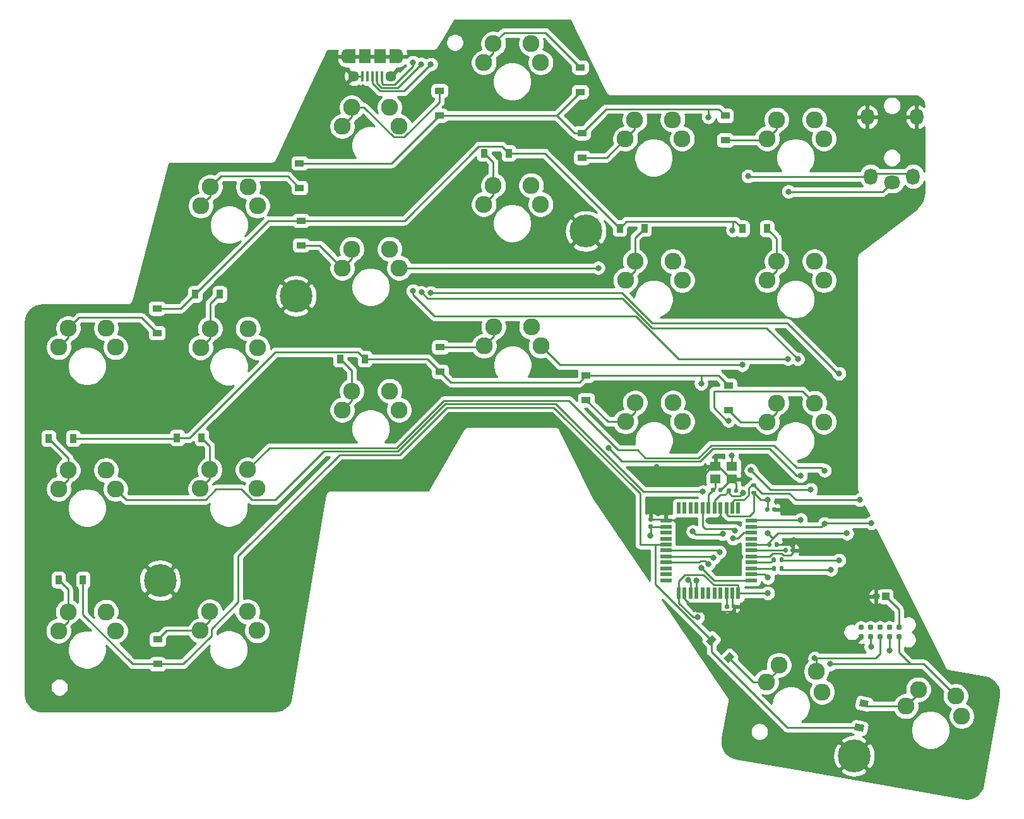
<source format=gbr>
%TF.GenerationSoftware,KiCad,Pcbnew,5.1.10*%
%TF.CreationDate,2021-09-27T15:43:44+02:00*%
%TF.ProjectId,pinkytyl_v2,70696e6b-7974-4796-9c5f-76322e6b6963,rev?*%
%TF.SameCoordinates,Original*%
%TF.FileFunction,Copper,L1,Top*%
%TF.FilePolarity,Positive*%
%FSLAX46Y46*%
G04 Gerber Fmt 4.6, Leading zero omitted, Abs format (unit mm)*
G04 Created by KiCad (PCBNEW 5.1.10) date 2021-09-27 15:43:44*
%MOMM*%
%LPD*%
G01*
G04 APERTURE LIST*
%TA.AperFunction,SMDPad,CuDef*%
%ADD10R,0.550000X1.500000*%
%TD*%
%TA.AperFunction,SMDPad,CuDef*%
%ADD11R,1.500000X0.550000*%
%TD*%
%TA.AperFunction,ComponentPad*%
%ADD12C,4.400000*%
%TD*%
%TA.AperFunction,ComponentPad*%
%ADD13O,1.800000X2.200000*%
%TD*%
%TA.AperFunction,ComponentPad*%
%ADD14O,2.200000X1.800000*%
%TD*%
%TA.AperFunction,ComponentPad*%
%ADD15O,1.000000X1.000000*%
%TD*%
%TA.AperFunction,ComponentPad*%
%ADD16R,1.000000X1.000000*%
%TD*%
%TA.AperFunction,ComponentPad*%
%ADD17C,2.286000*%
%TD*%
%TA.AperFunction,SMDPad,CuDef*%
%ADD18R,1.200000X0.900000*%
%TD*%
%TA.AperFunction,SMDPad,CuDef*%
%ADD19R,1.500000X1.900000*%
%TD*%
%TA.AperFunction,ComponentPad*%
%ADD20C,1.450000*%
%TD*%
%TA.AperFunction,SMDPad,CuDef*%
%ADD21R,0.400000X1.350000*%
%TD*%
%TA.AperFunction,ComponentPad*%
%ADD22O,1.200000X1.900000*%
%TD*%
%TA.AperFunction,SMDPad,CuDef*%
%ADD23R,1.200000X1.900000*%
%TD*%
%TA.AperFunction,SMDPad,CuDef*%
%ADD24R,1.400000X1.200000*%
%TD*%
%TA.AperFunction,SMDPad,CuDef*%
%ADD25R,0.900000X1.200000*%
%TD*%
%TA.AperFunction,SMDPad,CuDef*%
%ADD26C,0.100000*%
%TD*%
%TA.AperFunction,ConnectorPad*%
%ADD27C,0.787400*%
%TD*%
%TA.AperFunction,ViaPad*%
%ADD28C,0.800000*%
%TD*%
%TA.AperFunction,Conductor*%
%ADD29C,0.250000*%
%TD*%
%TA.AperFunction,Conductor*%
%ADD30C,0.254000*%
%TD*%
%TA.AperFunction,Conductor*%
%ADD31C,0.100000*%
%TD*%
G04 APERTURE END LIST*
D10*
%TO.P,U1,44*%
%TO.N,VCC*%
X166920000Y-113770000D03*
%TO.P,U1,43*%
%TO.N,GND*%
X166120000Y-113770000D03*
%TO.P,U1,42*%
%TO.N,Net-(C6-Pad1)*%
X165320000Y-113770000D03*
%TO.P,U1,41*%
%TO.N,Net-(U1-Pad41)*%
X164520000Y-113770000D03*
%TO.P,U1,40*%
%TO.N,Net-(U1-Pad40)*%
X163720000Y-113770000D03*
%TO.P,U1,39*%
%TO.N,Net-(U1-Pad39)*%
X162920000Y-113770000D03*
%TO.P,U1,38*%
%TO.N,Net-(U1-Pad38)*%
X162120000Y-113770000D03*
%TO.P,U1,37*%
%TO.N,c5*%
X161320000Y-113770000D03*
%TO.P,U1,36*%
%TO.N,c4*%
X160520000Y-113770000D03*
%TO.P,U1,35*%
%TO.N,GND*%
X159720000Y-113770000D03*
%TO.P,U1,34*%
%TO.N,VCC*%
X158920000Y-113770000D03*
D11*
%TO.P,U1,33*%
%TO.N,Net-(U1-Pad33)*%
X157220000Y-112070000D03*
%TO.P,U1,32*%
%TO.N,Net-(U1-Pad32)*%
X157220000Y-111270000D03*
%TO.P,U1,31*%
%TO.N,Net-(U1-Pad31)*%
X157220000Y-110470000D03*
%TO.P,U1,30*%
%TO.N,c0*%
X157220000Y-109670000D03*
%TO.P,U1,29*%
%TO.N,r3*%
X157220000Y-108870000D03*
%TO.P,U1,28*%
%TO.N,r2*%
X157220000Y-108070000D03*
%TO.P,U1,27*%
%TO.N,r0*%
X157220000Y-107270000D03*
%TO.P,U1,26*%
%TO.N,Net-(U1-Pad26)*%
X157220000Y-106470000D03*
%TO.P,U1,25*%
%TO.N,Net-(U1-Pad25)*%
X157220000Y-105670000D03*
%TO.P,U1,24*%
%TO.N,VCC*%
X157220000Y-104870000D03*
%TO.P,U1,23*%
%TO.N,GND*%
X157220000Y-104070000D03*
D10*
%TO.P,U1,22*%
%TO.N,Net-(U1-Pad22)*%
X158920000Y-102370000D03*
%TO.P,U1,21*%
%TO.N,Net-(U1-Pad21)*%
X159720000Y-102370000D03*
%TO.P,U1,20*%
%TO.N,Net-(U1-Pad20)*%
X160520000Y-102370000D03*
%TO.P,U1,19*%
%TO.N,Net-(U1-Pad19)*%
X161320000Y-102370000D03*
%TO.P,U1,18*%
%TO.N,serial*%
X162120000Y-102370000D03*
%TO.P,U1,17*%
%TO.N,Net-(C4-Pad1)*%
X162920000Y-102370000D03*
%TO.P,U1,16*%
%TO.N,Net-(C5-Pad1)*%
X163720000Y-102370000D03*
%TO.P,U1,15*%
%TO.N,GND*%
X164520000Y-102370000D03*
%TO.P,U1,14*%
%TO.N,VCC*%
X165320000Y-102370000D03*
%TO.P,U1,13*%
%TO.N,reset*%
X166120000Y-102370000D03*
%TO.P,U1,12*%
%TO.N,Net-(U1-Pad12)*%
X166920000Y-102370000D03*
D11*
%TO.P,U1,11*%
%TO.N,MISO*%
X168620000Y-104070000D03*
%TO.P,U1,10*%
%TO.N,MOSI*%
X168620000Y-104870000D03*
%TO.P,U1,9*%
%TO.N,c3*%
X168620000Y-105670000D03*
%TO.P,U1,8*%
%TO.N,Net-(U1-Pad8)*%
X168620000Y-106470000D03*
%TO.P,U1,7*%
%TO.N,VCC*%
X168620000Y-107270000D03*
%TO.P,U1,6*%
%TO.N,Net-(C7-Pad1)*%
X168620000Y-108070000D03*
%TO.P,U1,5*%
%TO.N,GND*%
X168620000Y-108870000D03*
%TO.P,U1,4*%
%TO.N,Net-(R1-Pad1)*%
X168620000Y-109670000D03*
%TO.P,U1,3*%
%TO.N,Net-(R2-Pad1)*%
X168620000Y-110470000D03*
%TO.P,U1,2*%
%TO.N,VCC*%
X168620000Y-111270000D03*
%TO.P,U1,1*%
%TO.N,r1*%
X168620000Y-112070000D03*
%TD*%
D12*
%TO.P,H4,1*%
%TO.N,GND*%
X182440000Y-135630000D03*
%TD*%
%TO.P,H3,1*%
%TO.N,GND*%
X146460000Y-65230000D03*
%TD*%
%TO.P,H2,1*%
%TO.N,GND*%
X107590000Y-73910000D03*
%TD*%
%TO.P,H1,1*%
%TO.N,GND*%
X89370000Y-112080000D03*
%TD*%
D13*
%TO.P,J1,4*%
%TO.N,GND*%
X184220000Y-49880000D03*
%TO.P,J1,2*%
%TO.N,serial*%
X190370000Y-57880000D03*
D14*
%TO.P,J1,1*%
%TO.N,VCC*%
X187520000Y-58680000D03*
D13*
%TO.P,J1,3*%
%TO.N,serial*%
X184670000Y-57880000D03*
%TO.P,J1,4*%
%TO.N,GND*%
X190820000Y-49880000D03*
%TD*%
D15*
%TO.P,J2,2*%
%TO.N,GND*%
X185400000Y-114230000D03*
D16*
%TO.P,J2,1*%
%TO.N,reset*%
X186670000Y-114230000D03*
%TD*%
D17*
%TO.P,K12,1*%
%TO.N,Net-(D12-Pad2)*%
X113800000Y-51150000D03*
%TO.P,K12,2*%
%TO.N,MISO*%
X120150000Y-48610000D03*
%TO.P,K12,1*%
%TO.N,Net-(D12-Pad2)*%
X115070000Y-48610000D03*
%TO.P,K12,2*%
%TO.N,MISO*%
X121420000Y-51150000D03*
%TD*%
%TO.P,K41,1*%
%TO.N,Net-(D41-Pad2)*%
X189368949Y-128986989D03*
%TO.P,K41,2*%
%TO.N,c3*%
X196063544Y-127588243D03*
%TO.P,K41,1*%
%TO.N,Net-(D41-Pad2)*%
X191060721Y-126706110D03*
%TO.P,K41,2*%
%TO.N,c3*%
X196873184Y-130310188D03*
%TD*%
%TO.P,K40,1*%
%TO.N,Net-(D40-Pad2)*%
X170660010Y-125695450D03*
%TO.P,K40,2*%
%TO.N,MISO*%
X177359447Y-124320082D03*
%TO.P,K40,1*%
%TO.N,Net-(D40-Pad2)*%
X172359734Y-123420491D03*
%TO.P,K40,2*%
%TO.N,MISO*%
X178159581Y-127044836D03*
%TD*%
%TO.P,K35,1*%
%TO.N,Net-(D35-Pad2)*%
X170770000Y-90810000D03*
%TO.P,K35,2*%
%TO.N,c5*%
X177120000Y-88270000D03*
%TO.P,K35,1*%
%TO.N,Net-(D35-Pad2)*%
X172040000Y-88270000D03*
%TO.P,K35,2*%
%TO.N,c5*%
X178390000Y-90810000D03*
%TD*%
%TO.P,K34,1*%
%TO.N,Net-(D34-Pad2)*%
X151780000Y-90790000D03*
%TO.P,K34,2*%
%TO.N,c4*%
X158130000Y-88250000D03*
%TO.P,K34,1*%
%TO.N,Net-(D34-Pad2)*%
X153050000Y-88250000D03*
%TO.P,K34,2*%
%TO.N,c4*%
X159400000Y-90790000D03*
%TD*%
%TO.P,K33,1*%
%TO.N,Net-(D33-Pad2)*%
X132810000Y-80630000D03*
%TO.P,K33,2*%
%TO.N,c3*%
X139160000Y-78090000D03*
%TO.P,K33,1*%
%TO.N,Net-(D33-Pad2)*%
X134080000Y-78090000D03*
%TO.P,K33,2*%
%TO.N,c3*%
X140430000Y-80630000D03*
%TD*%
%TO.P,K32,1*%
%TO.N,Net-(D32-Pad2)*%
X113810000Y-89200000D03*
%TO.P,K32,2*%
%TO.N,MISO*%
X120160000Y-86660000D03*
%TO.P,K32,1*%
%TO.N,Net-(D32-Pad2)*%
X115080000Y-86660000D03*
%TO.P,K32,2*%
%TO.N,MISO*%
X121430000Y-89200000D03*
%TD*%
%TO.P,K31,1*%
%TO.N,Net-(D31-Pad2)*%
X94770000Y-118830000D03*
%TO.P,K31,2*%
%TO.N,MOSI*%
X101120000Y-116290000D03*
%TO.P,K31,1*%
%TO.N,Net-(D31-Pad2)*%
X96040000Y-116290000D03*
%TO.P,K31,2*%
%TO.N,MOSI*%
X102390000Y-118830000D03*
%TD*%
%TO.P,K30,1*%
%TO.N,Net-(D30-Pad2)*%
X75750000Y-118840000D03*
%TO.P,K30,2*%
%TO.N,c0*%
X82100000Y-116300000D03*
%TO.P,K30,1*%
%TO.N,Net-(D30-Pad2)*%
X77020000Y-116300000D03*
%TO.P,K30,2*%
%TO.N,c0*%
X83370000Y-118840000D03*
%TD*%
%TO.P,K25,1*%
%TO.N,Net-(D25-Pad2)*%
X170790000Y-71820000D03*
%TO.P,K25,2*%
%TO.N,c5*%
X177140000Y-69280000D03*
%TO.P,K25,1*%
%TO.N,Net-(D25-Pad2)*%
X172060000Y-69280000D03*
%TO.P,K25,2*%
%TO.N,c5*%
X178410000Y-71820000D03*
%TD*%
%TO.P,K24,1*%
%TO.N,Net-(D24-Pad2)*%
X151770000Y-71790000D03*
%TO.P,K24,2*%
%TO.N,c4*%
X158120000Y-69250000D03*
%TO.P,K24,1*%
%TO.N,Net-(D24-Pad2)*%
X153040000Y-69250000D03*
%TO.P,K24,2*%
%TO.N,c4*%
X159390000Y-71790000D03*
%TD*%
%TO.P,K23,1*%
%TO.N,Net-(D23-Pad2)*%
X132790000Y-61610000D03*
%TO.P,K23,2*%
%TO.N,c3*%
X139140000Y-59070000D03*
%TO.P,K23,1*%
%TO.N,Net-(D23-Pad2)*%
X134060000Y-59070000D03*
%TO.P,K23,2*%
%TO.N,c3*%
X140410000Y-61610000D03*
%TD*%
%TO.P,K22,1*%
%TO.N,Net-(D22-Pad2)*%
X113810000Y-70160000D03*
%TO.P,K22,2*%
%TO.N,MISO*%
X120160000Y-67620000D03*
%TO.P,K22,1*%
%TO.N,Net-(D22-Pad2)*%
X115080000Y-67620000D03*
%TO.P,K22,2*%
%TO.N,MISO*%
X121430000Y-70160000D03*
%TD*%
%TO.P,K21,1*%
%TO.N,Net-(D21-Pad2)*%
X94770000Y-99780000D03*
%TO.P,K21,2*%
%TO.N,MOSI*%
X101120000Y-97240000D03*
%TO.P,K21,1*%
%TO.N,Net-(D21-Pad2)*%
X96040000Y-97240000D03*
%TO.P,K21,2*%
%TO.N,MOSI*%
X102390000Y-99780000D03*
%TD*%
%TO.P,K20,1*%
%TO.N,Net-(D20-Pad2)*%
X75770000Y-99820000D03*
%TO.P,K20,2*%
%TO.N,c0*%
X82120000Y-97280000D03*
%TO.P,K20,1*%
%TO.N,Net-(D20-Pad2)*%
X77040000Y-97280000D03*
%TO.P,K20,2*%
%TO.N,c0*%
X83390000Y-99820000D03*
%TD*%
%TO.P,K15,1*%
%TO.N,Net-(D15-Pad2)*%
X170780000Y-52800000D03*
%TO.P,K15,2*%
%TO.N,c5*%
X177130000Y-50260000D03*
%TO.P,K15,1*%
%TO.N,Net-(D15-Pad2)*%
X172050000Y-50260000D03*
%TO.P,K15,2*%
%TO.N,c5*%
X178400000Y-52800000D03*
%TD*%
%TO.P,K14,1*%
%TO.N,Net-(D14-Pad2)*%
X151760000Y-52820000D03*
%TO.P,K14,2*%
%TO.N,c4*%
X158110000Y-50280000D03*
%TO.P,K14,1*%
%TO.N,Net-(D14-Pad2)*%
X153030000Y-50280000D03*
%TO.P,K14,2*%
%TO.N,c4*%
X159380000Y-52820000D03*
%TD*%
%TO.P,K13,1*%
%TO.N,Net-(D13-Pad2)*%
X132790000Y-42600000D03*
%TO.P,K13,2*%
%TO.N,c3*%
X139140000Y-40060000D03*
%TO.P,K13,1*%
%TO.N,Net-(D13-Pad2)*%
X134060000Y-40060000D03*
%TO.P,K13,2*%
%TO.N,c3*%
X140410000Y-42600000D03*
%TD*%
%TO.P,K11,1*%
%TO.N,Net-(D11-Pad2)*%
X94790000Y-80840000D03*
%TO.P,K11,2*%
%TO.N,MOSI*%
X101140000Y-78300000D03*
%TO.P,K11,1*%
%TO.N,Net-(D11-Pad2)*%
X96060000Y-78300000D03*
%TO.P,K11,2*%
%TO.N,MOSI*%
X102410000Y-80840000D03*
%TD*%
%TO.P,K10,1*%
%TO.N,Net-(D10-Pad2)*%
X75770000Y-80800000D03*
%TO.P,K10,2*%
%TO.N,c0*%
X82120000Y-78260000D03*
%TO.P,K10,1*%
%TO.N,Net-(D10-Pad2)*%
X77040000Y-78260000D03*
%TO.P,K10,2*%
%TO.N,c0*%
X83390000Y-80800000D03*
%TD*%
%TO.P,K0,1*%
%TO.N,Net-(D0-Pad2)*%
X94810000Y-61830000D03*
%TO.P,K0,2*%
%TO.N,MOSI*%
X101160000Y-59290000D03*
%TO.P,K0,1*%
%TO.N,Net-(D0-Pad2)*%
X96080000Y-59290000D03*
%TO.P,K0,2*%
%TO.N,MOSI*%
X102430000Y-61830000D03*
%TD*%
D18*
%TO.P,D31,2*%
%TO.N,Net-(D31-Pad2)*%
X89050000Y-120000000D03*
%TO.P,D31,1*%
%TO.N,r0*%
X89050000Y-123300000D03*
%TD*%
D19*
%TO.P,J3,6*%
%TO.N,GND*%
X116840000Y-41772500D03*
D20*
X120340000Y-44472500D03*
D21*
%TO.P,J3,2*%
%TO.N,d-*%
X118490000Y-44472500D03*
%TO.P,J3,1*%
%TO.N,VCC*%
X119140000Y-44472500D03*
%TO.P,J3,5*%
%TO.N,GND*%
X116540000Y-44472500D03*
%TO.P,J3,4*%
%TO.N,Net-(J3-Pad4)*%
X117190000Y-44472500D03*
%TO.P,J3,3*%
%TO.N,d+*%
X117840000Y-44472500D03*
D20*
%TO.P,J3,6*%
%TO.N,GND*%
X115340000Y-44472500D03*
D19*
X118840000Y-41772500D03*
D22*
X121340000Y-41772500D03*
X114340000Y-41772500D03*
D23*
X114940000Y-41772500D03*
X120740000Y-41772500D03*
%TD*%
D24*
%TO.P,Y1,4*%
%TO.N,GND*%
X166050000Y-98490000D03*
%TO.P,Y1,3*%
%TO.N,Net-(C4-Pad1)*%
X163850000Y-98490000D03*
%TO.P,Y1,2*%
%TO.N,GND*%
X163850000Y-96790000D03*
%TO.P,Y1,1*%
%TO.N,Net-(C5-Pad1)*%
X166050000Y-96790000D03*
%TD*%
%TO.P,C1,1*%
%TO.N,VCC*%
%TA.AperFunction,SMDPad,CuDef*%
G36*
G01*
X155340000Y-105150000D02*
X155000000Y-105150000D01*
G75*
G02*
X154860000Y-105010000I0J140000D01*
G01*
X154860000Y-104730000D01*
G75*
G02*
X155000000Y-104590000I140000J0D01*
G01*
X155340000Y-104590000D01*
G75*
G02*
X155480000Y-104730000I0J-140000D01*
G01*
X155480000Y-105010000D01*
G75*
G02*
X155340000Y-105150000I-140000J0D01*
G01*
G37*
%TD.AperFunction*%
%TO.P,C1,2*%
%TO.N,GND*%
%TA.AperFunction,SMDPad,CuDef*%
G36*
G01*
X155340000Y-104190000D02*
X155000000Y-104190000D01*
G75*
G02*
X154860000Y-104050000I0J140000D01*
G01*
X154860000Y-103770000D01*
G75*
G02*
X155000000Y-103630000I140000J0D01*
G01*
X155340000Y-103630000D01*
G75*
G02*
X155480000Y-103770000I0J-140000D01*
G01*
X155480000Y-104050000D01*
G75*
G02*
X155340000Y-104190000I-140000J0D01*
G01*
G37*
%TD.AperFunction*%
%TD*%
%TO.P,C2,2*%
%TO.N,GND*%
%TA.AperFunction,SMDPad,CuDef*%
G36*
G01*
X171490000Y-102720000D02*
X171490000Y-102380000D01*
G75*
G02*
X171630000Y-102240000I140000J0D01*
G01*
X171910000Y-102240000D01*
G75*
G02*
X172050000Y-102380000I0J-140000D01*
G01*
X172050000Y-102720000D01*
G75*
G02*
X171910000Y-102860000I-140000J0D01*
G01*
X171630000Y-102860000D01*
G75*
G02*
X171490000Y-102720000I0J140000D01*
G01*
G37*
%TD.AperFunction*%
%TO.P,C2,1*%
%TO.N,VCC*%
%TA.AperFunction,SMDPad,CuDef*%
G36*
G01*
X170530000Y-102720000D02*
X170530000Y-102380000D01*
G75*
G02*
X170670000Y-102240000I140000J0D01*
G01*
X170950000Y-102240000D01*
G75*
G02*
X171090000Y-102380000I0J-140000D01*
G01*
X171090000Y-102720000D01*
G75*
G02*
X170950000Y-102860000I-140000J0D01*
G01*
X170670000Y-102860000D01*
G75*
G02*
X170530000Y-102720000I0J140000D01*
G01*
G37*
%TD.AperFunction*%
%TD*%
%TO.P,C3,1*%
%TO.N,VCC*%
%TA.AperFunction,SMDPad,CuDef*%
G36*
G01*
X170800000Y-107440000D02*
X170800000Y-107100000D01*
G75*
G02*
X170940000Y-106960000I140000J0D01*
G01*
X171220000Y-106960000D01*
G75*
G02*
X171360000Y-107100000I0J-140000D01*
G01*
X171360000Y-107440000D01*
G75*
G02*
X171220000Y-107580000I-140000J0D01*
G01*
X170940000Y-107580000D01*
G75*
G02*
X170800000Y-107440000I0J140000D01*
G01*
G37*
%TD.AperFunction*%
%TO.P,C3,2*%
%TO.N,GND*%
%TA.AperFunction,SMDPad,CuDef*%
G36*
G01*
X171760000Y-107440000D02*
X171760000Y-107100000D01*
G75*
G02*
X171900000Y-106960000I140000J0D01*
G01*
X172180000Y-106960000D01*
G75*
G02*
X172320000Y-107100000I0J-140000D01*
G01*
X172320000Y-107440000D01*
G75*
G02*
X172180000Y-107580000I-140000J0D01*
G01*
X171900000Y-107580000D01*
G75*
G02*
X171760000Y-107440000I0J140000D01*
G01*
G37*
%TD.AperFunction*%
%TD*%
%TO.P,C4,1*%
%TO.N,Net-(C4-Pad1)*%
%TA.AperFunction,SMDPad,CuDef*%
G36*
G01*
X163280000Y-100120000D02*
X163280000Y-99780000D01*
G75*
G02*
X163420000Y-99640000I140000J0D01*
G01*
X163700000Y-99640000D01*
G75*
G02*
X163840000Y-99780000I0J-140000D01*
G01*
X163840000Y-100120000D01*
G75*
G02*
X163700000Y-100260000I-140000J0D01*
G01*
X163420000Y-100260000D01*
G75*
G02*
X163280000Y-100120000I0J140000D01*
G01*
G37*
%TD.AperFunction*%
%TO.P,C4,2*%
%TO.N,GND*%
%TA.AperFunction,SMDPad,CuDef*%
G36*
G01*
X164240000Y-100120000D02*
X164240000Y-99780000D01*
G75*
G02*
X164380000Y-99640000I140000J0D01*
G01*
X164660000Y-99640000D01*
G75*
G02*
X164800000Y-99780000I0J-140000D01*
G01*
X164800000Y-100120000D01*
G75*
G02*
X164660000Y-100260000I-140000J0D01*
G01*
X164380000Y-100260000D01*
G75*
G02*
X164240000Y-100120000I0J140000D01*
G01*
G37*
%TD.AperFunction*%
%TD*%
%TO.P,C5,2*%
%TO.N,GND*%
%TA.AperFunction,SMDPad,CuDef*%
G36*
G01*
X166340000Y-100220000D02*
X166340000Y-99880000D01*
G75*
G02*
X166480000Y-99740000I140000J0D01*
G01*
X166760000Y-99740000D01*
G75*
G02*
X166900000Y-99880000I0J-140000D01*
G01*
X166900000Y-100220000D01*
G75*
G02*
X166760000Y-100360000I-140000J0D01*
G01*
X166480000Y-100360000D01*
G75*
G02*
X166340000Y-100220000I0J140000D01*
G01*
G37*
%TD.AperFunction*%
%TO.P,C5,1*%
%TO.N,Net-(C5-Pad1)*%
%TA.AperFunction,SMDPad,CuDef*%
G36*
G01*
X165380000Y-100220000D02*
X165380000Y-99880000D01*
G75*
G02*
X165520000Y-99740000I140000J0D01*
G01*
X165800000Y-99740000D01*
G75*
G02*
X165940000Y-99880000I0J-140000D01*
G01*
X165940000Y-100220000D01*
G75*
G02*
X165800000Y-100360000I-140000J0D01*
G01*
X165520000Y-100360000D01*
G75*
G02*
X165380000Y-100220000I0J140000D01*
G01*
G37*
%TD.AperFunction*%
%TD*%
%TO.P,C6,2*%
%TO.N,GND*%
%TA.AperFunction,SMDPad,CuDef*%
G36*
G01*
X166070000Y-115770000D02*
X166070000Y-115430000D01*
G75*
G02*
X166210000Y-115290000I140000J0D01*
G01*
X166490000Y-115290000D01*
G75*
G02*
X166630000Y-115430000I0J-140000D01*
G01*
X166630000Y-115770000D01*
G75*
G02*
X166490000Y-115910000I-140000J0D01*
G01*
X166210000Y-115910000D01*
G75*
G02*
X166070000Y-115770000I0J140000D01*
G01*
G37*
%TD.AperFunction*%
%TO.P,C6,1*%
%TO.N,Net-(C6-Pad1)*%
%TA.AperFunction,SMDPad,CuDef*%
G36*
G01*
X165110000Y-115770000D02*
X165110000Y-115430000D01*
G75*
G02*
X165250000Y-115290000I140000J0D01*
G01*
X165530000Y-115290000D01*
G75*
G02*
X165670000Y-115430000I0J-140000D01*
G01*
X165670000Y-115770000D01*
G75*
G02*
X165530000Y-115910000I-140000J0D01*
G01*
X165250000Y-115910000D01*
G75*
G02*
X165110000Y-115770000I0J140000D01*
G01*
G37*
%TD.AperFunction*%
%TD*%
%TO.P,C7,1*%
%TO.N,Net-(C7-Pad1)*%
%TA.AperFunction,SMDPad,CuDef*%
G36*
G01*
X172990000Y-108210000D02*
X172990000Y-107870000D01*
G75*
G02*
X173130000Y-107730000I140000J0D01*
G01*
X173410000Y-107730000D01*
G75*
G02*
X173550000Y-107870000I0J-140000D01*
G01*
X173550000Y-108210000D01*
G75*
G02*
X173410000Y-108350000I-140000J0D01*
G01*
X173130000Y-108350000D01*
G75*
G02*
X172990000Y-108210000I0J140000D01*
G01*
G37*
%TD.AperFunction*%
%TO.P,C7,2*%
%TO.N,GND*%
%TA.AperFunction,SMDPad,CuDef*%
G36*
G01*
X173950000Y-108210000D02*
X173950000Y-107870000D01*
G75*
G02*
X174090000Y-107730000I140000J0D01*
G01*
X174370000Y-107730000D01*
G75*
G02*
X174510000Y-107870000I0J-140000D01*
G01*
X174510000Y-108210000D01*
G75*
G02*
X174370000Y-108350000I-140000J0D01*
G01*
X174090000Y-108350000D01*
G75*
G02*
X173950000Y-108210000I0J140000D01*
G01*
G37*
%TD.AperFunction*%
%TD*%
D18*
%TO.P,D0,1*%
%TO.N,r3*%
X108070000Y-56100000D03*
%TO.P,D0,2*%
%TO.N,Net-(D0-Pad2)*%
X108070000Y-59400000D03*
%TD*%
%TO.P,D10,2*%
%TO.N,Net-(D10-Pad2)*%
X88950000Y-78880000D03*
%TO.P,D10,1*%
%TO.N,r2*%
X88950000Y-75580000D03*
%TD*%
D25*
%TO.P,D11,1*%
%TO.N,r2*%
X94060000Y-73670000D03*
%TO.P,D11,2*%
%TO.N,Net-(D11-Pad2)*%
X97360000Y-73670000D03*
%TD*%
D18*
%TO.P,D12,2*%
%TO.N,Net-(D12-Pad2)*%
X126840000Y-46390000D03*
%TO.P,D12,1*%
%TO.N,r3*%
X126840000Y-49690000D03*
%TD*%
%TO.P,D13,1*%
%TO.N,r3*%
X145710000Y-46540000D03*
%TO.P,D13,2*%
%TO.N,Net-(D13-Pad2)*%
X145710000Y-43240000D03*
%TD*%
%TO.P,D14,2*%
%TO.N,Net-(D14-Pad2)*%
X145960000Y-55350000D03*
%TO.P,D14,1*%
%TO.N,r3*%
X145960000Y-52050000D03*
%TD*%
%TO.P,D15,1*%
%TO.N,r3*%
X165170000Y-49720000D03*
%TO.P,D15,2*%
%TO.N,Net-(D15-Pad2)*%
X165170000Y-53020000D03*
%TD*%
D25*
%TO.P,D20,2*%
%TO.N,Net-(D20-Pad2)*%
X74410000Y-93020000D03*
%TO.P,D20,1*%
%TO.N,r1*%
X77710000Y-93020000D03*
%TD*%
%TO.P,D21,1*%
%TO.N,r1*%
X91650000Y-92940000D03*
%TO.P,D21,2*%
%TO.N,Net-(D21-Pad2)*%
X94950000Y-92940000D03*
%TD*%
D18*
%TO.P,D22,2*%
%TO.N,Net-(D22-Pad2)*%
X108260000Y-67100000D03*
%TO.P,D22,1*%
%TO.N,r2*%
X108260000Y-63800000D03*
%TD*%
D25*
%TO.P,D23,1*%
%TO.N,r2*%
X136120000Y-54760000D03*
%TO.P,D23,2*%
%TO.N,Net-(D23-Pad2)*%
X132820000Y-54760000D03*
%TD*%
%TO.P,D24,2*%
%TO.N,Net-(D24-Pad2)*%
X154310000Y-64830000D03*
%TO.P,D24,1*%
%TO.N,r2*%
X151010000Y-64830000D03*
%TD*%
%TO.P,D25,1*%
%TO.N,r2*%
X167450000Y-64860000D03*
%TO.P,D25,2*%
%TO.N,Net-(D25-Pad2)*%
X170750000Y-64860000D03*
%TD*%
%TO.P,D30,1*%
%TO.N,r0*%
X79040000Y-112010000D03*
%TO.P,D30,2*%
%TO.N,Net-(D30-Pad2)*%
X75740000Y-112010000D03*
%TD*%
%TO.P,D32,2*%
%TO.N,Net-(D32-Pad2)*%
X113510000Y-82340000D03*
%TO.P,D32,1*%
%TO.N,r1*%
X116810000Y-82340000D03*
%TD*%
D18*
%TO.P,D33,1*%
%TO.N,r1*%
X126930000Y-84080000D03*
%TO.P,D33,2*%
%TO.N,Net-(D33-Pad2)*%
X126930000Y-80780000D03*
%TD*%
%TO.P,D34,2*%
%TO.N,Net-(D34-Pad2)*%
X146510000Y-87870000D03*
%TO.P,D34,1*%
%TO.N,r1*%
X146510000Y-84570000D03*
%TD*%
%TO.P,D35,1*%
%TO.N,r1*%
X165610000Y-85940000D03*
%TO.P,D35,2*%
%TO.N,Net-(D35-Pad2)*%
X165610000Y-89240000D03*
%TD*%
%TA.AperFunction,SMDPad,CuDef*%
D26*
%TO.P,D40,2*%
%TO.N,Net-(D40-Pad2)*%
G36*
X164894264Y-122532792D02*
G01*
X165742792Y-121684264D01*
X166379188Y-122320660D01*
X165530660Y-123169188D01*
X164894264Y-122532792D01*
G37*
%TD.AperFunction*%
%TA.AperFunction,SMDPad,CuDef*%
%TO.P,D40,1*%
%TO.N,r0*%
G36*
X162560812Y-120199340D02*
G01*
X163409340Y-119350812D01*
X164045736Y-119987208D01*
X163197208Y-120835736D01*
X162560812Y-120199340D01*
G37*
%TD.AperFunction*%
%TD*%
%TA.AperFunction,SMDPad,CuDef*%
%TO.P,D41,1*%
%TO.N,r0*%
G36*
X183648277Y-132385903D02*
G01*
X182470325Y-132156932D01*
X182642053Y-131273467D01*
X183820005Y-131502438D01*
X183648277Y-132385903D01*
G37*
%TD.AperFunction*%
%TA.AperFunction,SMDPad,CuDef*%
%TO.P,D41,2*%
%TO.N,Net-(D41-Pad2)*%
G36*
X184277947Y-129146533D02*
G01*
X183099995Y-128917562D01*
X183271723Y-128034097D01*
X184449675Y-128263068D01*
X184277947Y-129146533D01*
G37*
%TD.AperFunction*%
%TD*%
D27*
%TO.P,J5,1*%
%TO.N,GND*%
X183360000Y-119665000D03*
%TO.P,J5,2*%
%TO.N,VCC*%
X184630000Y-119665000D03*
%TO.P,J5,3*%
%TO.N,MISO*%
X185900000Y-119665000D03*
%TO.P,J5,4*%
%TO.N,MOSI*%
X187170000Y-119665000D03*
%TO.P,J5,5*%
%TO.N,c3*%
X188440000Y-119665000D03*
%TO.P,J5,6*%
%TO.N,reset*%
X188440000Y-118395000D03*
%TO.P,J5,7*%
%TO.N,Net-(J5-Pad7)*%
X187170000Y-118395000D03*
%TO.P,J5,8*%
%TO.N,Net-(J5-Pad8)*%
X185900000Y-118395000D03*
%TO.P,J5,9*%
%TO.N,Net-(J5-Pad9)*%
X184630000Y-118395000D03*
%TO.P,J5,10*%
%TO.N,Net-(J5-Pad10)*%
X183360000Y-118395000D03*
%TD*%
%TO.P,R1,2*%
%TO.N,d+*%
%TA.AperFunction,SMDPad,CuDef*%
G36*
G01*
X172430000Y-109495000D02*
X172430000Y-109125000D01*
G75*
G02*
X172565000Y-108990000I135000J0D01*
G01*
X172835000Y-108990000D01*
G75*
G02*
X172970000Y-109125000I0J-135000D01*
G01*
X172970000Y-109495000D01*
G75*
G02*
X172835000Y-109630000I-135000J0D01*
G01*
X172565000Y-109630000D01*
G75*
G02*
X172430000Y-109495000I0J135000D01*
G01*
G37*
%TD.AperFunction*%
%TO.P,R1,1*%
%TO.N,Net-(R1-Pad1)*%
%TA.AperFunction,SMDPad,CuDef*%
G36*
G01*
X171410000Y-109495000D02*
X171410000Y-109125000D01*
G75*
G02*
X171545000Y-108990000I135000J0D01*
G01*
X171815000Y-108990000D01*
G75*
G02*
X171950000Y-109125000I0J-135000D01*
G01*
X171950000Y-109495000D01*
G75*
G02*
X171815000Y-109630000I-135000J0D01*
G01*
X171545000Y-109630000D01*
G75*
G02*
X171410000Y-109495000I0J135000D01*
G01*
G37*
%TD.AperFunction*%
%TD*%
%TO.P,R2,1*%
%TO.N,Net-(R2-Pad1)*%
%TA.AperFunction,SMDPad,CuDef*%
G36*
G01*
X171430000Y-110675000D02*
X171430000Y-110305000D01*
G75*
G02*
X171565000Y-110170000I135000J0D01*
G01*
X171835000Y-110170000D01*
G75*
G02*
X171970000Y-110305000I0J-135000D01*
G01*
X171970000Y-110675000D01*
G75*
G02*
X171835000Y-110810000I-135000J0D01*
G01*
X171565000Y-110810000D01*
G75*
G02*
X171430000Y-110675000I0J135000D01*
G01*
G37*
%TD.AperFunction*%
%TO.P,R2,2*%
%TO.N,d-*%
%TA.AperFunction,SMDPad,CuDef*%
G36*
G01*
X172450000Y-110675000D02*
X172450000Y-110305000D01*
G75*
G02*
X172585000Y-110170000I135000J0D01*
G01*
X172855000Y-110170000D01*
G75*
G02*
X172990000Y-110305000I0J-135000D01*
G01*
X172990000Y-110675000D01*
G75*
G02*
X172855000Y-110810000I-135000J0D01*
G01*
X172585000Y-110810000D01*
G75*
G02*
X172450000Y-110675000I0J135000D01*
G01*
G37*
%TD.AperFunction*%
%TD*%
%TO.P,R3,1*%
%TO.N,reset*%
%TA.AperFunction,SMDPad,CuDef*%
G36*
G01*
X168835000Y-99040000D02*
X169205000Y-99040000D01*
G75*
G02*
X169340000Y-99175000I0J-135000D01*
G01*
X169340000Y-99445000D01*
G75*
G02*
X169205000Y-99580000I-135000J0D01*
G01*
X168835000Y-99580000D01*
G75*
G02*
X168700000Y-99445000I0J135000D01*
G01*
X168700000Y-99175000D01*
G75*
G02*
X168835000Y-99040000I135000J0D01*
G01*
G37*
%TD.AperFunction*%
%TO.P,R3,2*%
%TO.N,VCC*%
%TA.AperFunction,SMDPad,CuDef*%
G36*
G01*
X168835000Y-100060000D02*
X169205000Y-100060000D01*
G75*
G02*
X169340000Y-100195000I0J-135000D01*
G01*
X169340000Y-100465000D01*
G75*
G02*
X169205000Y-100600000I-135000J0D01*
G01*
X168835000Y-100600000D01*
G75*
G02*
X168700000Y-100465000I0J135000D01*
G01*
X168700000Y-100195000D01*
G75*
G02*
X168835000Y-100060000I135000J0D01*
G01*
G37*
%TD.AperFunction*%
%TD*%
D28*
%TO.N,VCC*%
X123260000Y-42580000D03*
X123290000Y-73220000D03*
X173570000Y-82350000D03*
X184710000Y-120990000D03*
X173640000Y-59920000D03*
X170820000Y-101240000D03*
X181470000Y-105790000D03*
X170840000Y-105710000D03*
X170880000Y-111710000D03*
X170880000Y-113790000D03*
X155140000Y-106050000D03*
X161460000Y-117050000D03*
%TO.N,GND*%
X155190000Y-102650000D03*
X155940000Y-96823910D03*
X174360000Y-106680000D03*
X174180000Y-102600000D03*
X162896475Y-104020000D03*
X162200000Y-98560000D03*
%TO.N,Net-(C5-Pad1)*%
X166050000Y-95320000D03*
X167562340Y-100337660D03*
%TO.N,r3*%
X162920000Y-49920000D03*
X163621475Y-109056742D03*
%TO.N,r2*%
X166150000Y-65090000D03*
X164390000Y-108280000D03*
%TO.N,r1*%
X161940000Y-85670000D03*
X161960000Y-110390000D03*
%TO.N,serial*%
X168220000Y-57840000D03*
X166500000Y-105440000D03*
%TO.N,d-*%
X124400000Y-42810000D03*
X124430000Y-73440000D03*
X174890000Y-82380000D03*
X179350217Y-110628613D03*
%TO.N,d+*%
X125690000Y-42820000D03*
X125670000Y-73490000D03*
X180410000Y-84310000D03*
X180420000Y-109380000D03*
%TO.N,MISO*%
X148140000Y-70150000D03*
X175280000Y-98030000D03*
X149522664Y-94307344D03*
X177155536Y-122520856D03*
X175270000Y-103940000D03*
%TO.N,MOSI*%
X178490000Y-97330000D03*
X187200000Y-121520000D03*
X178480000Y-104470000D03*
X184740000Y-104390000D03*
%TO.N,c3*%
X167450000Y-83170000D03*
X179250000Y-123310000D03*
X166215280Y-106429484D03*
X176630000Y-99894990D03*
X168610000Y-97310000D03*
%TO.N,reset*%
X183230000Y-101280000D03*
%TO.N,c0*%
X162899595Y-109875443D03*
X162160000Y-100200000D03*
%TO.N,c4*%
X160167187Y-112030543D03*
%TO.N,c5*%
X160815001Y-105520000D03*
X165610000Y-90640000D03*
X161320000Y-112080002D03*
X164820533Y-105855010D03*
%TD*%
D29*
%TO.N,VCC*%
X123260000Y-43106502D02*
X123260000Y-42580000D01*
X120844001Y-45522501D02*
X123260000Y-43106502D01*
X119265001Y-45522501D02*
X120844001Y-45522501D01*
X119140000Y-45397500D02*
X119265001Y-45522501D01*
X119140000Y-44472500D02*
X119140000Y-45397500D01*
X153167205Y-76621999D02*
X158895206Y-82350000D01*
X126126314Y-76621999D02*
X153167205Y-76621999D01*
X123290000Y-73785685D02*
X126126314Y-76621999D01*
X158895206Y-82350000D02*
X173570000Y-82350000D01*
X123290000Y-73220000D02*
X123290000Y-73785685D01*
X184630000Y-120910000D02*
X184710000Y-120990000D01*
X184630000Y-119665000D02*
X184630000Y-120910000D01*
X186280000Y-59920000D02*
X173640000Y-59920000D01*
X187520000Y-58680000D02*
X186280000Y-59920000D01*
X155170000Y-104870000D02*
X157220000Y-104870000D01*
X165320000Y-103180002D02*
X165320000Y-102370000D01*
X165584999Y-103445001D02*
X165320000Y-103180002D01*
X168404999Y-103445001D02*
X165584999Y-103445001D01*
X171080000Y-107270000D02*
X168620000Y-107270000D01*
X170820000Y-102540000D02*
X170810000Y-102550000D01*
X170820000Y-101240000D02*
X170820000Y-102540000D01*
X171080000Y-106960000D02*
X171080000Y-107270000D01*
X181470000Y-105790000D02*
X172250000Y-105790000D01*
X171575000Y-106445000D02*
X170840000Y-105710000D01*
X171575000Y-106465000D02*
X171575000Y-106445000D01*
X172250000Y-105790000D02*
X171575000Y-106465000D01*
X171575000Y-106465000D02*
X171080000Y-106960000D01*
X170440000Y-111270000D02*
X168620000Y-111270000D01*
X170880000Y-111710000D02*
X170440000Y-111270000D01*
X166940000Y-113790000D02*
X166920000Y-113770000D01*
X170880000Y-113790000D02*
X166940000Y-113790000D01*
X155170000Y-106020000D02*
X155140000Y-106050000D01*
X155170000Y-104870000D02*
X155170000Y-106020000D01*
X169930000Y-101240000D02*
X169020000Y-100330000D01*
X170820000Y-101240000D02*
X169930000Y-101240000D01*
X169020000Y-102830000D02*
X168404999Y-103445001D01*
X169020000Y-100330000D02*
X169020000Y-102830000D01*
X163628589Y-112694999D02*
X162239132Y-111305542D01*
X166920000Y-112770000D02*
X166844999Y-112694999D01*
X158920000Y-113770000D02*
X158920001Y-115140001D01*
X159788773Y-111305542D02*
X158920001Y-112174314D01*
X160830000Y-117050000D02*
X161460000Y-117050000D01*
X158920001Y-115140001D02*
X160830000Y-117050000D01*
X166844999Y-112694999D02*
X163628589Y-112694999D01*
X162239132Y-111305542D02*
X159788773Y-111305542D01*
X166920000Y-113770000D02*
X166920000Y-112770000D01*
X158920001Y-112174314D02*
X158920001Y-115140001D01*
%TO.N,GND*%
X116540000Y-44472500D02*
X115340000Y-44472500D01*
X157060000Y-103910000D02*
X157220000Y-104070000D01*
X155170000Y-103910000D02*
X157060000Y-103910000D01*
X166120000Y-115370000D02*
X166120000Y-113770000D01*
X166350000Y-115600000D02*
X166120000Y-115370000D01*
X163850000Y-96790000D02*
X163950000Y-96790000D01*
X165650000Y-98490000D02*
X166050000Y-98490000D01*
X166620000Y-99060000D02*
X166050000Y-98490000D01*
X166620000Y-100050000D02*
X166620000Y-99060000D01*
X164250000Y-96790000D02*
X163850000Y-96790000D01*
X165950000Y-98490000D02*
X164250000Y-96790000D01*
X166050000Y-98490000D02*
X165950000Y-98490000D01*
X164590000Y-99950000D02*
X166050000Y-98490000D01*
X164520000Y-99950000D02*
X164590000Y-99950000D01*
X174230000Y-108350000D02*
X174230000Y-108040000D01*
X173904990Y-108675010D02*
X174230000Y-108350000D01*
X172762374Y-108500000D02*
X172937384Y-108675010D01*
X172937384Y-108675010D02*
X173904990Y-108675010D01*
X171519446Y-108500000D02*
X172762374Y-108500000D01*
X171149446Y-108870000D02*
X171519446Y-108500000D01*
X168620000Y-108870000D02*
X171149446Y-108870000D01*
X155170000Y-102670000D02*
X155190000Y-102650000D01*
X155170000Y-103910000D02*
X155170000Y-102670000D01*
X163816090Y-96823910D02*
X163850000Y-96790000D01*
X155940000Y-96823910D02*
X163816090Y-96823910D01*
X173770000Y-107270000D02*
X172040000Y-107270000D01*
X174230000Y-107730000D02*
X173770000Y-107270000D01*
X174230000Y-108040000D02*
X174230000Y-107730000D01*
X174230000Y-106810000D02*
X174360000Y-106680000D01*
X174230000Y-108040000D02*
X174230000Y-106810000D01*
X171820000Y-102600000D02*
X171770000Y-102550000D01*
X174180000Y-102600000D02*
X171820000Y-102600000D01*
X163870000Y-104020000D02*
X162896475Y-104020000D01*
X164520000Y-103370000D02*
X163870000Y-104020000D01*
X164520000Y-102370000D02*
X164520000Y-103370000D01*
X163404315Y-96790000D02*
X163850000Y-96790000D01*
X162200000Y-97994315D02*
X163404315Y-96790000D01*
X162200000Y-98560000D02*
X162200000Y-97994315D01*
X166024990Y-116235010D02*
X161378012Y-116235010D01*
X166350000Y-115910000D02*
X166024990Y-116235010D01*
X166350000Y-115600000D02*
X166350000Y-115910000D01*
X159720000Y-114576998D02*
X159720000Y-113770000D01*
X161378012Y-116235010D02*
X159720000Y-114576998D01*
%TO.N,Net-(C4-Pad1)*%
X163850000Y-99660000D02*
X163560000Y-99950000D01*
X163850000Y-98490000D02*
X163850000Y-99660000D01*
X162920000Y-100590000D02*
X162920000Y-102370000D01*
X163560000Y-99950000D02*
X162920000Y-100590000D01*
%TO.N,Net-(C5-Pad1)*%
X163720000Y-101370000D02*
X163720000Y-102370000D01*
X164504990Y-100585010D02*
X163720000Y-101370000D01*
X165124990Y-100585010D02*
X164504990Y-100585010D01*
X165660000Y-100050000D02*
X165124990Y-100585010D01*
X166050000Y-96790000D02*
X166050000Y-95320000D01*
X166037659Y-100737659D02*
X167162341Y-100737659D01*
X165660000Y-100050000D02*
X165660000Y-100360000D01*
X165660000Y-100360000D02*
X166037659Y-100737659D01*
X167162341Y-100737659D02*
X167562340Y-100337660D01*
%TO.N,Net-(C6-Pad1)*%
X165390000Y-115600000D02*
X165390000Y-113840000D01*
X165320000Y-113770000D02*
X165390000Y-113840000D01*
%TO.N,Net-(C7-Pad1)*%
X168650000Y-108040000D02*
X168620000Y-108070000D01*
X173270000Y-108040000D02*
X168650000Y-108040000D01*
%TO.N,r3*%
X120430000Y-56100000D02*
X126840000Y-49690000D01*
X108070000Y-56100000D02*
X120430000Y-56100000D01*
X142560000Y-49690000D02*
X145710000Y-46540000D01*
X126840000Y-49690000D02*
X142560000Y-49690000D01*
X144920000Y-52050000D02*
X142560000Y-49690000D01*
X145960000Y-52050000D02*
X144920000Y-52050000D01*
X164261999Y-48811999D02*
X165170000Y-49720000D01*
X145960000Y-52050000D02*
X149198001Y-48811999D01*
X162928001Y-48811999D02*
X162928001Y-49911999D01*
X162928001Y-49911999D02*
X162920000Y-49920000D01*
X149198001Y-48811999D02*
X162928001Y-48811999D01*
X162928001Y-48811999D02*
X164261999Y-48811999D01*
X163434733Y-108870000D02*
X163621475Y-109056742D01*
X157220000Y-108870000D02*
X163434733Y-108870000D01*
%TO.N,Net-(D10-Pad2)*%
X77040000Y-79530000D02*
X77040000Y-78260000D01*
X75770000Y-80800000D02*
X77040000Y-79530000D01*
X86861999Y-76791999D02*
X88950000Y-78880000D01*
X78508001Y-76791999D02*
X86861999Y-76791999D01*
X77040000Y-78260000D02*
X78508001Y-76791999D01*
%TO.N,r2*%
X92150000Y-75580000D02*
X94060000Y-73670000D01*
X88950000Y-75580000D02*
X92150000Y-75580000D01*
X103930000Y-63800000D02*
X108260000Y-63800000D01*
X94060000Y-73670000D02*
X103930000Y-63800000D01*
X132109999Y-53834999D02*
X135194999Y-53834999D01*
X122144998Y-63800000D02*
X132109999Y-53834999D01*
X135194999Y-53834999D02*
X136120000Y-54760000D01*
X108260000Y-63800000D02*
X122144998Y-63800000D01*
X140940000Y-54760000D02*
X151010000Y-64830000D01*
X136120000Y-54760000D02*
X140940000Y-54760000D01*
X166494999Y-63904999D02*
X167450000Y-64860000D01*
X151010000Y-64830000D02*
X151935001Y-63904999D01*
X166165001Y-65074999D02*
X166150000Y-65090000D01*
X166165001Y-63904999D02*
X166165001Y-65074999D01*
X151935001Y-63904999D02*
X166165001Y-63904999D01*
X166165001Y-63904999D02*
X166494999Y-63904999D01*
X164180000Y-108070000D02*
X157220000Y-108070000D01*
X164390000Y-108280000D02*
X164180000Y-108070000D01*
%TO.N,Net-(D11-Pad2)*%
X96060000Y-79570000D02*
X96060000Y-78300000D01*
X94790000Y-80840000D02*
X96060000Y-79570000D01*
X96060000Y-74970000D02*
X97360000Y-73670000D01*
X96060000Y-78300000D02*
X96060000Y-74970000D01*
%TO.N,Net-(D12-Pad2)*%
X115070000Y-49880000D02*
X115070000Y-48610000D01*
X113800000Y-51150000D02*
X115070000Y-49880000D01*
X126840000Y-47902642D02*
X126840000Y-46390000D01*
X122124641Y-52618001D02*
X126840000Y-47902642D01*
X120715359Y-52618001D02*
X122124641Y-52618001D01*
X116707358Y-48610000D02*
X120715359Y-52618001D01*
X115070000Y-48610000D02*
X116707358Y-48610000D01*
%TO.N,Net-(D13-Pad2)*%
X134060000Y-41330000D02*
X134060000Y-40060000D01*
X132790000Y-42600000D02*
X134060000Y-41330000D01*
X141061999Y-38591999D02*
X145710000Y-43240000D01*
X135528001Y-38591999D02*
X141061999Y-38591999D01*
X134060000Y-40060000D02*
X135528001Y-38591999D01*
%TO.N,Net-(D14-Pad2)*%
X149230000Y-55350000D02*
X151760000Y-52820000D01*
X145960000Y-55350000D02*
X149230000Y-55350000D01*
X153030000Y-51550000D02*
X153030000Y-50280000D01*
X151760000Y-52820000D02*
X153030000Y-51550000D01*
%TO.N,Net-(D15-Pad2)*%
X170560000Y-53020000D02*
X170780000Y-52800000D01*
X165170000Y-53020000D02*
X170560000Y-53020000D01*
X172050000Y-51530000D02*
X172050000Y-50260000D01*
X170780000Y-52800000D02*
X172050000Y-51530000D01*
%TO.N,Net-(D20-Pad2)*%
X77040000Y-98550000D02*
X77040000Y-97280000D01*
X75770000Y-99820000D02*
X77040000Y-98550000D01*
X77040000Y-95650000D02*
X74410000Y-93020000D01*
X77040000Y-97280000D02*
X77040000Y-95650000D01*
%TO.N,r1*%
X91570000Y-93020000D02*
X91650000Y-92940000D01*
X77710000Y-93020000D02*
X91570000Y-93020000D01*
X115884999Y-81414999D02*
X116810000Y-82340000D01*
X104839999Y-81414999D02*
X115884999Y-81414999D01*
X93314998Y-92940000D02*
X104839999Y-81414999D01*
X91650000Y-92940000D02*
X93314998Y-92940000D01*
X125190000Y-82340000D02*
X126930000Y-84080000D01*
X116810000Y-82340000D02*
X125190000Y-82340000D01*
X145591099Y-85488901D02*
X146510000Y-84570000D01*
X128338901Y-85488901D02*
X145591099Y-85488901D01*
X126930000Y-84080000D02*
X128338901Y-85488901D01*
X164240000Y-84570000D02*
X165610000Y-85940000D01*
X161930000Y-85660000D02*
X161940000Y-85670000D01*
X161930000Y-84570000D02*
X161930000Y-85660000D01*
X146510000Y-84570000D02*
X161930000Y-84570000D01*
X161930000Y-84570000D02*
X164240000Y-84570000D01*
X163640000Y-112070000D02*
X161960000Y-110390000D01*
X168620000Y-112070000D02*
X163640000Y-112070000D01*
%TO.N,Net-(D21-Pad2)*%
X96040000Y-98510000D02*
X96040000Y-97240000D01*
X94770000Y-99780000D02*
X96040000Y-98510000D01*
X96040000Y-94030000D02*
X94950000Y-92940000D01*
X96040000Y-97240000D02*
X96040000Y-94030000D01*
%TO.N,Net-(D22-Pad2)*%
X110750000Y-67100000D02*
X113810000Y-70160000D01*
X108260000Y-67100000D02*
X110750000Y-67100000D01*
X115080000Y-68890000D02*
X115080000Y-67620000D01*
X113810000Y-70160000D02*
X115080000Y-68890000D01*
%TO.N,Net-(D23-Pad2)*%
X134060000Y-60340000D02*
X134060000Y-59070000D01*
X132790000Y-61610000D02*
X134060000Y-60340000D01*
X134060000Y-56000000D02*
X132820000Y-54760000D01*
X134060000Y-59070000D02*
X134060000Y-56000000D01*
%TO.N,Net-(D24-Pad2)*%
X153040000Y-70520000D02*
X153040000Y-69250000D01*
X151770000Y-71790000D02*
X153040000Y-70520000D01*
X153040000Y-66100000D02*
X154310000Y-64830000D01*
X153040000Y-69250000D02*
X153040000Y-66100000D01*
%TO.N,Net-(D25-Pad2)*%
X172060000Y-70550000D02*
X172060000Y-69280000D01*
X170790000Y-71820000D02*
X172060000Y-70550000D01*
X172060000Y-66170000D02*
X170750000Y-64860000D01*
X172060000Y-69280000D02*
X172060000Y-66170000D01*
%TO.N,r0*%
X163303274Y-121645248D02*
X163303274Y-120093274D01*
X173487711Y-131829685D02*
X163303274Y-121645248D01*
X183145165Y-131829685D02*
X173487711Y-131829685D01*
X79040000Y-116682642D02*
X79040000Y-112010000D01*
X85657358Y-123300000D02*
X79040000Y-116682642D01*
X89050000Y-123300000D02*
X85657358Y-123300000D01*
X153730000Y-100390000D02*
X153730000Y-107238427D01*
X142200000Y-88860000D02*
X153730000Y-100390000D01*
X127820000Y-88860000D02*
X142200000Y-88860000D01*
X121470000Y-95210000D02*
X127820000Y-88860000D01*
X113450000Y-95210000D02*
X121470000Y-95210000D01*
X99840000Y-108820000D02*
X113450000Y-95210000D01*
X99840000Y-114990000D02*
X99840000Y-108820000D01*
X96238001Y-118591999D02*
X99840000Y-114990000D01*
X96238001Y-119534641D02*
X96238001Y-118591999D01*
X92472642Y-123300000D02*
X96238001Y-119534641D01*
X89050000Y-123300000D02*
X92472642Y-123300000D01*
X157188427Y-107238427D02*
X157220000Y-107270000D01*
X155758427Y-112614837D02*
X163236864Y-120093274D01*
X163236864Y-120093274D02*
X163303274Y-120093274D01*
X155758427Y-107238427D02*
X155758427Y-112614837D01*
X153730000Y-107238427D02*
X155758427Y-107238427D01*
X155758427Y-107238427D02*
X157188427Y-107238427D01*
%TO.N,Net-(D30-Pad2)*%
X77020000Y-117570000D02*
X77020000Y-116300000D01*
X75750000Y-118840000D02*
X77020000Y-117570000D01*
X77020000Y-113290000D02*
X75740000Y-112010000D01*
X77020000Y-116300000D02*
X77020000Y-113290000D01*
%TO.N,Net-(D31-Pad2)*%
X96040000Y-117560000D02*
X96040000Y-116290000D01*
X94770000Y-118830000D02*
X96040000Y-117560000D01*
X90220000Y-118830000D02*
X89050000Y-120000000D01*
X94770000Y-118830000D02*
X90220000Y-118830000D01*
%TO.N,Net-(D32-Pad2)*%
X115080000Y-83910000D02*
X113510000Y-82340000D01*
X115080000Y-86660000D02*
X115080000Y-83910000D01*
X115080000Y-87930000D02*
X115080000Y-86660000D01*
X113810000Y-89200000D02*
X115080000Y-87930000D01*
%TO.N,Net-(D33-Pad2)*%
X132660000Y-80780000D02*
X132810000Y-80630000D01*
X126930000Y-80780000D02*
X132660000Y-80780000D01*
X134080000Y-79360000D02*
X134080000Y-78090000D01*
X132810000Y-80630000D02*
X134080000Y-79360000D01*
%TO.N,Net-(D34-Pad2)*%
X149430000Y-90790000D02*
X146510000Y-87870000D01*
X151780000Y-90790000D02*
X149430000Y-90790000D01*
X153050000Y-89520000D02*
X153050000Y-88250000D01*
X151780000Y-90790000D02*
X153050000Y-89520000D01*
%TO.N,Net-(D35-Pad2)*%
X172040000Y-89540000D02*
X172040000Y-88270000D01*
X170770000Y-90810000D02*
X172040000Y-89540000D01*
X167180000Y-90810000D02*
X165610000Y-89240000D01*
X170770000Y-90810000D02*
X167180000Y-90810000D01*
%TO.N,Net-(D40-Pad2)*%
X172359734Y-123995726D02*
X172359734Y-123420491D01*
X170660010Y-125695450D02*
X172359734Y-123995726D01*
X168905450Y-125695450D02*
X165636726Y-122426726D01*
X170660010Y-125695450D02*
X168905450Y-125695450D01*
%TO.N,Net-(D41-Pad2)*%
X191060721Y-127295217D02*
X191060721Y-126706110D01*
X189368949Y-128986989D02*
X191060721Y-127295217D01*
X184171509Y-128986989D02*
X183774835Y-128590315D01*
X189368949Y-128986989D02*
X184171509Y-128986989D01*
%TO.N,serial*%
X185095010Y-57454990D02*
X184670000Y-57880000D01*
X189944990Y-57454990D02*
X185095010Y-57454990D01*
X190370000Y-57880000D02*
X189944990Y-57454990D01*
X184670000Y-57880000D02*
X168260000Y-57880000D01*
X168260000Y-57880000D02*
X168220000Y-57840000D01*
X166190000Y-105130000D02*
X166500000Y-105440000D01*
X162440000Y-105130000D02*
X166190000Y-105130000D01*
X162120000Y-104810000D02*
X162440000Y-105130000D01*
X162120000Y-102370000D02*
X162120000Y-104810000D01*
%TO.N,d-*%
X121237489Y-45972511D02*
X124400000Y-42810000D01*
X119065011Y-45972511D02*
X121237489Y-45972511D01*
X118490000Y-45397500D02*
X119065011Y-45972511D01*
X118490000Y-44472500D02*
X118490000Y-45397500D01*
X151396617Y-74215001D02*
X155401616Y-78220000D01*
X170730000Y-78220000D02*
X174890000Y-82380000D01*
X125205001Y-74215001D02*
X151396617Y-74215001D01*
X155401616Y-78220000D02*
X170730000Y-78220000D01*
X124430000Y-73440000D02*
X125205001Y-74215001D01*
X179430000Y-110708396D02*
X179350217Y-110628613D01*
X172858613Y-110628613D02*
X172720000Y-110490000D01*
X179350217Y-110628613D02*
X172858613Y-110628613D01*
%TO.N,d+*%
X122087479Y-46422521D02*
X125690000Y-42820000D01*
X118865021Y-46422521D02*
X122087479Y-46422521D01*
X117840000Y-45397500D02*
X118865021Y-46422521D01*
X117840000Y-44472500D02*
X117840000Y-45397500D01*
X180219990Y-84119990D02*
X180410000Y-84310000D01*
X173500000Y-77570000D02*
X180049990Y-84119990D01*
X155388026Y-77570000D02*
X173500000Y-77570000D01*
X180049990Y-84119990D02*
X180219990Y-84119990D01*
X151308026Y-73490000D02*
X155388026Y-77570000D01*
X125670000Y-73490000D02*
X151308026Y-73490000D01*
X172770000Y-109380000D02*
X172700000Y-109310000D01*
X180420000Y-109380000D02*
X172770000Y-109380000D01*
%TO.N,MISO*%
X148130000Y-70160000D02*
X148140000Y-70150000D01*
X121430000Y-70160000D02*
X148130000Y-70160000D01*
X177359447Y-124320082D02*
X177359447Y-122724767D01*
X177359447Y-122724767D02*
X177155536Y-122520856D01*
X185900000Y-121940000D02*
X185900000Y-119665000D01*
X185319144Y-122520856D02*
X185900000Y-121940000D01*
X177155536Y-122520856D02*
X185319144Y-122520856D01*
X171074315Y-94390000D02*
X174714315Y-98030000D01*
X161771090Y-96098910D02*
X163480000Y-94390000D01*
X149522664Y-94307344D02*
X151314230Y-96098910D01*
X174714315Y-98030000D02*
X175280000Y-98030000D01*
X163480000Y-94390000D02*
X171074315Y-94390000D01*
X151314230Y-96098910D02*
X161771090Y-96098910D01*
X168750000Y-103940000D02*
X168620000Y-104070000D01*
X175270000Y-103940000D02*
X168750000Y-103940000D01*
%TO.N,MOSI*%
X187170000Y-121490000D02*
X187200000Y-121520000D01*
X187170000Y-119665000D02*
X187170000Y-121490000D01*
X178090001Y-96930001D02*
X178490000Y-97330000D01*
X174728027Y-96930001D02*
X178090001Y-96930001D01*
X163293600Y-93939989D02*
X171738015Y-93939989D01*
X161584688Y-95648901D02*
X163293600Y-93939989D01*
X154476927Y-95648901D02*
X161584688Y-95648901D01*
X153388026Y-94560000D02*
X154476927Y-95648901D01*
X171738015Y-93939989D02*
X174728027Y-96930001D01*
X150808324Y-94560000D02*
X153388026Y-94560000D01*
X144208302Y-87959978D02*
X150808324Y-94560000D01*
X127447200Y-87959978D02*
X144208302Y-87959978D01*
X121097201Y-94309978D02*
X127447200Y-87959978D01*
X104050022Y-94309978D02*
X121097201Y-94309978D01*
X101120000Y-97240000D02*
X104050022Y-94309978D01*
X178080000Y-104870000D02*
X168620000Y-104870000D01*
X178480000Y-104470000D02*
X178080000Y-104870000D01*
X178560000Y-104390000D02*
X178480000Y-104470000D01*
X184740000Y-104390000D02*
X178560000Y-104390000D01*
%TO.N,c3*%
X142970000Y-83170000D02*
X167450000Y-83170000D01*
X140430000Y-80630000D02*
X142970000Y-83170000D01*
X196063544Y-127588243D02*
X191785301Y-123310000D01*
X191785301Y-123310000D02*
X179250000Y-123310000D01*
X188440000Y-121780000D02*
X188440000Y-119665000D01*
X189970000Y-123310000D02*
X188440000Y-121780000D01*
X191785301Y-123310000D02*
X189970000Y-123310000D01*
X166860516Y-106429484D02*
X166215280Y-106429484D01*
X167620000Y-105670000D02*
X166860516Y-106429484D01*
X168620000Y-105670000D02*
X167620000Y-105670000D01*
X171194990Y-99894990D02*
X168610000Y-97310000D01*
X176630000Y-99894990D02*
X171194990Y-99894990D01*
%TO.N,reset*%
X188440000Y-116000000D02*
X186670000Y-114230000D01*
X188440000Y-118395000D02*
X188440000Y-116000000D01*
X166120000Y-101559998D02*
X166120000Y-102370000D01*
X166384999Y-101294999D02*
X166120000Y-101559998D01*
X167678003Y-101294999D02*
X166384999Y-101294999D01*
X168287341Y-99722659D02*
X168287341Y-100685661D01*
X168287341Y-100685661D02*
X167678003Y-101294999D01*
X168700000Y-99310000D02*
X168287341Y-99722659D01*
X169020000Y-99310000D02*
X168700000Y-99310000D01*
X170104999Y-100394999D02*
X169020000Y-99310000D01*
X173768001Y-100394999D02*
X170104999Y-100394999D01*
X174653002Y-101280000D02*
X173768001Y-100394999D01*
X183230000Y-101280000D02*
X174653002Y-101280000D01*
%TO.N,c0*%
X161851554Y-109475444D02*
X162499596Y-109475444D01*
X161656998Y-109670000D02*
X161851554Y-109475444D01*
X157220000Y-109670000D02*
X161656998Y-109670000D01*
X162499596Y-109475444D02*
X162899595Y-109875443D01*
X104851999Y-101248001D02*
X111340011Y-94759989D01*
X127633600Y-88409989D02*
X142386400Y-88409989D01*
X142386400Y-88409989D02*
X154176411Y-100200000D01*
X154176411Y-100200000D02*
X162160000Y-100200000D01*
X83390000Y-99820000D02*
X84818001Y-101248001D01*
X100257358Y-99820000D02*
X101685359Y-101248001D01*
X95474641Y-101248001D02*
X96902642Y-99820000D01*
X84818001Y-101248001D02*
X95474641Y-101248001D01*
X96902642Y-99820000D02*
X100257358Y-99820000D01*
X111340011Y-94759989D02*
X121283601Y-94759989D01*
X121283601Y-94759989D02*
X127633600Y-88409989D01*
X101685359Y-101248001D02*
X104851999Y-101248001D01*
%TO.N,c4*%
X160520000Y-113770000D02*
X160520000Y-112383356D01*
X160520000Y-112383356D02*
X160167187Y-112030543D01*
%TO.N,c5*%
X163660000Y-86700000D02*
X163640000Y-86720000D01*
X164734998Y-86700000D02*
X163660000Y-86700000D01*
X164749999Y-86715001D02*
X164734998Y-86700000D01*
X166470001Y-86715001D02*
X164749999Y-86715001D01*
X166485002Y-86700000D02*
X166470001Y-86715001D01*
X175550000Y-86700000D02*
X166485002Y-86700000D01*
X177120000Y-88270000D02*
X175550000Y-86700000D01*
X165374998Y-90640000D02*
X165610000Y-90640000D01*
X163660000Y-88925002D02*
X165374998Y-90640000D01*
X163660000Y-86700000D02*
X163660000Y-88925002D01*
X161320000Y-113770000D02*
X161320000Y-112080002D01*
X160815001Y-105520000D02*
X161215000Y-105919999D01*
X161215000Y-105919999D02*
X164755544Y-105919999D01*
X164755544Y-105919999D02*
X164820533Y-105855010D01*
%TO.N,Net-(R1-Pad1)*%
X171320000Y-109670000D02*
X168620000Y-109670000D01*
X171680000Y-109310000D02*
X171320000Y-109670000D01*
%TO.N,Net-(R2-Pad1)*%
X168640000Y-110490000D02*
X168620000Y-110470000D01*
X171700000Y-110490000D02*
X168640000Y-110490000D01*
%TO.N,Net-(D0-Pad2)*%
X96080000Y-60560000D02*
X96080000Y-59290000D01*
X94810000Y-61830000D02*
X96080000Y-60560000D01*
X106491999Y-57821999D02*
X108070000Y-59400000D01*
X97548001Y-57821999D02*
X106491999Y-57821999D01*
X96080000Y-59290000D02*
X97548001Y-57821999D01*
%TD*%
D30*
%TO.N,GND*%
X184080226Y-105193937D02*
X184249744Y-105307205D01*
X184438102Y-105385226D01*
X184638061Y-105425000D01*
X184841939Y-105425000D01*
X185041898Y-105385226D01*
X185230256Y-105307205D01*
X185378899Y-105207885D01*
X194534422Y-123738821D01*
X194540615Y-123757740D01*
X194566412Y-123803569D01*
X194573655Y-123818229D01*
X194584135Y-123835054D01*
X194611634Y-123883907D01*
X194622330Y-123896375D01*
X194631020Y-123910327D01*
X194669395Y-123951239D01*
X194705902Y-123993795D01*
X194718826Y-124003938D01*
X194730070Y-124015925D01*
X194775683Y-124048559D01*
X194819798Y-124083181D01*
X194834456Y-124090610D01*
X194847819Y-124100170D01*
X194898913Y-124123275D01*
X194948943Y-124148629D01*
X194964769Y-124153055D01*
X194979740Y-124159825D01*
X195034360Y-124172518D01*
X195053436Y-124177853D01*
X195069528Y-124180690D01*
X195120764Y-124192597D01*
X195140664Y-124193234D01*
X199965192Y-125043928D01*
X200425083Y-125172332D01*
X200819040Y-125371333D01*
X201166838Y-125643063D01*
X201455232Y-125977171D01*
X201673240Y-126360933D01*
X201812557Y-126779735D01*
X201867873Y-127217612D01*
X201834697Y-127692062D01*
X199760333Y-139456365D01*
X199631929Y-139916256D01*
X199432928Y-140310212D01*
X199161200Y-140658008D01*
X198827087Y-140946406D01*
X198443325Y-141164413D01*
X198024524Y-141303730D01*
X197586649Y-141359046D01*
X197112200Y-141325870D01*
X176093891Y-137619775D01*
X180629830Y-137619775D01*
X180869976Y-138007018D01*
X181363877Y-138267641D01*
X181899133Y-138426901D01*
X182455174Y-138478678D01*
X183010632Y-138420981D01*
X183544161Y-138256028D01*
X184010024Y-138007018D01*
X184250170Y-137619775D01*
X182440000Y-135809605D01*
X180629830Y-137619775D01*
X176093891Y-137619775D01*
X166636551Y-135952191D01*
X166176658Y-135823787D01*
X165823064Y-135645174D01*
X179591322Y-135645174D01*
X179649019Y-136200632D01*
X179813972Y-136734161D01*
X180062982Y-137200024D01*
X180450225Y-137440170D01*
X182260395Y-135630000D01*
X182619605Y-135630000D01*
X184429775Y-137440170D01*
X184817018Y-137200024D01*
X185077641Y-136706123D01*
X185236901Y-136170867D01*
X185288678Y-135614826D01*
X185230981Y-135059368D01*
X185066028Y-134525839D01*
X184817018Y-134059976D01*
X184429775Y-133819830D01*
X182619605Y-135630000D01*
X182260395Y-135630000D01*
X180450225Y-133819830D01*
X180062982Y-134059976D01*
X179802359Y-134553877D01*
X179643099Y-135089133D01*
X179591322Y-135645174D01*
X165823064Y-135645174D01*
X165782702Y-135624786D01*
X165434906Y-135353058D01*
X165146508Y-135018945D01*
X164928501Y-134635183D01*
X164789184Y-134216382D01*
X164733868Y-133778507D01*
X164767045Y-133304047D01*
X164952773Y-132250727D01*
X168549000Y-132250727D01*
X168549000Y-132489273D01*
X168595538Y-132723236D01*
X168686825Y-132943624D01*
X168819354Y-133141968D01*
X168988032Y-133310646D01*
X169186376Y-133443175D01*
X169406764Y-133534462D01*
X169640727Y-133581000D01*
X169879273Y-133581000D01*
X170113236Y-133534462D01*
X170333624Y-133443175D01*
X170531968Y-133310646D01*
X170700646Y-133141968D01*
X170833175Y-132943624D01*
X170924462Y-132723236D01*
X170971000Y-132489273D01*
X170971000Y-132250727D01*
X170924462Y-132016764D01*
X170833175Y-131796376D01*
X170700646Y-131598032D01*
X170531968Y-131429354D01*
X170333624Y-131296825D01*
X170113236Y-131205538D01*
X169879273Y-131159000D01*
X169640727Y-131159000D01*
X169406764Y-131205538D01*
X169186376Y-131296825D01*
X168988032Y-131429354D01*
X168819354Y-131598032D01*
X168686825Y-131796376D01*
X168595538Y-132016764D01*
X168549000Y-132250727D01*
X164952773Y-132250727D01*
X165657773Y-128252476D01*
X165666468Y-128223135D01*
X165670310Y-128181374D01*
X165671296Y-128175784D01*
X165673623Y-128145375D01*
X165679733Y-128078962D01*
X165679138Y-128073290D01*
X165679573Y-128067598D01*
X165671581Y-128001314D01*
X165664616Y-127934971D01*
X165662925Y-127929523D01*
X165662242Y-127923857D01*
X165641486Y-127860447D01*
X165621699Y-127796696D01*
X165618975Y-127791678D01*
X165617201Y-127786258D01*
X165584481Y-127728131D01*
X165569937Y-127701336D01*
X165566755Y-127696639D01*
X165546182Y-127660091D01*
X165526255Y-127636862D01*
X156745678Y-114676889D01*
X161989645Y-119920857D01*
X161971310Y-119955160D01*
X161935000Y-120074858D01*
X161922740Y-120199340D01*
X161935000Y-120323822D01*
X161971310Y-120443520D01*
X162030275Y-120553834D01*
X162109627Y-120650525D01*
X162543274Y-121084172D01*
X162543274Y-121607925D01*
X162539598Y-121645248D01*
X162543274Y-121682570D01*
X162543274Y-121682580D01*
X162554271Y-121794233D01*
X162575109Y-121862927D01*
X162597728Y-121937494D01*
X162668300Y-122069524D01*
X162684935Y-122089793D01*
X162763273Y-122185249D01*
X162792277Y-122209052D01*
X172923912Y-132340688D01*
X172947710Y-132369686D01*
X172976708Y-132393484D01*
X173063434Y-132464659D01*
X173143870Y-132507653D01*
X173195464Y-132535231D01*
X173338725Y-132578688D01*
X173450378Y-132589685D01*
X173450388Y-132589685D01*
X173487711Y-132593361D01*
X173525034Y-132589685D01*
X182004225Y-132589685D01*
X182021113Y-132610081D01*
X182118149Y-132689011D01*
X182228720Y-132747493D01*
X182348575Y-132783281D01*
X182368563Y-132787166D01*
X181869368Y-132839019D01*
X181335839Y-133003972D01*
X180869976Y-133252982D01*
X180629830Y-133640225D01*
X182440000Y-135450395D01*
X184250170Y-133640225D01*
X184010024Y-133252982D01*
X183559745Y-133015377D01*
X183651061Y-133023969D01*
X183775488Y-133011165D01*
X183895027Y-132974334D01*
X184005082Y-132914889D01*
X184101427Y-132835115D01*
X184180356Y-132738078D01*
X184238839Y-132627508D01*
X184274626Y-132507653D01*
X184394476Y-131891076D01*
X190051100Y-131891076D01*
X190051100Y-132408924D01*
X190152127Y-132916822D01*
X190350299Y-133395251D01*
X190638000Y-133825826D01*
X191004174Y-134192000D01*
X191434749Y-134479701D01*
X191913178Y-134677873D01*
X192421076Y-134778900D01*
X192938924Y-134778900D01*
X193446822Y-134677873D01*
X193925251Y-134479701D01*
X194355826Y-134192000D01*
X194722000Y-133825826D01*
X195009701Y-133395251D01*
X195207873Y-132916822D01*
X195308900Y-132408924D01*
X195308900Y-131891076D01*
X195207873Y-131383178D01*
X195009701Y-130904749D01*
X194722000Y-130474174D01*
X194355826Y-130108000D01*
X193925251Y-129820299D01*
X193446822Y-129622127D01*
X192938924Y-129521100D01*
X192421076Y-129521100D01*
X191913178Y-129622127D01*
X191434749Y-129820299D01*
X191004174Y-130108000D01*
X190638000Y-130474174D01*
X190350299Y-130904749D01*
X190152127Y-131383178D01*
X190051100Y-131891076D01*
X184394476Y-131891076D01*
X184446354Y-131624188D01*
X184458071Y-131499654D01*
X184445268Y-131375227D01*
X184408436Y-131255689D01*
X184348991Y-131145633D01*
X184269217Y-131049289D01*
X184172181Y-130970359D01*
X184061610Y-130911877D01*
X183941755Y-130876089D01*
X182763803Y-130647118D01*
X182639269Y-130635401D01*
X182514842Y-130648205D01*
X182395303Y-130685036D01*
X182285248Y-130744481D01*
X182188903Y-130824255D01*
X182109974Y-130921292D01*
X182051491Y-131031862D01*
X182040198Y-131069685D01*
X175399834Y-131069685D01*
X175635826Y-130912000D01*
X176002000Y-130545826D01*
X176289701Y-130115251D01*
X176487873Y-129636822D01*
X176588900Y-129128924D01*
X176588900Y-128920346D01*
X182461929Y-128920346D01*
X182474732Y-129044773D01*
X182511564Y-129164311D01*
X182571009Y-129274367D01*
X182650783Y-129370711D01*
X182747819Y-129449641D01*
X182858390Y-129508123D01*
X182978245Y-129543911D01*
X184156197Y-129772882D01*
X184280731Y-129784599D01*
X184405158Y-129771795D01*
X184485669Y-129746989D01*
X187759258Y-129746989D01*
X187793306Y-129829188D01*
X187987886Y-130120398D01*
X188235540Y-130368052D01*
X188526750Y-130562632D01*
X188850326Y-130696661D01*
X189193831Y-130764989D01*
X189544067Y-130764989D01*
X189887572Y-130696661D01*
X190211148Y-130562632D01*
X190502358Y-130368052D01*
X190750012Y-130120398D01*
X190944592Y-129829188D01*
X191078621Y-129505612D01*
X191146949Y-129162107D01*
X191146949Y-128811871D01*
X191081753Y-128484110D01*
X191235839Y-128484110D01*
X191579344Y-128415782D01*
X191902920Y-128281753D01*
X192194130Y-128087173D01*
X192441784Y-127839519D01*
X192636364Y-127548309D01*
X192770393Y-127224733D01*
X192838721Y-126881228D01*
X192838721Y-126530992D01*
X192770393Y-126187487D01*
X192636364Y-125863911D01*
X192441784Y-125572701D01*
X192194130Y-125325047D01*
X191902920Y-125130467D01*
X191579344Y-124996438D01*
X191235839Y-124928110D01*
X190885603Y-124928110D01*
X190542098Y-124996438D01*
X190218522Y-125130467D01*
X189927312Y-125325047D01*
X189679658Y-125572701D01*
X189485078Y-125863911D01*
X189351049Y-126187487D01*
X189282721Y-126530992D01*
X189282721Y-126881228D01*
X189347917Y-127208989D01*
X189193831Y-127208989D01*
X188850326Y-127277317D01*
X188526750Y-127411346D01*
X188235540Y-127605926D01*
X187987886Y-127853580D01*
X187793306Y-128144790D01*
X187759258Y-128226989D01*
X185084315Y-128226989D01*
X185074938Y-128135857D01*
X185038106Y-128016319D01*
X184978661Y-127906263D01*
X184898887Y-127809919D01*
X184801851Y-127730989D01*
X184691280Y-127672507D01*
X184571425Y-127636719D01*
X183393473Y-127407748D01*
X183268939Y-127396031D01*
X183144512Y-127408835D01*
X183024973Y-127445666D01*
X182914918Y-127505111D01*
X182818573Y-127584885D01*
X182739644Y-127681922D01*
X182681161Y-127792492D01*
X182645374Y-127912347D01*
X182473646Y-128795812D01*
X182461929Y-128920346D01*
X176588900Y-128920346D01*
X176588900Y-128611076D01*
X176487873Y-128103178D01*
X176289701Y-127624749D01*
X176002000Y-127194174D01*
X175635826Y-126828000D01*
X175205251Y-126540299D01*
X174726822Y-126342127D01*
X174218924Y-126241100D01*
X173701076Y-126241100D01*
X173193178Y-126342127D01*
X172714749Y-126540299D01*
X172284174Y-126828000D01*
X171918000Y-127194174D01*
X171630299Y-127624749D01*
X171432127Y-128103178D01*
X171333224Y-128600397D01*
X170135519Y-127402691D01*
X170141387Y-127405122D01*
X170484892Y-127473450D01*
X170835128Y-127473450D01*
X171178633Y-127405122D01*
X171502209Y-127271093D01*
X171793419Y-127076513D01*
X172041073Y-126828859D01*
X172235653Y-126537649D01*
X172369682Y-126214073D01*
X172438010Y-125870568D01*
X172438010Y-125520332D01*
X172373991Y-125198491D01*
X172534852Y-125198491D01*
X172878357Y-125130163D01*
X173201933Y-124996134D01*
X173493143Y-124801554D01*
X173740797Y-124553900D01*
X173935377Y-124262690D01*
X173984140Y-124144964D01*
X175581447Y-124144964D01*
X175581447Y-124495200D01*
X175649775Y-124838705D01*
X175783804Y-125162281D01*
X175978384Y-125453491D01*
X176226038Y-125701145D01*
X176517248Y-125895725D01*
X176730099Y-125983891D01*
X176583938Y-126202637D01*
X176449909Y-126526213D01*
X176381581Y-126869718D01*
X176381581Y-127219954D01*
X176449909Y-127563459D01*
X176583938Y-127887035D01*
X176778518Y-128178245D01*
X177026172Y-128425899D01*
X177317382Y-128620479D01*
X177640958Y-128754508D01*
X177984463Y-128822836D01*
X178334699Y-128822836D01*
X178678204Y-128754508D01*
X179001780Y-128620479D01*
X179292990Y-128425899D01*
X179540644Y-128178245D01*
X179735224Y-127887035D01*
X179869253Y-127563459D01*
X179937581Y-127219954D01*
X179937581Y-126869718D01*
X179869253Y-126526213D01*
X179735224Y-126202637D01*
X179540644Y-125911427D01*
X179292990Y-125663773D01*
X179001780Y-125469193D01*
X178788929Y-125381027D01*
X178935090Y-125162281D01*
X179069119Y-124838705D01*
X179137447Y-124495200D01*
X179137447Y-124342889D01*
X179148061Y-124345000D01*
X179351939Y-124345000D01*
X179551898Y-124305226D01*
X179740256Y-124227205D01*
X179909774Y-124113937D01*
X179953711Y-124070000D01*
X189932675Y-124070000D01*
X189970000Y-124073676D01*
X190007325Y-124070000D01*
X191470500Y-124070000D01*
X194387920Y-126987421D01*
X194353872Y-127069620D01*
X194285544Y-127413125D01*
X194285544Y-127763361D01*
X194353872Y-128106866D01*
X194487901Y-128430442D01*
X194682481Y-128721652D01*
X194930135Y-128969306D01*
X195221345Y-129163886D01*
X195440172Y-129254527D01*
X195297541Y-129467989D01*
X195163512Y-129791565D01*
X195095184Y-130135070D01*
X195095184Y-130485306D01*
X195163512Y-130828811D01*
X195297541Y-131152387D01*
X195492121Y-131443597D01*
X195739775Y-131691251D01*
X196030985Y-131885831D01*
X196354561Y-132019860D01*
X196698066Y-132088188D01*
X197048302Y-132088188D01*
X197391807Y-132019860D01*
X197715383Y-131885831D01*
X198006593Y-131691251D01*
X198254247Y-131443597D01*
X198448827Y-131152387D01*
X198582856Y-130828811D01*
X198651184Y-130485306D01*
X198651184Y-130135070D01*
X198582856Y-129791565D01*
X198448827Y-129467989D01*
X198254247Y-129176779D01*
X198006593Y-128929125D01*
X197715383Y-128734545D01*
X197496556Y-128643904D01*
X197639187Y-128430442D01*
X197773216Y-128106866D01*
X197841544Y-127763361D01*
X197841544Y-127413125D01*
X197773216Y-127069620D01*
X197639187Y-126746044D01*
X197444607Y-126454834D01*
X197196953Y-126207180D01*
X196905743Y-126012600D01*
X196582167Y-125878571D01*
X196238662Y-125810243D01*
X195888426Y-125810243D01*
X195544921Y-125878571D01*
X195462722Y-125912619D01*
X192349105Y-122799003D01*
X192325302Y-122769999D01*
X192209577Y-122675026D01*
X192077548Y-122604454D01*
X191934287Y-122560997D01*
X191822634Y-122550000D01*
X191822623Y-122550000D01*
X191785301Y-122546324D01*
X191747979Y-122550000D01*
X190284802Y-122550000D01*
X189200000Y-121465199D01*
X189200000Y-121058179D01*
X189380304Y-121132863D01*
X189598675Y-121176300D01*
X189821325Y-121176300D01*
X190039696Y-121132863D01*
X190245398Y-121047659D01*
X190430524Y-120923961D01*
X190587961Y-120766524D01*
X190711659Y-120581398D01*
X190796863Y-120375696D01*
X190840300Y-120157325D01*
X190840300Y-119934675D01*
X190796863Y-119716304D01*
X190711659Y-119510602D01*
X190587961Y-119325476D01*
X190430524Y-119168039D01*
X190245398Y-119044341D01*
X190210776Y-119030000D01*
X190245398Y-119015659D01*
X190430524Y-118891961D01*
X190587961Y-118734524D01*
X190711659Y-118549398D01*
X190796863Y-118343696D01*
X190840300Y-118125325D01*
X190840300Y-117902675D01*
X190796863Y-117684304D01*
X190711659Y-117478602D01*
X190587961Y-117293476D01*
X190430524Y-117136039D01*
X190245398Y-117012341D01*
X190039696Y-116927137D01*
X189821325Y-116883700D01*
X189598675Y-116883700D01*
X189380304Y-116927137D01*
X189200000Y-117001821D01*
X189200000Y-116037322D01*
X189203676Y-115999999D01*
X189200000Y-115962677D01*
X189200000Y-115962667D01*
X189189003Y-115851014D01*
X189145546Y-115707753D01*
X189122708Y-115665026D01*
X189074974Y-115575723D01*
X189003799Y-115488997D01*
X188980001Y-115459999D01*
X188951003Y-115436201D01*
X187808072Y-114293271D01*
X187808072Y-113730000D01*
X187795812Y-113605518D01*
X187759502Y-113485820D01*
X187700537Y-113375506D01*
X187621185Y-113278815D01*
X187524494Y-113199463D01*
X187414180Y-113140498D01*
X187294482Y-113104188D01*
X187170000Y-113091928D01*
X186170000Y-113091928D01*
X186045518Y-113104188D01*
X185925820Y-113140498D01*
X185836820Y-113188070D01*
X185756864Y-113152554D01*
X185701874Y-113135881D01*
X185527000Y-113262046D01*
X185527000Y-114103000D01*
X185531928Y-114103000D01*
X185531928Y-114357000D01*
X185527000Y-114357000D01*
X185527000Y-115197954D01*
X185701874Y-115324119D01*
X185756864Y-115307446D01*
X185836820Y-115271930D01*
X185925820Y-115319502D01*
X186045518Y-115355812D01*
X186170000Y-115368072D01*
X186733271Y-115368072D01*
X187680001Y-116314803D01*
X187680000Y-117498565D01*
X187657272Y-117483378D01*
X187470061Y-117405833D01*
X187271318Y-117366300D01*
X187068682Y-117366300D01*
X186869939Y-117405833D01*
X186682728Y-117483378D01*
X186535000Y-117582087D01*
X186387272Y-117483378D01*
X186200061Y-117405833D01*
X186001318Y-117366300D01*
X185798682Y-117366300D01*
X185599939Y-117405833D01*
X185412728Y-117483378D01*
X185265000Y-117582087D01*
X185117272Y-117483378D01*
X184930061Y-117405833D01*
X184731318Y-117366300D01*
X184528682Y-117366300D01*
X184329939Y-117405833D01*
X184142728Y-117483378D01*
X183995000Y-117582087D01*
X183847272Y-117483378D01*
X183660061Y-117405833D01*
X183461318Y-117366300D01*
X183258682Y-117366300D01*
X183059939Y-117405833D01*
X182872728Y-117483378D01*
X182704242Y-117595957D01*
X182560957Y-117739242D01*
X182448378Y-117907728D01*
X182431659Y-117948092D01*
X182419696Y-117943137D01*
X182201325Y-117899700D01*
X181978675Y-117899700D01*
X181760304Y-117943137D01*
X181554602Y-118028341D01*
X181369476Y-118152039D01*
X181212039Y-118309476D01*
X181088341Y-118494602D01*
X181003137Y-118700304D01*
X180959700Y-118918675D01*
X180959700Y-119141325D01*
X181003137Y-119359696D01*
X181088341Y-119565398D01*
X181212039Y-119750524D01*
X181369476Y-119907961D01*
X181554602Y-120031659D01*
X181760304Y-120116863D01*
X181978675Y-120160300D01*
X182201325Y-120160300D01*
X182419696Y-120116863D01*
X182430802Y-120112263D01*
X182441517Y-120139213D01*
X182455424Y-120165232D01*
X182658083Y-120187312D01*
X183180395Y-119665000D01*
X183166253Y-119650858D01*
X183345858Y-119471253D01*
X183360000Y-119485395D01*
X183374143Y-119471253D01*
X183553748Y-119650858D01*
X183539605Y-119665000D01*
X183553748Y-119679143D01*
X183374143Y-119858748D01*
X183360000Y-119844605D01*
X182837688Y-120366917D01*
X182859768Y-120569576D01*
X183045854Y-120649785D01*
X183244012Y-120692149D01*
X183446628Y-120695041D01*
X183645914Y-120658349D01*
X183743104Y-120619707D01*
X183714774Y-120688102D01*
X183675000Y-120888061D01*
X183675000Y-121091939D01*
X183714774Y-121291898D01*
X183792795Y-121480256D01*
X183906063Y-121649774D01*
X184017145Y-121760856D01*
X177859247Y-121760856D01*
X177815310Y-121716919D01*
X177645792Y-121603651D01*
X177457434Y-121525630D01*
X177257475Y-121485856D01*
X177053597Y-121485856D01*
X176853638Y-121525630D01*
X176665280Y-121603651D01*
X176495762Y-121716919D01*
X176351599Y-121861082D01*
X176238331Y-122030600D01*
X176160310Y-122218958D01*
X176120536Y-122418917D01*
X176120536Y-122622795D01*
X176160310Y-122822754D01*
X176213615Y-122951442D01*
X175978384Y-123186673D01*
X175783804Y-123477883D01*
X175649775Y-123801459D01*
X175581447Y-124144964D01*
X173984140Y-124144964D01*
X174069406Y-123939114D01*
X174137734Y-123595609D01*
X174137734Y-123245373D01*
X174069406Y-122901868D01*
X173935377Y-122578292D01*
X173740797Y-122287082D01*
X173493143Y-122039428D01*
X173201933Y-121844848D01*
X172878357Y-121710819D01*
X172534852Y-121642491D01*
X172184616Y-121642491D01*
X171841111Y-121710819D01*
X171517535Y-121844848D01*
X171226325Y-122039428D01*
X170978671Y-122287082D01*
X170784091Y-122578292D01*
X170650062Y-122901868D01*
X170581734Y-123245373D01*
X170581734Y-123595609D01*
X170645753Y-123917450D01*
X170484892Y-123917450D01*
X170141387Y-123985778D01*
X169817811Y-124119807D01*
X169526601Y-124314387D01*
X169278947Y-124562041D01*
X169105871Y-124821069D01*
X166927222Y-122642420D01*
X166968690Y-122564840D01*
X167005000Y-122445142D01*
X167017260Y-122320660D01*
X167005000Y-122196178D01*
X166968690Y-122076480D01*
X166909725Y-121966166D01*
X166830373Y-121869475D01*
X166193977Y-121233079D01*
X166097286Y-121153727D01*
X165986972Y-121094762D01*
X165867274Y-121058452D01*
X165742792Y-121046192D01*
X165618310Y-121058452D01*
X165498612Y-121094762D01*
X165388298Y-121153727D01*
X165291607Y-121233079D01*
X164628757Y-121895929D01*
X164063274Y-121330447D01*
X164063274Y-120872040D01*
X164496921Y-120438393D01*
X164576273Y-120341702D01*
X164635238Y-120231388D01*
X164671548Y-120111690D01*
X164683808Y-119987208D01*
X164671548Y-119862726D01*
X164635238Y-119743028D01*
X164576273Y-119632714D01*
X164496921Y-119536023D01*
X163860525Y-118899627D01*
X163763834Y-118820275D01*
X163653520Y-118761310D01*
X163533822Y-118725000D01*
X163409340Y-118712740D01*
X163284858Y-118725000D01*
X163165160Y-118761310D01*
X163054846Y-118820275D01*
X163045960Y-118827568D01*
X162091333Y-117872941D01*
X162119774Y-117853937D01*
X162263937Y-117709774D01*
X162377205Y-117540256D01*
X162455226Y-117351898D01*
X162495000Y-117151939D01*
X162495000Y-116948061D01*
X162455226Y-116748102D01*
X162377205Y-116559744D01*
X162263937Y-116390226D01*
X162119774Y-116246063D01*
X161950256Y-116132795D01*
X161761898Y-116054774D01*
X161561939Y-116015000D01*
X161358061Y-116015000D01*
X161158102Y-116054774D01*
X160982368Y-116127566D01*
X160009487Y-115154686D01*
X160119337Y-115145454D01*
X160120518Y-115145812D01*
X160245000Y-115158072D01*
X160795000Y-115158072D01*
X160919482Y-115145812D01*
X160920000Y-115145655D01*
X160920518Y-115145812D01*
X161045000Y-115158072D01*
X161595000Y-115158072D01*
X161719482Y-115145812D01*
X161720000Y-115145655D01*
X161720518Y-115145812D01*
X161845000Y-115158072D01*
X162395000Y-115158072D01*
X162519482Y-115145812D01*
X162520000Y-115145655D01*
X162520518Y-115145812D01*
X162645000Y-115158072D01*
X163195000Y-115158072D01*
X163319482Y-115145812D01*
X163320000Y-115145655D01*
X163320518Y-115145812D01*
X163445000Y-115158072D01*
X163995000Y-115158072D01*
X164119482Y-115145812D01*
X164120000Y-115145655D01*
X164120518Y-115145812D01*
X164245000Y-115158072D01*
X164523320Y-115158072D01*
X164486878Y-115278206D01*
X164471928Y-115430000D01*
X164471928Y-115770000D01*
X164486878Y-115921794D01*
X164531155Y-116067755D01*
X164603057Y-116202274D01*
X164699820Y-116320180D01*
X164817726Y-116416943D01*
X164952245Y-116488845D01*
X165098206Y-116533122D01*
X165250000Y-116548072D01*
X165530000Y-116548072D01*
X165681794Y-116533122D01*
X165813491Y-116493172D01*
X165823122Y-116498377D01*
X165942652Y-116535235D01*
X166064250Y-116545000D01*
X166223000Y-116386250D01*
X166223000Y-116116108D01*
X166248845Y-116067755D01*
X166293122Y-115921794D01*
X166308072Y-115770000D01*
X166308072Y-115727000D01*
X166477000Y-115727000D01*
X166477000Y-116386250D01*
X166635750Y-116545000D01*
X166757348Y-116535235D01*
X166876878Y-116498377D01*
X166986921Y-116438908D01*
X167083247Y-116359113D01*
X167162156Y-116262059D01*
X167220614Y-116151476D01*
X167256375Y-116031613D01*
X167268065Y-115907077D01*
X167265000Y-115885750D01*
X167106250Y-115727000D01*
X166477000Y-115727000D01*
X166308072Y-115727000D01*
X166308072Y-115453000D01*
X166477000Y-115453000D01*
X166477000Y-115473000D01*
X167106250Y-115473000D01*
X167265000Y-115314250D01*
X167268065Y-115292923D01*
X167256375Y-115168387D01*
X167251633Y-115152494D01*
X167319482Y-115145812D01*
X167439180Y-115109502D01*
X167549494Y-115050537D01*
X167646185Y-114971185D01*
X167725537Y-114874494D01*
X167784502Y-114764180D01*
X167820812Y-114644482D01*
X167830117Y-114550000D01*
X170176289Y-114550000D01*
X170220226Y-114593937D01*
X170389744Y-114707205D01*
X170578102Y-114785226D01*
X170778061Y-114825000D01*
X170981939Y-114825000D01*
X171181898Y-114785226D01*
X171370256Y-114707205D01*
X171539774Y-114593937D01*
X171601835Y-114531876D01*
X184305874Y-114531876D01*
X184385790Y-114739529D01*
X184504682Y-114927601D01*
X184657980Y-115088865D01*
X184839794Y-115217123D01*
X185043136Y-115307446D01*
X185098126Y-115324119D01*
X185273000Y-115197954D01*
X185273000Y-114357000D01*
X184430871Y-114357000D01*
X184305874Y-114531876D01*
X171601835Y-114531876D01*
X171683937Y-114449774D01*
X171797205Y-114280256D01*
X171875226Y-114091898D01*
X171907802Y-113928124D01*
X184305874Y-113928124D01*
X184430871Y-114103000D01*
X185273000Y-114103000D01*
X185273000Y-113262046D01*
X185098126Y-113135881D01*
X185043136Y-113152554D01*
X184839794Y-113242877D01*
X184657980Y-113371135D01*
X184504682Y-113532399D01*
X184385790Y-113720471D01*
X184305874Y-113928124D01*
X171907802Y-113928124D01*
X171915000Y-113891939D01*
X171915000Y-113688061D01*
X171875226Y-113488102D01*
X171797205Y-113299744D01*
X171683937Y-113130226D01*
X171539774Y-112986063D01*
X171370256Y-112872795D01*
X171181898Y-112794774D01*
X170981939Y-112755000D01*
X170778061Y-112755000D01*
X170578102Y-112794774D01*
X170389744Y-112872795D01*
X170220226Y-112986063D01*
X170176289Y-113030000D01*
X167833072Y-113030000D01*
X167833072Y-113020000D01*
X167829038Y-112979038D01*
X167870000Y-112983072D01*
X169370000Y-112983072D01*
X169494482Y-112970812D01*
X169614180Y-112934502D01*
X169724494Y-112875537D01*
X169821185Y-112796185D01*
X169900537Y-112699494D01*
X169959502Y-112589180D01*
X169995812Y-112469482D01*
X170008072Y-112345000D01*
X170008072Y-112268018D01*
X170076063Y-112369774D01*
X170220226Y-112513937D01*
X170389744Y-112627205D01*
X170578102Y-112705226D01*
X170778061Y-112745000D01*
X170981939Y-112745000D01*
X171181898Y-112705226D01*
X171370256Y-112627205D01*
X171539774Y-112513937D01*
X171683937Y-112369774D01*
X171797205Y-112200256D01*
X171875226Y-112011898D01*
X171915000Y-111811939D01*
X171915000Y-111608061D01*
X171882251Y-111443418D01*
X171985819Y-111433218D01*
X172130842Y-111389225D01*
X172210000Y-111346914D01*
X172289158Y-111389225D01*
X172434181Y-111433218D01*
X172585000Y-111448072D01*
X172855000Y-111448072D01*
X173005819Y-111433218D01*
X173150842Y-111389225D01*
X173151987Y-111388613D01*
X178646506Y-111388613D01*
X178690443Y-111432550D01*
X178859961Y-111545818D01*
X179048319Y-111623839D01*
X179248278Y-111663613D01*
X179452156Y-111663613D01*
X179652115Y-111623839D01*
X179840473Y-111545818D01*
X180009991Y-111432550D01*
X180154154Y-111288387D01*
X180267422Y-111118869D01*
X180345443Y-110930511D01*
X180385217Y-110730552D01*
X180385217Y-110526674D01*
X180363004Y-110415000D01*
X180521939Y-110415000D01*
X180721898Y-110375226D01*
X180910256Y-110297205D01*
X181079774Y-110183937D01*
X181223937Y-110039774D01*
X181337205Y-109870256D01*
X181415226Y-109681898D01*
X181455000Y-109481939D01*
X181455000Y-109278061D01*
X181415226Y-109078102D01*
X181337205Y-108889744D01*
X181223937Y-108720226D01*
X181079774Y-108576063D01*
X180910256Y-108462795D01*
X180721898Y-108384774D01*
X180521939Y-108345000D01*
X180318061Y-108345000D01*
X180118102Y-108384774D01*
X179929744Y-108462795D01*
X179760226Y-108576063D01*
X179716289Y-108620000D01*
X175085535Y-108620000D01*
X175100614Y-108591476D01*
X175136375Y-108471613D01*
X175148065Y-108347077D01*
X175145000Y-108325750D01*
X174986250Y-108167000D01*
X174357000Y-108167000D01*
X174357000Y-108187000D01*
X174188072Y-108187000D01*
X174188072Y-107870000D01*
X174173122Y-107718206D01*
X174128845Y-107572245D01*
X174103000Y-107523892D01*
X174103000Y-107253750D01*
X174357000Y-107253750D01*
X174357000Y-107913000D01*
X174986250Y-107913000D01*
X175145000Y-107754250D01*
X175148065Y-107732923D01*
X175136375Y-107608387D01*
X175100614Y-107488524D01*
X175042156Y-107377941D01*
X174963247Y-107280887D01*
X174866921Y-107201092D01*
X174756878Y-107141623D01*
X174637348Y-107104765D01*
X174515750Y-107095000D01*
X174357000Y-107253750D01*
X174103000Y-107253750D01*
X173944250Y-107095000D01*
X173822652Y-107104765D01*
X173703122Y-107141623D01*
X173693491Y-107146828D01*
X173561794Y-107106878D01*
X173410000Y-107091928D01*
X173130000Y-107091928D01*
X172978206Y-107106878D01*
X172859135Y-107142998D01*
X172796252Y-107142998D01*
X172955000Y-106984250D01*
X172958065Y-106962923D01*
X172946375Y-106838387D01*
X172910614Y-106718524D01*
X172852156Y-106607941D01*
X172805048Y-106550000D01*
X180766289Y-106550000D01*
X180810226Y-106593937D01*
X180979744Y-106707205D01*
X181168102Y-106785226D01*
X181368061Y-106825000D01*
X181571939Y-106825000D01*
X181771898Y-106785226D01*
X181960256Y-106707205D01*
X182129774Y-106593937D01*
X182273937Y-106449774D01*
X182387205Y-106280256D01*
X182465226Y-106091898D01*
X182505000Y-105891939D01*
X182505000Y-105688061D01*
X182465226Y-105488102D01*
X182387205Y-105299744D01*
X182287150Y-105150000D01*
X184036289Y-105150000D01*
X184080226Y-105193937D01*
%TA.AperFunction,Conductor*%
D31*
G36*
X184080226Y-105193937D02*
G01*
X184249744Y-105307205D01*
X184438102Y-105385226D01*
X184638061Y-105425000D01*
X184841939Y-105425000D01*
X185041898Y-105385226D01*
X185230256Y-105307205D01*
X185378899Y-105207885D01*
X194534422Y-123738821D01*
X194540615Y-123757740D01*
X194566412Y-123803569D01*
X194573655Y-123818229D01*
X194584135Y-123835054D01*
X194611634Y-123883907D01*
X194622330Y-123896375D01*
X194631020Y-123910327D01*
X194669395Y-123951239D01*
X194705902Y-123993795D01*
X194718826Y-124003938D01*
X194730070Y-124015925D01*
X194775683Y-124048559D01*
X194819798Y-124083181D01*
X194834456Y-124090610D01*
X194847819Y-124100170D01*
X194898913Y-124123275D01*
X194948943Y-124148629D01*
X194964769Y-124153055D01*
X194979740Y-124159825D01*
X195034360Y-124172518D01*
X195053436Y-124177853D01*
X195069528Y-124180690D01*
X195120764Y-124192597D01*
X195140664Y-124193234D01*
X199965192Y-125043928D01*
X200425083Y-125172332D01*
X200819040Y-125371333D01*
X201166838Y-125643063D01*
X201455232Y-125977171D01*
X201673240Y-126360933D01*
X201812557Y-126779735D01*
X201867873Y-127217612D01*
X201834697Y-127692062D01*
X199760333Y-139456365D01*
X199631929Y-139916256D01*
X199432928Y-140310212D01*
X199161200Y-140658008D01*
X198827087Y-140946406D01*
X198443325Y-141164413D01*
X198024524Y-141303730D01*
X197586649Y-141359046D01*
X197112200Y-141325870D01*
X176093891Y-137619775D01*
X180629830Y-137619775D01*
X180869976Y-138007018D01*
X181363877Y-138267641D01*
X181899133Y-138426901D01*
X182455174Y-138478678D01*
X183010632Y-138420981D01*
X183544161Y-138256028D01*
X184010024Y-138007018D01*
X184250170Y-137619775D01*
X182440000Y-135809605D01*
X180629830Y-137619775D01*
X176093891Y-137619775D01*
X166636551Y-135952191D01*
X166176658Y-135823787D01*
X165823064Y-135645174D01*
X179591322Y-135645174D01*
X179649019Y-136200632D01*
X179813972Y-136734161D01*
X180062982Y-137200024D01*
X180450225Y-137440170D01*
X182260395Y-135630000D01*
X182619605Y-135630000D01*
X184429775Y-137440170D01*
X184817018Y-137200024D01*
X185077641Y-136706123D01*
X185236901Y-136170867D01*
X185288678Y-135614826D01*
X185230981Y-135059368D01*
X185066028Y-134525839D01*
X184817018Y-134059976D01*
X184429775Y-133819830D01*
X182619605Y-135630000D01*
X182260395Y-135630000D01*
X180450225Y-133819830D01*
X180062982Y-134059976D01*
X179802359Y-134553877D01*
X179643099Y-135089133D01*
X179591322Y-135645174D01*
X165823064Y-135645174D01*
X165782702Y-135624786D01*
X165434906Y-135353058D01*
X165146508Y-135018945D01*
X164928501Y-134635183D01*
X164789184Y-134216382D01*
X164733868Y-133778507D01*
X164767045Y-133304047D01*
X164952773Y-132250727D01*
X168549000Y-132250727D01*
X168549000Y-132489273D01*
X168595538Y-132723236D01*
X168686825Y-132943624D01*
X168819354Y-133141968D01*
X168988032Y-133310646D01*
X169186376Y-133443175D01*
X169406764Y-133534462D01*
X169640727Y-133581000D01*
X169879273Y-133581000D01*
X170113236Y-133534462D01*
X170333624Y-133443175D01*
X170531968Y-133310646D01*
X170700646Y-133141968D01*
X170833175Y-132943624D01*
X170924462Y-132723236D01*
X170971000Y-132489273D01*
X170971000Y-132250727D01*
X170924462Y-132016764D01*
X170833175Y-131796376D01*
X170700646Y-131598032D01*
X170531968Y-131429354D01*
X170333624Y-131296825D01*
X170113236Y-131205538D01*
X169879273Y-131159000D01*
X169640727Y-131159000D01*
X169406764Y-131205538D01*
X169186376Y-131296825D01*
X168988032Y-131429354D01*
X168819354Y-131598032D01*
X168686825Y-131796376D01*
X168595538Y-132016764D01*
X168549000Y-132250727D01*
X164952773Y-132250727D01*
X165657773Y-128252476D01*
X165666468Y-128223135D01*
X165670310Y-128181374D01*
X165671296Y-128175784D01*
X165673623Y-128145375D01*
X165679733Y-128078962D01*
X165679138Y-128073290D01*
X165679573Y-128067598D01*
X165671581Y-128001314D01*
X165664616Y-127934971D01*
X165662925Y-127929523D01*
X165662242Y-127923857D01*
X165641486Y-127860447D01*
X165621699Y-127796696D01*
X165618975Y-127791678D01*
X165617201Y-127786258D01*
X165584481Y-127728131D01*
X165569937Y-127701336D01*
X165566755Y-127696639D01*
X165546182Y-127660091D01*
X165526255Y-127636862D01*
X156745678Y-114676889D01*
X161989645Y-119920857D01*
X161971310Y-119955160D01*
X161935000Y-120074858D01*
X161922740Y-120199340D01*
X161935000Y-120323822D01*
X161971310Y-120443520D01*
X162030275Y-120553834D01*
X162109627Y-120650525D01*
X162543274Y-121084172D01*
X162543274Y-121607925D01*
X162539598Y-121645248D01*
X162543274Y-121682570D01*
X162543274Y-121682580D01*
X162554271Y-121794233D01*
X162575109Y-121862927D01*
X162597728Y-121937494D01*
X162668300Y-122069524D01*
X162684935Y-122089793D01*
X162763273Y-122185249D01*
X162792277Y-122209052D01*
X172923912Y-132340688D01*
X172947710Y-132369686D01*
X172976708Y-132393484D01*
X173063434Y-132464659D01*
X173143870Y-132507653D01*
X173195464Y-132535231D01*
X173338725Y-132578688D01*
X173450378Y-132589685D01*
X173450388Y-132589685D01*
X173487711Y-132593361D01*
X173525034Y-132589685D01*
X182004225Y-132589685D01*
X182021113Y-132610081D01*
X182118149Y-132689011D01*
X182228720Y-132747493D01*
X182348575Y-132783281D01*
X182368563Y-132787166D01*
X181869368Y-132839019D01*
X181335839Y-133003972D01*
X180869976Y-133252982D01*
X180629830Y-133640225D01*
X182440000Y-135450395D01*
X184250170Y-133640225D01*
X184010024Y-133252982D01*
X183559745Y-133015377D01*
X183651061Y-133023969D01*
X183775488Y-133011165D01*
X183895027Y-132974334D01*
X184005082Y-132914889D01*
X184101427Y-132835115D01*
X184180356Y-132738078D01*
X184238839Y-132627508D01*
X184274626Y-132507653D01*
X184394476Y-131891076D01*
X190051100Y-131891076D01*
X190051100Y-132408924D01*
X190152127Y-132916822D01*
X190350299Y-133395251D01*
X190638000Y-133825826D01*
X191004174Y-134192000D01*
X191434749Y-134479701D01*
X191913178Y-134677873D01*
X192421076Y-134778900D01*
X192938924Y-134778900D01*
X193446822Y-134677873D01*
X193925251Y-134479701D01*
X194355826Y-134192000D01*
X194722000Y-133825826D01*
X195009701Y-133395251D01*
X195207873Y-132916822D01*
X195308900Y-132408924D01*
X195308900Y-131891076D01*
X195207873Y-131383178D01*
X195009701Y-130904749D01*
X194722000Y-130474174D01*
X194355826Y-130108000D01*
X193925251Y-129820299D01*
X193446822Y-129622127D01*
X192938924Y-129521100D01*
X192421076Y-129521100D01*
X191913178Y-129622127D01*
X191434749Y-129820299D01*
X191004174Y-130108000D01*
X190638000Y-130474174D01*
X190350299Y-130904749D01*
X190152127Y-131383178D01*
X190051100Y-131891076D01*
X184394476Y-131891076D01*
X184446354Y-131624188D01*
X184458071Y-131499654D01*
X184445268Y-131375227D01*
X184408436Y-131255689D01*
X184348991Y-131145633D01*
X184269217Y-131049289D01*
X184172181Y-130970359D01*
X184061610Y-130911877D01*
X183941755Y-130876089D01*
X182763803Y-130647118D01*
X182639269Y-130635401D01*
X182514842Y-130648205D01*
X182395303Y-130685036D01*
X182285248Y-130744481D01*
X182188903Y-130824255D01*
X182109974Y-130921292D01*
X182051491Y-131031862D01*
X182040198Y-131069685D01*
X175399834Y-131069685D01*
X175635826Y-130912000D01*
X176002000Y-130545826D01*
X176289701Y-130115251D01*
X176487873Y-129636822D01*
X176588900Y-129128924D01*
X176588900Y-128920346D01*
X182461929Y-128920346D01*
X182474732Y-129044773D01*
X182511564Y-129164311D01*
X182571009Y-129274367D01*
X182650783Y-129370711D01*
X182747819Y-129449641D01*
X182858390Y-129508123D01*
X182978245Y-129543911D01*
X184156197Y-129772882D01*
X184280731Y-129784599D01*
X184405158Y-129771795D01*
X184485669Y-129746989D01*
X187759258Y-129746989D01*
X187793306Y-129829188D01*
X187987886Y-130120398D01*
X188235540Y-130368052D01*
X188526750Y-130562632D01*
X188850326Y-130696661D01*
X189193831Y-130764989D01*
X189544067Y-130764989D01*
X189887572Y-130696661D01*
X190211148Y-130562632D01*
X190502358Y-130368052D01*
X190750012Y-130120398D01*
X190944592Y-129829188D01*
X191078621Y-129505612D01*
X191146949Y-129162107D01*
X191146949Y-128811871D01*
X191081753Y-128484110D01*
X191235839Y-128484110D01*
X191579344Y-128415782D01*
X191902920Y-128281753D01*
X192194130Y-128087173D01*
X192441784Y-127839519D01*
X192636364Y-127548309D01*
X192770393Y-127224733D01*
X192838721Y-126881228D01*
X192838721Y-126530992D01*
X192770393Y-126187487D01*
X192636364Y-125863911D01*
X192441784Y-125572701D01*
X192194130Y-125325047D01*
X191902920Y-125130467D01*
X191579344Y-124996438D01*
X191235839Y-124928110D01*
X190885603Y-124928110D01*
X190542098Y-124996438D01*
X190218522Y-125130467D01*
X189927312Y-125325047D01*
X189679658Y-125572701D01*
X189485078Y-125863911D01*
X189351049Y-126187487D01*
X189282721Y-126530992D01*
X189282721Y-126881228D01*
X189347917Y-127208989D01*
X189193831Y-127208989D01*
X188850326Y-127277317D01*
X188526750Y-127411346D01*
X188235540Y-127605926D01*
X187987886Y-127853580D01*
X187793306Y-128144790D01*
X187759258Y-128226989D01*
X185084315Y-128226989D01*
X185074938Y-128135857D01*
X185038106Y-128016319D01*
X184978661Y-127906263D01*
X184898887Y-127809919D01*
X184801851Y-127730989D01*
X184691280Y-127672507D01*
X184571425Y-127636719D01*
X183393473Y-127407748D01*
X183268939Y-127396031D01*
X183144512Y-127408835D01*
X183024973Y-127445666D01*
X182914918Y-127505111D01*
X182818573Y-127584885D01*
X182739644Y-127681922D01*
X182681161Y-127792492D01*
X182645374Y-127912347D01*
X182473646Y-128795812D01*
X182461929Y-128920346D01*
X176588900Y-128920346D01*
X176588900Y-128611076D01*
X176487873Y-128103178D01*
X176289701Y-127624749D01*
X176002000Y-127194174D01*
X175635826Y-126828000D01*
X175205251Y-126540299D01*
X174726822Y-126342127D01*
X174218924Y-126241100D01*
X173701076Y-126241100D01*
X173193178Y-126342127D01*
X172714749Y-126540299D01*
X172284174Y-126828000D01*
X171918000Y-127194174D01*
X171630299Y-127624749D01*
X171432127Y-128103178D01*
X171333224Y-128600397D01*
X170135519Y-127402691D01*
X170141387Y-127405122D01*
X170484892Y-127473450D01*
X170835128Y-127473450D01*
X171178633Y-127405122D01*
X171502209Y-127271093D01*
X171793419Y-127076513D01*
X172041073Y-126828859D01*
X172235653Y-126537649D01*
X172369682Y-126214073D01*
X172438010Y-125870568D01*
X172438010Y-125520332D01*
X172373991Y-125198491D01*
X172534852Y-125198491D01*
X172878357Y-125130163D01*
X173201933Y-124996134D01*
X173493143Y-124801554D01*
X173740797Y-124553900D01*
X173935377Y-124262690D01*
X173984140Y-124144964D01*
X175581447Y-124144964D01*
X175581447Y-124495200D01*
X175649775Y-124838705D01*
X175783804Y-125162281D01*
X175978384Y-125453491D01*
X176226038Y-125701145D01*
X176517248Y-125895725D01*
X176730099Y-125983891D01*
X176583938Y-126202637D01*
X176449909Y-126526213D01*
X176381581Y-126869718D01*
X176381581Y-127219954D01*
X176449909Y-127563459D01*
X176583938Y-127887035D01*
X176778518Y-128178245D01*
X177026172Y-128425899D01*
X177317382Y-128620479D01*
X177640958Y-128754508D01*
X177984463Y-128822836D01*
X178334699Y-128822836D01*
X178678204Y-128754508D01*
X179001780Y-128620479D01*
X179292990Y-128425899D01*
X179540644Y-128178245D01*
X179735224Y-127887035D01*
X179869253Y-127563459D01*
X179937581Y-127219954D01*
X179937581Y-126869718D01*
X179869253Y-126526213D01*
X179735224Y-126202637D01*
X179540644Y-125911427D01*
X179292990Y-125663773D01*
X179001780Y-125469193D01*
X178788929Y-125381027D01*
X178935090Y-125162281D01*
X179069119Y-124838705D01*
X179137447Y-124495200D01*
X179137447Y-124342889D01*
X179148061Y-124345000D01*
X179351939Y-124345000D01*
X179551898Y-124305226D01*
X179740256Y-124227205D01*
X179909774Y-124113937D01*
X179953711Y-124070000D01*
X189932675Y-124070000D01*
X189970000Y-124073676D01*
X190007325Y-124070000D01*
X191470500Y-124070000D01*
X194387920Y-126987421D01*
X194353872Y-127069620D01*
X194285544Y-127413125D01*
X194285544Y-127763361D01*
X194353872Y-128106866D01*
X194487901Y-128430442D01*
X194682481Y-128721652D01*
X194930135Y-128969306D01*
X195221345Y-129163886D01*
X195440172Y-129254527D01*
X195297541Y-129467989D01*
X195163512Y-129791565D01*
X195095184Y-130135070D01*
X195095184Y-130485306D01*
X195163512Y-130828811D01*
X195297541Y-131152387D01*
X195492121Y-131443597D01*
X195739775Y-131691251D01*
X196030985Y-131885831D01*
X196354561Y-132019860D01*
X196698066Y-132088188D01*
X197048302Y-132088188D01*
X197391807Y-132019860D01*
X197715383Y-131885831D01*
X198006593Y-131691251D01*
X198254247Y-131443597D01*
X198448827Y-131152387D01*
X198582856Y-130828811D01*
X198651184Y-130485306D01*
X198651184Y-130135070D01*
X198582856Y-129791565D01*
X198448827Y-129467989D01*
X198254247Y-129176779D01*
X198006593Y-128929125D01*
X197715383Y-128734545D01*
X197496556Y-128643904D01*
X197639187Y-128430442D01*
X197773216Y-128106866D01*
X197841544Y-127763361D01*
X197841544Y-127413125D01*
X197773216Y-127069620D01*
X197639187Y-126746044D01*
X197444607Y-126454834D01*
X197196953Y-126207180D01*
X196905743Y-126012600D01*
X196582167Y-125878571D01*
X196238662Y-125810243D01*
X195888426Y-125810243D01*
X195544921Y-125878571D01*
X195462722Y-125912619D01*
X192349105Y-122799003D01*
X192325302Y-122769999D01*
X192209577Y-122675026D01*
X192077548Y-122604454D01*
X191934287Y-122560997D01*
X191822634Y-122550000D01*
X191822623Y-122550000D01*
X191785301Y-122546324D01*
X191747979Y-122550000D01*
X190284802Y-122550000D01*
X189200000Y-121465199D01*
X189200000Y-121058179D01*
X189380304Y-121132863D01*
X189598675Y-121176300D01*
X189821325Y-121176300D01*
X190039696Y-121132863D01*
X190245398Y-121047659D01*
X190430524Y-120923961D01*
X190587961Y-120766524D01*
X190711659Y-120581398D01*
X190796863Y-120375696D01*
X190840300Y-120157325D01*
X190840300Y-119934675D01*
X190796863Y-119716304D01*
X190711659Y-119510602D01*
X190587961Y-119325476D01*
X190430524Y-119168039D01*
X190245398Y-119044341D01*
X190210776Y-119030000D01*
X190245398Y-119015659D01*
X190430524Y-118891961D01*
X190587961Y-118734524D01*
X190711659Y-118549398D01*
X190796863Y-118343696D01*
X190840300Y-118125325D01*
X190840300Y-117902675D01*
X190796863Y-117684304D01*
X190711659Y-117478602D01*
X190587961Y-117293476D01*
X190430524Y-117136039D01*
X190245398Y-117012341D01*
X190039696Y-116927137D01*
X189821325Y-116883700D01*
X189598675Y-116883700D01*
X189380304Y-116927137D01*
X189200000Y-117001821D01*
X189200000Y-116037322D01*
X189203676Y-115999999D01*
X189200000Y-115962677D01*
X189200000Y-115962667D01*
X189189003Y-115851014D01*
X189145546Y-115707753D01*
X189122708Y-115665026D01*
X189074974Y-115575723D01*
X189003799Y-115488997D01*
X188980001Y-115459999D01*
X188951003Y-115436201D01*
X187808072Y-114293271D01*
X187808072Y-113730000D01*
X187795812Y-113605518D01*
X187759502Y-113485820D01*
X187700537Y-113375506D01*
X187621185Y-113278815D01*
X187524494Y-113199463D01*
X187414180Y-113140498D01*
X187294482Y-113104188D01*
X187170000Y-113091928D01*
X186170000Y-113091928D01*
X186045518Y-113104188D01*
X185925820Y-113140498D01*
X185836820Y-113188070D01*
X185756864Y-113152554D01*
X185701874Y-113135881D01*
X185527000Y-113262046D01*
X185527000Y-114103000D01*
X185531928Y-114103000D01*
X185531928Y-114357000D01*
X185527000Y-114357000D01*
X185527000Y-115197954D01*
X185701874Y-115324119D01*
X185756864Y-115307446D01*
X185836820Y-115271930D01*
X185925820Y-115319502D01*
X186045518Y-115355812D01*
X186170000Y-115368072D01*
X186733271Y-115368072D01*
X187680001Y-116314803D01*
X187680000Y-117498565D01*
X187657272Y-117483378D01*
X187470061Y-117405833D01*
X187271318Y-117366300D01*
X187068682Y-117366300D01*
X186869939Y-117405833D01*
X186682728Y-117483378D01*
X186535000Y-117582087D01*
X186387272Y-117483378D01*
X186200061Y-117405833D01*
X186001318Y-117366300D01*
X185798682Y-117366300D01*
X185599939Y-117405833D01*
X185412728Y-117483378D01*
X185265000Y-117582087D01*
X185117272Y-117483378D01*
X184930061Y-117405833D01*
X184731318Y-117366300D01*
X184528682Y-117366300D01*
X184329939Y-117405833D01*
X184142728Y-117483378D01*
X183995000Y-117582087D01*
X183847272Y-117483378D01*
X183660061Y-117405833D01*
X183461318Y-117366300D01*
X183258682Y-117366300D01*
X183059939Y-117405833D01*
X182872728Y-117483378D01*
X182704242Y-117595957D01*
X182560957Y-117739242D01*
X182448378Y-117907728D01*
X182431659Y-117948092D01*
X182419696Y-117943137D01*
X182201325Y-117899700D01*
X181978675Y-117899700D01*
X181760304Y-117943137D01*
X181554602Y-118028341D01*
X181369476Y-118152039D01*
X181212039Y-118309476D01*
X181088341Y-118494602D01*
X181003137Y-118700304D01*
X180959700Y-118918675D01*
X180959700Y-119141325D01*
X181003137Y-119359696D01*
X181088341Y-119565398D01*
X181212039Y-119750524D01*
X181369476Y-119907961D01*
X181554602Y-120031659D01*
X181760304Y-120116863D01*
X181978675Y-120160300D01*
X182201325Y-120160300D01*
X182419696Y-120116863D01*
X182430802Y-120112263D01*
X182441517Y-120139213D01*
X182455424Y-120165232D01*
X182658083Y-120187312D01*
X183180395Y-119665000D01*
X183166253Y-119650858D01*
X183345858Y-119471253D01*
X183360000Y-119485395D01*
X183374143Y-119471253D01*
X183553748Y-119650858D01*
X183539605Y-119665000D01*
X183553748Y-119679143D01*
X183374143Y-119858748D01*
X183360000Y-119844605D01*
X182837688Y-120366917D01*
X182859768Y-120569576D01*
X183045854Y-120649785D01*
X183244012Y-120692149D01*
X183446628Y-120695041D01*
X183645914Y-120658349D01*
X183743104Y-120619707D01*
X183714774Y-120688102D01*
X183675000Y-120888061D01*
X183675000Y-121091939D01*
X183714774Y-121291898D01*
X183792795Y-121480256D01*
X183906063Y-121649774D01*
X184017145Y-121760856D01*
X177859247Y-121760856D01*
X177815310Y-121716919D01*
X177645792Y-121603651D01*
X177457434Y-121525630D01*
X177257475Y-121485856D01*
X177053597Y-121485856D01*
X176853638Y-121525630D01*
X176665280Y-121603651D01*
X176495762Y-121716919D01*
X176351599Y-121861082D01*
X176238331Y-122030600D01*
X176160310Y-122218958D01*
X176120536Y-122418917D01*
X176120536Y-122622795D01*
X176160310Y-122822754D01*
X176213615Y-122951442D01*
X175978384Y-123186673D01*
X175783804Y-123477883D01*
X175649775Y-123801459D01*
X175581447Y-124144964D01*
X173984140Y-124144964D01*
X174069406Y-123939114D01*
X174137734Y-123595609D01*
X174137734Y-123245373D01*
X174069406Y-122901868D01*
X173935377Y-122578292D01*
X173740797Y-122287082D01*
X173493143Y-122039428D01*
X173201933Y-121844848D01*
X172878357Y-121710819D01*
X172534852Y-121642491D01*
X172184616Y-121642491D01*
X171841111Y-121710819D01*
X171517535Y-121844848D01*
X171226325Y-122039428D01*
X170978671Y-122287082D01*
X170784091Y-122578292D01*
X170650062Y-122901868D01*
X170581734Y-123245373D01*
X170581734Y-123595609D01*
X170645753Y-123917450D01*
X170484892Y-123917450D01*
X170141387Y-123985778D01*
X169817811Y-124119807D01*
X169526601Y-124314387D01*
X169278947Y-124562041D01*
X169105871Y-124821069D01*
X166927222Y-122642420D01*
X166968690Y-122564840D01*
X167005000Y-122445142D01*
X167017260Y-122320660D01*
X167005000Y-122196178D01*
X166968690Y-122076480D01*
X166909725Y-121966166D01*
X166830373Y-121869475D01*
X166193977Y-121233079D01*
X166097286Y-121153727D01*
X165986972Y-121094762D01*
X165867274Y-121058452D01*
X165742792Y-121046192D01*
X165618310Y-121058452D01*
X165498612Y-121094762D01*
X165388298Y-121153727D01*
X165291607Y-121233079D01*
X164628757Y-121895929D01*
X164063274Y-121330447D01*
X164063274Y-120872040D01*
X164496921Y-120438393D01*
X164576273Y-120341702D01*
X164635238Y-120231388D01*
X164671548Y-120111690D01*
X164683808Y-119987208D01*
X164671548Y-119862726D01*
X164635238Y-119743028D01*
X164576273Y-119632714D01*
X164496921Y-119536023D01*
X163860525Y-118899627D01*
X163763834Y-118820275D01*
X163653520Y-118761310D01*
X163533822Y-118725000D01*
X163409340Y-118712740D01*
X163284858Y-118725000D01*
X163165160Y-118761310D01*
X163054846Y-118820275D01*
X163045960Y-118827568D01*
X162091333Y-117872941D01*
X162119774Y-117853937D01*
X162263937Y-117709774D01*
X162377205Y-117540256D01*
X162455226Y-117351898D01*
X162495000Y-117151939D01*
X162495000Y-116948061D01*
X162455226Y-116748102D01*
X162377205Y-116559744D01*
X162263937Y-116390226D01*
X162119774Y-116246063D01*
X161950256Y-116132795D01*
X161761898Y-116054774D01*
X161561939Y-116015000D01*
X161358061Y-116015000D01*
X161158102Y-116054774D01*
X160982368Y-116127566D01*
X160009487Y-115154686D01*
X160119337Y-115145454D01*
X160120518Y-115145812D01*
X160245000Y-115158072D01*
X160795000Y-115158072D01*
X160919482Y-115145812D01*
X160920000Y-115145655D01*
X160920518Y-115145812D01*
X161045000Y-115158072D01*
X161595000Y-115158072D01*
X161719482Y-115145812D01*
X161720000Y-115145655D01*
X161720518Y-115145812D01*
X161845000Y-115158072D01*
X162395000Y-115158072D01*
X162519482Y-115145812D01*
X162520000Y-115145655D01*
X162520518Y-115145812D01*
X162645000Y-115158072D01*
X163195000Y-115158072D01*
X163319482Y-115145812D01*
X163320000Y-115145655D01*
X163320518Y-115145812D01*
X163445000Y-115158072D01*
X163995000Y-115158072D01*
X164119482Y-115145812D01*
X164120000Y-115145655D01*
X164120518Y-115145812D01*
X164245000Y-115158072D01*
X164523320Y-115158072D01*
X164486878Y-115278206D01*
X164471928Y-115430000D01*
X164471928Y-115770000D01*
X164486878Y-115921794D01*
X164531155Y-116067755D01*
X164603057Y-116202274D01*
X164699820Y-116320180D01*
X164817726Y-116416943D01*
X164952245Y-116488845D01*
X165098206Y-116533122D01*
X165250000Y-116548072D01*
X165530000Y-116548072D01*
X165681794Y-116533122D01*
X165813491Y-116493172D01*
X165823122Y-116498377D01*
X165942652Y-116535235D01*
X166064250Y-116545000D01*
X166223000Y-116386250D01*
X166223000Y-116116108D01*
X166248845Y-116067755D01*
X166293122Y-115921794D01*
X166308072Y-115770000D01*
X166308072Y-115727000D01*
X166477000Y-115727000D01*
X166477000Y-116386250D01*
X166635750Y-116545000D01*
X166757348Y-116535235D01*
X166876878Y-116498377D01*
X166986921Y-116438908D01*
X167083247Y-116359113D01*
X167162156Y-116262059D01*
X167220614Y-116151476D01*
X167256375Y-116031613D01*
X167268065Y-115907077D01*
X167265000Y-115885750D01*
X167106250Y-115727000D01*
X166477000Y-115727000D01*
X166308072Y-115727000D01*
X166308072Y-115453000D01*
X166477000Y-115453000D01*
X166477000Y-115473000D01*
X167106250Y-115473000D01*
X167265000Y-115314250D01*
X167268065Y-115292923D01*
X167256375Y-115168387D01*
X167251633Y-115152494D01*
X167319482Y-115145812D01*
X167439180Y-115109502D01*
X167549494Y-115050537D01*
X167646185Y-114971185D01*
X167725537Y-114874494D01*
X167784502Y-114764180D01*
X167820812Y-114644482D01*
X167830117Y-114550000D01*
X170176289Y-114550000D01*
X170220226Y-114593937D01*
X170389744Y-114707205D01*
X170578102Y-114785226D01*
X170778061Y-114825000D01*
X170981939Y-114825000D01*
X171181898Y-114785226D01*
X171370256Y-114707205D01*
X171539774Y-114593937D01*
X171601835Y-114531876D01*
X184305874Y-114531876D01*
X184385790Y-114739529D01*
X184504682Y-114927601D01*
X184657980Y-115088865D01*
X184839794Y-115217123D01*
X185043136Y-115307446D01*
X185098126Y-115324119D01*
X185273000Y-115197954D01*
X185273000Y-114357000D01*
X184430871Y-114357000D01*
X184305874Y-114531876D01*
X171601835Y-114531876D01*
X171683937Y-114449774D01*
X171797205Y-114280256D01*
X171875226Y-114091898D01*
X171907802Y-113928124D01*
X184305874Y-113928124D01*
X184430871Y-114103000D01*
X185273000Y-114103000D01*
X185273000Y-113262046D01*
X185098126Y-113135881D01*
X185043136Y-113152554D01*
X184839794Y-113242877D01*
X184657980Y-113371135D01*
X184504682Y-113532399D01*
X184385790Y-113720471D01*
X184305874Y-113928124D01*
X171907802Y-113928124D01*
X171915000Y-113891939D01*
X171915000Y-113688061D01*
X171875226Y-113488102D01*
X171797205Y-113299744D01*
X171683937Y-113130226D01*
X171539774Y-112986063D01*
X171370256Y-112872795D01*
X171181898Y-112794774D01*
X170981939Y-112755000D01*
X170778061Y-112755000D01*
X170578102Y-112794774D01*
X170389744Y-112872795D01*
X170220226Y-112986063D01*
X170176289Y-113030000D01*
X167833072Y-113030000D01*
X167833072Y-113020000D01*
X167829038Y-112979038D01*
X167870000Y-112983072D01*
X169370000Y-112983072D01*
X169494482Y-112970812D01*
X169614180Y-112934502D01*
X169724494Y-112875537D01*
X169821185Y-112796185D01*
X169900537Y-112699494D01*
X169959502Y-112589180D01*
X169995812Y-112469482D01*
X170008072Y-112345000D01*
X170008072Y-112268018D01*
X170076063Y-112369774D01*
X170220226Y-112513937D01*
X170389744Y-112627205D01*
X170578102Y-112705226D01*
X170778061Y-112745000D01*
X170981939Y-112745000D01*
X171181898Y-112705226D01*
X171370256Y-112627205D01*
X171539774Y-112513937D01*
X171683937Y-112369774D01*
X171797205Y-112200256D01*
X171875226Y-112011898D01*
X171915000Y-111811939D01*
X171915000Y-111608061D01*
X171882251Y-111443418D01*
X171985819Y-111433218D01*
X172130842Y-111389225D01*
X172210000Y-111346914D01*
X172289158Y-111389225D01*
X172434181Y-111433218D01*
X172585000Y-111448072D01*
X172855000Y-111448072D01*
X173005819Y-111433218D01*
X173150842Y-111389225D01*
X173151987Y-111388613D01*
X178646506Y-111388613D01*
X178690443Y-111432550D01*
X178859961Y-111545818D01*
X179048319Y-111623839D01*
X179248278Y-111663613D01*
X179452156Y-111663613D01*
X179652115Y-111623839D01*
X179840473Y-111545818D01*
X180009991Y-111432550D01*
X180154154Y-111288387D01*
X180267422Y-111118869D01*
X180345443Y-110930511D01*
X180385217Y-110730552D01*
X180385217Y-110526674D01*
X180363004Y-110415000D01*
X180521939Y-110415000D01*
X180721898Y-110375226D01*
X180910256Y-110297205D01*
X181079774Y-110183937D01*
X181223937Y-110039774D01*
X181337205Y-109870256D01*
X181415226Y-109681898D01*
X181455000Y-109481939D01*
X181455000Y-109278061D01*
X181415226Y-109078102D01*
X181337205Y-108889744D01*
X181223937Y-108720226D01*
X181079774Y-108576063D01*
X180910256Y-108462795D01*
X180721898Y-108384774D01*
X180521939Y-108345000D01*
X180318061Y-108345000D01*
X180118102Y-108384774D01*
X179929744Y-108462795D01*
X179760226Y-108576063D01*
X179716289Y-108620000D01*
X175085535Y-108620000D01*
X175100614Y-108591476D01*
X175136375Y-108471613D01*
X175148065Y-108347077D01*
X175145000Y-108325750D01*
X174986250Y-108167000D01*
X174357000Y-108167000D01*
X174357000Y-108187000D01*
X174188072Y-108187000D01*
X174188072Y-107870000D01*
X174173122Y-107718206D01*
X174128845Y-107572245D01*
X174103000Y-107523892D01*
X174103000Y-107253750D01*
X174357000Y-107253750D01*
X174357000Y-107913000D01*
X174986250Y-107913000D01*
X175145000Y-107754250D01*
X175148065Y-107732923D01*
X175136375Y-107608387D01*
X175100614Y-107488524D01*
X175042156Y-107377941D01*
X174963247Y-107280887D01*
X174866921Y-107201092D01*
X174756878Y-107141623D01*
X174637348Y-107104765D01*
X174515750Y-107095000D01*
X174357000Y-107253750D01*
X174103000Y-107253750D01*
X173944250Y-107095000D01*
X173822652Y-107104765D01*
X173703122Y-107141623D01*
X173693491Y-107146828D01*
X173561794Y-107106878D01*
X173410000Y-107091928D01*
X173130000Y-107091928D01*
X172978206Y-107106878D01*
X172859135Y-107142998D01*
X172796252Y-107142998D01*
X172955000Y-106984250D01*
X172958065Y-106962923D01*
X172946375Y-106838387D01*
X172910614Y-106718524D01*
X172852156Y-106607941D01*
X172805048Y-106550000D01*
X180766289Y-106550000D01*
X180810226Y-106593937D01*
X180979744Y-106707205D01*
X181168102Y-106785226D01*
X181368061Y-106825000D01*
X181571939Y-106825000D01*
X181771898Y-106785226D01*
X181960256Y-106707205D01*
X182129774Y-106593937D01*
X182273937Y-106449774D01*
X182387205Y-106280256D01*
X182465226Y-106091898D01*
X182505000Y-105891939D01*
X182505000Y-105688061D01*
X182465226Y-105488102D01*
X182387205Y-105299744D01*
X182287150Y-105150000D01*
X184036289Y-105150000D01*
X184080226Y-105193937D01*
G37*
%TD.AperFunction*%
D30*
X149129589Y-46624983D02*
X149133256Y-46637073D01*
X149161472Y-46689861D01*
X149171868Y-46711016D01*
X149178482Y-46721685D01*
X149201506Y-46764760D01*
X149216547Y-46783087D01*
X149229037Y-46803235D01*
X149262371Y-46838924D01*
X149293355Y-46876678D01*
X149311681Y-46891718D01*
X149327863Y-46909043D01*
X149367518Y-46937542D01*
X149405273Y-46968527D01*
X149426184Y-46979704D01*
X149445433Y-46993538D01*
X149489883Y-47013752D01*
X149532960Y-47036777D01*
X149555651Y-47043660D01*
X149577227Y-47053472D01*
X149624761Y-47064624D01*
X149671508Y-47078805D01*
X149695108Y-47081129D01*
X149718182Y-47086543D01*
X149766978Y-47088208D01*
X149779488Y-47089440D01*
X149803090Y-47089440D01*
X149862880Y-47091480D01*
X149875343Y-47089440D01*
X190534052Y-47089440D01*
X190815020Y-47116989D01*
X191050711Y-47188148D01*
X191268088Y-47303731D01*
X191458878Y-47459335D01*
X191615810Y-47649033D01*
X191732905Y-47865597D01*
X191805708Y-48100784D01*
X191834999Y-48379468D01*
X191834999Y-48529369D01*
X191783081Y-48478629D01*
X191530200Y-48313825D01*
X191250026Y-48201523D01*
X191184740Y-48188964D01*
X190947000Y-48309622D01*
X190947000Y-49753000D01*
X190967000Y-49753000D01*
X190967000Y-50007000D01*
X190947000Y-50007000D01*
X190947000Y-51450378D01*
X191184740Y-51571036D01*
X191250026Y-51558477D01*
X191530200Y-51446175D01*
X191783081Y-51281371D01*
X191834999Y-51230631D01*
X191835000Y-57221545D01*
X191795017Y-57089740D01*
X191652481Y-56823073D01*
X191460661Y-56589339D01*
X191226927Y-56397519D01*
X190960261Y-56254983D01*
X190670913Y-56167210D01*
X190370000Y-56137573D01*
X190069088Y-56167210D01*
X189779740Y-56254983D01*
X189513074Y-56397519D01*
X189279339Y-56589339D01*
X189192634Y-56694990D01*
X185847366Y-56694990D01*
X185760661Y-56589339D01*
X185526927Y-56397519D01*
X185260261Y-56254983D01*
X184970913Y-56167210D01*
X184670000Y-56137573D01*
X184369088Y-56167210D01*
X184079740Y-56254983D01*
X183813074Y-56397519D01*
X183579339Y-56589339D01*
X183387519Y-56823073D01*
X183244983Y-57089739D01*
X183235803Y-57120000D01*
X176527826Y-57120000D01*
X176632000Y-57015826D01*
X176919701Y-56585251D01*
X177117873Y-56106822D01*
X177218900Y-55598924D01*
X177218900Y-55258363D01*
X186285000Y-55258363D01*
X186285000Y-55501637D01*
X186332460Y-55740236D01*
X186425557Y-55964992D01*
X186560713Y-56167267D01*
X186732733Y-56339287D01*
X186935008Y-56474443D01*
X187159764Y-56567540D01*
X187398363Y-56615000D01*
X187641637Y-56615000D01*
X187880236Y-56567540D01*
X188104992Y-56474443D01*
X188307267Y-56339287D01*
X188479287Y-56167267D01*
X188614443Y-55964992D01*
X188707540Y-55740236D01*
X188755000Y-55501637D01*
X188755000Y-55258363D01*
X188707540Y-55019764D01*
X188614443Y-54795008D01*
X188479287Y-54592733D01*
X188307267Y-54420713D01*
X188104992Y-54285557D01*
X187880236Y-54192460D01*
X187641637Y-54145000D01*
X187398363Y-54145000D01*
X187159764Y-54192460D01*
X186935008Y-54285557D01*
X186732733Y-54420713D01*
X186560713Y-54592733D01*
X186425557Y-54795008D01*
X186332460Y-55019764D01*
X186285000Y-55258363D01*
X177218900Y-55258363D01*
X177218900Y-55081076D01*
X177117873Y-54573178D01*
X176919701Y-54094749D01*
X176632000Y-53664174D01*
X176265826Y-53298000D01*
X175835251Y-53010299D01*
X175356822Y-52812127D01*
X174848924Y-52711100D01*
X174331076Y-52711100D01*
X173823178Y-52812127D01*
X173344749Y-53010299D01*
X172914174Y-53298000D01*
X172548000Y-53664174D01*
X172260299Y-54094749D01*
X172062127Y-54573178D01*
X171961100Y-55081076D01*
X171961100Y-55598924D01*
X172062127Y-56106822D01*
X172260299Y-56585251D01*
X172548000Y-57015826D01*
X172652174Y-57120000D01*
X168963711Y-57120000D01*
X168879774Y-57036063D01*
X168710256Y-56922795D01*
X168521898Y-56844774D01*
X168321939Y-56805000D01*
X168118061Y-56805000D01*
X167918102Y-56844774D01*
X167729744Y-56922795D01*
X167560226Y-57036063D01*
X167416063Y-57180226D01*
X167302795Y-57349744D01*
X167224774Y-57538102D01*
X167185000Y-57738061D01*
X167185000Y-57941939D01*
X167224774Y-58141898D01*
X167302795Y-58330256D01*
X167416063Y-58499774D01*
X167560226Y-58643937D01*
X167729744Y-58757205D01*
X167918102Y-58835226D01*
X168118061Y-58875000D01*
X168321939Y-58875000D01*
X168521898Y-58835226D01*
X168710256Y-58757205D01*
X168879774Y-58643937D01*
X168883711Y-58640000D01*
X183235804Y-58640000D01*
X183244983Y-58670260D01*
X183387519Y-58936926D01*
X183570590Y-59160000D01*
X174343711Y-59160000D01*
X174299774Y-59116063D01*
X174130256Y-59002795D01*
X173941898Y-58924774D01*
X173741939Y-58885000D01*
X173538061Y-58885000D01*
X173338102Y-58924774D01*
X173149744Y-59002795D01*
X172980226Y-59116063D01*
X172836063Y-59260226D01*
X172722795Y-59429744D01*
X172644774Y-59618102D01*
X172605000Y-59818061D01*
X172605000Y-60021939D01*
X172644774Y-60221898D01*
X172722795Y-60410256D01*
X172836063Y-60579774D01*
X172980226Y-60723937D01*
X173149744Y-60837205D01*
X173338102Y-60915226D01*
X173538061Y-60955000D01*
X173741939Y-60955000D01*
X173941898Y-60915226D01*
X174130256Y-60837205D01*
X174299774Y-60723937D01*
X174343711Y-60680000D01*
X186242678Y-60680000D01*
X186280000Y-60683676D01*
X186317322Y-60680000D01*
X186317333Y-60680000D01*
X186428986Y-60669003D01*
X186572247Y-60625546D01*
X186704276Y-60554974D01*
X186820001Y-60460001D01*
X186843804Y-60430997D01*
X187076369Y-60198432D01*
X187244592Y-60215000D01*
X187795408Y-60215000D01*
X188020913Y-60192790D01*
X188310261Y-60105017D01*
X188576927Y-59962481D01*
X188810661Y-59770661D01*
X189002481Y-59536927D01*
X189145017Y-59270261D01*
X189203327Y-59078039D01*
X189279339Y-59170661D01*
X189513073Y-59362481D01*
X189779739Y-59505017D01*
X190069087Y-59592790D01*
X190370000Y-59622427D01*
X190670912Y-59592790D01*
X190960260Y-59505017D01*
X191226926Y-59362481D01*
X191460661Y-59170661D01*
X191652481Y-58936927D01*
X191795017Y-58670261D01*
X191835000Y-58538455D01*
X191835000Y-59829592D01*
X191769361Y-60499037D01*
X191585382Y-61108403D01*
X191286552Y-61670419D01*
X190877861Y-62171525D01*
X190519937Y-62484449D01*
X183172511Y-68046255D01*
X183159679Y-68053114D01*
X183114878Y-68089882D01*
X183097601Y-68102960D01*
X183086985Y-68112773D01*
X183047761Y-68144964D01*
X183033933Y-68161814D01*
X183017925Y-68176611D01*
X182988100Y-68217661D01*
X182955912Y-68256882D01*
X182945637Y-68276106D01*
X182932823Y-68293742D01*
X182911579Y-68339823D01*
X182887662Y-68384569D01*
X182881334Y-68405429D01*
X182872208Y-68425225D01*
X182860364Y-68474559D01*
X182845634Y-68523117D01*
X182843497Y-68544814D01*
X182838409Y-68566007D01*
X182836417Y-68616700D01*
X182834999Y-68631097D01*
X182834999Y-68652784D01*
X182832724Y-68710677D01*
X182834999Y-68725041D01*
X182835000Y-99875559D01*
X182833061Y-99936174D01*
X182840925Y-99983588D01*
X182845635Y-100031409D01*
X182852743Y-100054842D01*
X182856751Y-100079005D01*
X182873714Y-100123974D01*
X182887663Y-100169957D01*
X182916239Y-100223419D01*
X182944902Y-100281432D01*
X182928102Y-100284774D01*
X182739744Y-100362795D01*
X182570226Y-100476063D01*
X182526289Y-100520000D01*
X177457165Y-100520000D01*
X177547205Y-100385246D01*
X177625226Y-100196888D01*
X177665000Y-99996929D01*
X177665000Y-99793051D01*
X177625226Y-99593092D01*
X177547205Y-99404734D01*
X177433937Y-99235216D01*
X177289774Y-99091053D01*
X177120256Y-98977785D01*
X176931898Y-98899764D01*
X176731939Y-98859990D01*
X176528061Y-98859990D01*
X176328102Y-98899764D01*
X176139744Y-98977785D01*
X175970226Y-99091053D01*
X175926289Y-99134990D01*
X171509792Y-99134990D01*
X169645000Y-97270199D01*
X169645000Y-97208061D01*
X169605226Y-97008102D01*
X169527205Y-96819744D01*
X169413937Y-96650226D01*
X169269774Y-96506063D01*
X169100256Y-96392795D01*
X168911898Y-96314774D01*
X168711939Y-96275000D01*
X168508061Y-96275000D01*
X168308102Y-96314774D01*
X168119744Y-96392795D01*
X167950226Y-96506063D01*
X167806063Y-96650226D01*
X167692795Y-96819744D01*
X167614774Y-97008102D01*
X167575000Y-97208061D01*
X167575000Y-97411939D01*
X167614774Y-97611898D01*
X167692795Y-97800256D01*
X167806063Y-97969774D01*
X167950226Y-98113937D01*
X168119744Y-98227205D01*
X168308102Y-98305226D01*
X168508061Y-98345000D01*
X168570199Y-98345000D01*
X168651803Y-98426604D01*
X168539158Y-98460775D01*
X168405504Y-98532214D01*
X168288356Y-98628356D01*
X168197099Y-98739552D01*
X168159999Y-98769999D01*
X168136196Y-98799003D01*
X167776344Y-99158855D01*
X167747340Y-99182658D01*
X167720350Y-99215546D01*
X167652367Y-99298383D01*
X167650081Y-99302660D01*
X167460401Y-99302660D01*
X167376403Y-99319368D01*
X167353247Y-99290887D01*
X167352758Y-99290482D01*
X167375812Y-99214482D01*
X167388072Y-99090000D01*
X167385000Y-98775750D01*
X167226250Y-98617000D01*
X166177000Y-98617000D01*
X166177000Y-98637000D01*
X165923000Y-98637000D01*
X165923000Y-98617000D01*
X165903000Y-98617000D01*
X165903000Y-98363000D01*
X165923000Y-98363000D01*
X165923000Y-98343000D01*
X166177000Y-98343000D01*
X166177000Y-98363000D01*
X167226250Y-98363000D01*
X167385000Y-98204250D01*
X167388072Y-97890000D01*
X167375812Y-97765518D01*
X167339502Y-97645820D01*
X167336391Y-97640000D01*
X167339502Y-97634180D01*
X167375812Y-97514482D01*
X167388072Y-97390000D01*
X167388072Y-96190000D01*
X167375812Y-96065518D01*
X167339502Y-95945820D01*
X167280537Y-95835506D01*
X167201185Y-95738815D01*
X167104494Y-95659463D01*
X167043230Y-95626716D01*
X167045226Y-95621898D01*
X167085000Y-95421939D01*
X167085000Y-95218061D01*
X167071462Y-95150000D01*
X170759514Y-95150000D01*
X174150516Y-98541003D01*
X174174314Y-98570001D01*
X174290039Y-98664974D01*
X174422068Y-98735546D01*
X174565276Y-98778987D01*
X174620226Y-98833937D01*
X174789744Y-98947205D01*
X174978102Y-99025226D01*
X175178061Y-99065000D01*
X175381939Y-99065000D01*
X175581898Y-99025226D01*
X175770256Y-98947205D01*
X175939774Y-98833937D01*
X176083937Y-98689774D01*
X176197205Y-98520256D01*
X176275226Y-98331898D01*
X176315000Y-98131939D01*
X176315000Y-97928061D01*
X176275226Y-97728102D01*
X176259444Y-97690001D01*
X177518841Y-97690001D01*
X177572795Y-97820256D01*
X177686063Y-97989774D01*
X177830226Y-98133937D01*
X177999744Y-98247205D01*
X178188102Y-98325226D01*
X178388061Y-98365000D01*
X178591939Y-98365000D01*
X178791898Y-98325226D01*
X178980256Y-98247205D01*
X179149774Y-98133937D01*
X179293937Y-97989774D01*
X179407205Y-97820256D01*
X179485226Y-97631898D01*
X179525000Y-97431939D01*
X179525000Y-97228061D01*
X179485226Y-97028102D01*
X179407205Y-96839744D01*
X179293937Y-96670226D01*
X179149774Y-96526063D01*
X178980256Y-96412795D01*
X178791898Y-96334774D01*
X178591939Y-96295000D01*
X178514226Y-96295000D01*
X178382248Y-96224455D01*
X178238987Y-96180998D01*
X178127334Y-96170001D01*
X178127323Y-96170001D01*
X178090001Y-96166325D01*
X178052679Y-96170001D01*
X175042829Y-96170001D01*
X174849604Y-95976776D01*
X175346822Y-95877873D01*
X175825251Y-95679701D01*
X176255826Y-95392000D01*
X176622000Y-95025826D01*
X176909701Y-94595251D01*
X177107873Y-94116822D01*
X177208900Y-93608924D01*
X177208900Y-93091076D01*
X177107873Y-92583178D01*
X176909701Y-92104749D01*
X176622000Y-91674174D01*
X176255826Y-91308000D01*
X175825251Y-91020299D01*
X175346822Y-90822127D01*
X174838924Y-90721100D01*
X174321076Y-90721100D01*
X173813178Y-90822127D01*
X173334749Y-91020299D01*
X172904174Y-91308000D01*
X172538000Y-91674174D01*
X172250299Y-92104749D01*
X172052127Y-92583178D01*
X171951100Y-93091076D01*
X171951100Y-93210430D01*
X171887001Y-93190986D01*
X171775348Y-93179989D01*
X171775337Y-93179989D01*
X171738015Y-93176313D01*
X171700693Y-93179989D01*
X163330933Y-93179989D01*
X163293600Y-93176312D01*
X163256267Y-93179989D01*
X163144614Y-93190986D01*
X163001353Y-93234443D01*
X162869324Y-93305015D01*
X162753599Y-93399988D01*
X162729801Y-93428986D01*
X161269887Y-94888901D01*
X157710127Y-94888901D01*
X157919701Y-94575251D01*
X158117873Y-94096822D01*
X158218900Y-93588924D01*
X158218900Y-93071076D01*
X158117873Y-92563178D01*
X157919701Y-92084749D01*
X157632000Y-91654174D01*
X157265826Y-91288000D01*
X156835251Y-91000299D01*
X156356822Y-90802127D01*
X155848924Y-90701100D01*
X155331076Y-90701100D01*
X154823178Y-90802127D01*
X154344749Y-91000299D01*
X153914174Y-91288000D01*
X153548000Y-91654174D01*
X153260299Y-92084749D01*
X153062127Y-92563178D01*
X152961100Y-93071076D01*
X152961100Y-93588924D01*
X153003086Y-93800000D01*
X151123126Y-93800000D01*
X146281197Y-88958072D01*
X146523271Y-88958072D01*
X148866201Y-91301003D01*
X148889999Y-91330001D01*
X148918997Y-91353799D01*
X149005724Y-91424974D01*
X149137753Y-91495546D01*
X149281014Y-91539003D01*
X149430000Y-91553677D01*
X149467333Y-91550000D01*
X150170309Y-91550000D01*
X150204357Y-91632199D01*
X150398937Y-91923409D01*
X150646591Y-92171063D01*
X150937801Y-92365643D01*
X151261377Y-92499672D01*
X151604882Y-92568000D01*
X151955118Y-92568000D01*
X152298623Y-92499672D01*
X152622199Y-92365643D01*
X152913409Y-92171063D01*
X153161063Y-91923409D01*
X153355643Y-91632199D01*
X153489672Y-91308623D01*
X153558000Y-90965118D01*
X153558000Y-90614882D01*
X153489672Y-90271377D01*
X153455624Y-90189178D01*
X153561004Y-90083798D01*
X153590001Y-90060001D01*
X153684974Y-89944276D01*
X153707490Y-89902152D01*
X153892199Y-89825643D01*
X154183409Y-89631063D01*
X154431063Y-89383409D01*
X154625643Y-89092199D01*
X154759672Y-88768623D01*
X154828000Y-88425118D01*
X154828000Y-88074882D01*
X156352000Y-88074882D01*
X156352000Y-88425118D01*
X156420328Y-88768623D01*
X156554357Y-89092199D01*
X156748937Y-89383409D01*
X156996591Y-89631063D01*
X157287801Y-89825643D01*
X157611377Y-89959672D01*
X157803602Y-89997908D01*
X157690328Y-90271377D01*
X157622000Y-90614882D01*
X157622000Y-90965118D01*
X157690328Y-91308623D01*
X157824357Y-91632199D01*
X158018937Y-91923409D01*
X158266591Y-92171063D01*
X158557801Y-92365643D01*
X158881377Y-92499672D01*
X159224882Y-92568000D01*
X159575118Y-92568000D01*
X159918623Y-92499672D01*
X160242199Y-92365643D01*
X160533409Y-92171063D01*
X160781063Y-91923409D01*
X160975643Y-91632199D01*
X161109672Y-91308623D01*
X161178000Y-90965118D01*
X161178000Y-90614882D01*
X161109672Y-90271377D01*
X160975643Y-89947801D01*
X160781063Y-89656591D01*
X160533409Y-89408937D01*
X160242199Y-89214357D01*
X159918623Y-89080328D01*
X159726398Y-89042092D01*
X159839672Y-88768623D01*
X159908000Y-88425118D01*
X159908000Y-88074882D01*
X159839672Y-87731377D01*
X159705643Y-87407801D01*
X159511063Y-87116591D01*
X159263409Y-86868937D01*
X158972199Y-86674357D01*
X158648623Y-86540328D01*
X158305118Y-86472000D01*
X157954882Y-86472000D01*
X157611377Y-86540328D01*
X157287801Y-86674357D01*
X156996591Y-86868937D01*
X156748937Y-87116591D01*
X156554357Y-87407801D01*
X156420328Y-87731377D01*
X156352000Y-88074882D01*
X154828000Y-88074882D01*
X154759672Y-87731377D01*
X154625643Y-87407801D01*
X154431063Y-87116591D01*
X154183409Y-86868937D01*
X153892199Y-86674357D01*
X153568623Y-86540328D01*
X153225118Y-86472000D01*
X152874882Y-86472000D01*
X152531377Y-86540328D01*
X152207801Y-86674357D01*
X151916591Y-86868937D01*
X151668937Y-87116591D01*
X151474357Y-87407801D01*
X151340328Y-87731377D01*
X151272000Y-88074882D01*
X151272000Y-88425118D01*
X151340328Y-88768623D01*
X151453602Y-89042092D01*
X151261377Y-89080328D01*
X150937801Y-89214357D01*
X150646591Y-89408937D01*
X150398937Y-89656591D01*
X150204357Y-89947801D01*
X150170309Y-90030000D01*
X149744802Y-90030000D01*
X147748072Y-88033271D01*
X147748072Y-87420000D01*
X147735812Y-87295518D01*
X147699502Y-87175820D01*
X147640537Y-87065506D01*
X147561185Y-86968815D01*
X147464494Y-86889463D01*
X147354180Y-86830498D01*
X147234482Y-86794188D01*
X147110000Y-86781928D01*
X145910000Y-86781928D01*
X145785518Y-86794188D01*
X145665820Y-86830498D01*
X145555506Y-86889463D01*
X145458815Y-86968815D01*
X145379463Y-87065506D01*
X145320498Y-87175820D01*
X145284188Y-87295518D01*
X145271928Y-87420000D01*
X145271928Y-87948803D01*
X144772106Y-87448981D01*
X144748303Y-87419977D01*
X144632578Y-87325004D01*
X144500549Y-87254432D01*
X144357288Y-87210975D01*
X144245635Y-87199978D01*
X144245624Y-87199978D01*
X144208302Y-87196302D01*
X144170980Y-87199978D01*
X127484522Y-87199978D01*
X127447199Y-87196302D01*
X127409876Y-87199978D01*
X127409867Y-87199978D01*
X127298214Y-87210975D01*
X127154953Y-87254432D01*
X127022924Y-87325004D01*
X127022922Y-87325005D01*
X127022923Y-87325005D01*
X126936196Y-87396179D01*
X126936192Y-87396183D01*
X126907199Y-87419977D01*
X126883405Y-87448970D01*
X120782400Y-93549978D01*
X119527848Y-93549978D01*
X119662000Y-93415826D01*
X119949701Y-92985251D01*
X120147873Y-92506822D01*
X120248900Y-91998924D01*
X120248900Y-91481076D01*
X120147873Y-90973178D01*
X119949701Y-90494749D01*
X119662000Y-90064174D01*
X119295826Y-89698000D01*
X118865251Y-89410299D01*
X118386822Y-89212127D01*
X117878924Y-89111100D01*
X117361076Y-89111100D01*
X116853178Y-89212127D01*
X116374749Y-89410299D01*
X115944174Y-89698000D01*
X115578000Y-90064174D01*
X115290299Y-90494749D01*
X115092127Y-90973178D01*
X114991100Y-91481076D01*
X114991100Y-91998924D01*
X115092127Y-92506822D01*
X115290299Y-92985251D01*
X115578000Y-93415826D01*
X115712152Y-93549978D01*
X104087345Y-93549978D01*
X104050022Y-93546302D01*
X104012699Y-93549978D01*
X104012689Y-93549978D01*
X103901036Y-93560975D01*
X103757775Y-93604432D01*
X103625746Y-93675004D01*
X103510021Y-93769977D01*
X103486223Y-93798975D01*
X101720823Y-95564376D01*
X101638623Y-95530328D01*
X101295118Y-95462000D01*
X100944882Y-95462000D01*
X100601377Y-95530328D01*
X100277801Y-95664357D01*
X99986591Y-95858937D01*
X99738937Y-96106591D01*
X99544357Y-96397801D01*
X99410328Y-96721377D01*
X99342000Y-97064882D01*
X99342000Y-97415118D01*
X99410328Y-97758623D01*
X99544357Y-98082199D01*
X99738937Y-98373409D01*
X99986591Y-98621063D01*
X100277801Y-98815643D01*
X100601377Y-98949672D01*
X100793602Y-98987908D01*
X100704262Y-99203596D01*
X100681634Y-99185026D01*
X100549605Y-99114454D01*
X100406344Y-99070997D01*
X100294691Y-99060000D01*
X100294680Y-99060000D01*
X100257358Y-99056324D01*
X100220036Y-99060000D01*
X96939964Y-99060000D01*
X96902641Y-99056324D01*
X96865318Y-99060000D01*
X96865309Y-99060000D01*
X96753656Y-99070997D01*
X96610395Y-99114454D01*
X96478366Y-99185026D01*
X96472983Y-99189444D01*
X96455738Y-99203596D01*
X96445624Y-99179178D01*
X96551004Y-99073798D01*
X96580001Y-99050001D01*
X96674974Y-98934276D01*
X96697490Y-98892152D01*
X96882199Y-98815643D01*
X97173409Y-98621063D01*
X97421063Y-98373409D01*
X97615643Y-98082199D01*
X97749672Y-97758623D01*
X97818000Y-97415118D01*
X97818000Y-97064882D01*
X97749672Y-96721377D01*
X97615643Y-96397801D01*
X97421063Y-96106591D01*
X97173409Y-95858937D01*
X96882199Y-95664357D01*
X96800000Y-95630309D01*
X96800000Y-94067325D01*
X96803676Y-94030000D01*
X96800000Y-93992675D01*
X96800000Y-93992667D01*
X96789003Y-93881014D01*
X96745546Y-93737753D01*
X96674974Y-93605724D01*
X96580001Y-93489999D01*
X96551003Y-93466201D01*
X96038072Y-92953270D01*
X96038072Y-92340000D01*
X96025812Y-92215518D01*
X95989502Y-92095820D01*
X95930537Y-91985506D01*
X95851185Y-91888815D01*
X95754494Y-91809463D01*
X95644180Y-91750498D01*
X95594401Y-91735398D01*
X105154801Y-82174999D01*
X112421928Y-82174999D01*
X112421928Y-82940000D01*
X112434188Y-83064482D01*
X112470498Y-83184180D01*
X112529463Y-83294494D01*
X112608815Y-83391185D01*
X112705506Y-83470537D01*
X112815820Y-83529502D01*
X112935518Y-83565812D01*
X113060000Y-83578072D01*
X113673271Y-83578072D01*
X114320001Y-84224803D01*
X114320001Y-85050309D01*
X114237801Y-85084357D01*
X113946591Y-85278937D01*
X113698937Y-85526591D01*
X113504357Y-85817801D01*
X113370328Y-86141377D01*
X113302000Y-86484882D01*
X113302000Y-86835118D01*
X113370328Y-87178623D01*
X113483602Y-87452092D01*
X113291377Y-87490328D01*
X112967801Y-87624357D01*
X112676591Y-87818937D01*
X112428937Y-88066591D01*
X112234357Y-88357801D01*
X112100328Y-88681377D01*
X112032000Y-89024882D01*
X112032000Y-89375118D01*
X112100328Y-89718623D01*
X112234357Y-90042199D01*
X112428937Y-90333409D01*
X112676591Y-90581063D01*
X112967801Y-90775643D01*
X113291377Y-90909672D01*
X113634882Y-90978000D01*
X113985118Y-90978000D01*
X114328623Y-90909672D01*
X114652199Y-90775643D01*
X114943409Y-90581063D01*
X115191063Y-90333409D01*
X115385643Y-90042199D01*
X115519672Y-89718623D01*
X115588000Y-89375118D01*
X115588000Y-89024882D01*
X115519672Y-88681377D01*
X115485624Y-88599178D01*
X115591004Y-88493798D01*
X115620001Y-88470001D01*
X115714974Y-88354276D01*
X115737490Y-88312152D01*
X115922199Y-88235643D01*
X116213409Y-88041063D01*
X116461063Y-87793409D01*
X116655643Y-87502199D01*
X116789672Y-87178623D01*
X116858000Y-86835118D01*
X116858000Y-86484882D01*
X118382000Y-86484882D01*
X118382000Y-86835118D01*
X118450328Y-87178623D01*
X118584357Y-87502199D01*
X118778937Y-87793409D01*
X119026591Y-88041063D01*
X119317801Y-88235643D01*
X119641377Y-88369672D01*
X119833602Y-88407908D01*
X119720328Y-88681377D01*
X119652000Y-89024882D01*
X119652000Y-89375118D01*
X119720328Y-89718623D01*
X119854357Y-90042199D01*
X120048937Y-90333409D01*
X120296591Y-90581063D01*
X120587801Y-90775643D01*
X120911377Y-90909672D01*
X121254882Y-90978000D01*
X121605118Y-90978000D01*
X121948623Y-90909672D01*
X122272199Y-90775643D01*
X122563409Y-90581063D01*
X122811063Y-90333409D01*
X123005643Y-90042199D01*
X123139672Y-89718623D01*
X123208000Y-89375118D01*
X123208000Y-89024882D01*
X123139672Y-88681377D01*
X123005643Y-88357801D01*
X122811063Y-88066591D01*
X122563409Y-87818937D01*
X122272199Y-87624357D01*
X121948623Y-87490328D01*
X121756398Y-87452092D01*
X121869672Y-87178623D01*
X121938000Y-86835118D01*
X121938000Y-86484882D01*
X121869672Y-86141377D01*
X121735643Y-85817801D01*
X121541063Y-85526591D01*
X121293409Y-85278937D01*
X121002199Y-85084357D01*
X120678623Y-84950328D01*
X120335118Y-84882000D01*
X119984882Y-84882000D01*
X119641377Y-84950328D01*
X119317801Y-85084357D01*
X119026591Y-85278937D01*
X118778937Y-85526591D01*
X118584357Y-85817801D01*
X118450328Y-86141377D01*
X118382000Y-86484882D01*
X116858000Y-86484882D01*
X116789672Y-86141377D01*
X116655643Y-85817801D01*
X116461063Y-85526591D01*
X116213409Y-85278937D01*
X115922199Y-85084357D01*
X115840000Y-85050309D01*
X115840000Y-83947322D01*
X115843676Y-83909999D01*
X115840000Y-83872676D01*
X115840000Y-83872667D01*
X115829003Y-83761014D01*
X115785546Y-83617753D01*
X115714974Y-83485724D01*
X115620001Y-83369999D01*
X115591003Y-83346201D01*
X114598072Y-82353271D01*
X114598072Y-82174999D01*
X115570198Y-82174999D01*
X115721928Y-82326729D01*
X115721928Y-82940000D01*
X115734188Y-83064482D01*
X115770498Y-83184180D01*
X115829463Y-83294494D01*
X115908815Y-83391185D01*
X116005506Y-83470537D01*
X116115820Y-83529502D01*
X116235518Y-83565812D01*
X116360000Y-83578072D01*
X117260000Y-83578072D01*
X117384482Y-83565812D01*
X117504180Y-83529502D01*
X117614494Y-83470537D01*
X117711185Y-83391185D01*
X117790537Y-83294494D01*
X117849502Y-83184180D01*
X117875038Y-83100000D01*
X124875199Y-83100000D01*
X125691928Y-83916730D01*
X125691928Y-84530000D01*
X125704188Y-84654482D01*
X125740498Y-84774180D01*
X125799463Y-84884494D01*
X125878815Y-84981185D01*
X125975506Y-85060537D01*
X126085820Y-85119502D01*
X126205518Y-85155812D01*
X126330000Y-85168072D01*
X126943271Y-85168072D01*
X127775102Y-85999904D01*
X127798900Y-86028902D01*
X127827898Y-86052700D01*
X127914624Y-86123875D01*
X128046654Y-86194447D01*
X128189915Y-86237904D01*
X128301568Y-86248901D01*
X128301578Y-86248901D01*
X128338901Y-86252577D01*
X128376224Y-86248901D01*
X145553777Y-86248901D01*
X145591099Y-86252577D01*
X145628421Y-86248901D01*
X145628432Y-86248901D01*
X145740085Y-86237904D01*
X145883346Y-86194447D01*
X146015375Y-86123875D01*
X146131100Y-86028902D01*
X146154902Y-85999899D01*
X146496729Y-85658072D01*
X147110000Y-85658072D01*
X147234482Y-85645812D01*
X147354180Y-85609502D01*
X147464494Y-85550537D01*
X147561185Y-85471185D01*
X147640537Y-85374494D01*
X147664320Y-85330000D01*
X160960556Y-85330000D01*
X160944774Y-85368102D01*
X160905000Y-85568061D01*
X160905000Y-85771939D01*
X160944774Y-85971898D01*
X161022795Y-86160256D01*
X161136063Y-86329774D01*
X161280226Y-86473937D01*
X161449744Y-86587205D01*
X161638102Y-86665226D01*
X161838061Y-86705000D01*
X162041939Y-86705000D01*
X162241898Y-86665226D01*
X162430256Y-86587205D01*
X162599774Y-86473937D01*
X162743937Y-86329774D01*
X162857205Y-86160256D01*
X162935226Y-85971898D01*
X162975000Y-85771939D01*
X162975000Y-85568061D01*
X162935226Y-85368102D01*
X162919444Y-85330000D01*
X163925199Y-85330000D01*
X164371928Y-85776729D01*
X164371928Y-85940000D01*
X163697333Y-85940000D01*
X163660000Y-85936323D01*
X163622667Y-85940000D01*
X163511014Y-85950997D01*
X163367753Y-85994454D01*
X163235724Y-86065026D01*
X163119999Y-86159999D01*
X163096196Y-86189003D01*
X163076201Y-86208998D01*
X163005026Y-86295724D01*
X162934454Y-86427754D01*
X162890998Y-86571015D01*
X162876324Y-86720000D01*
X162890998Y-86868985D01*
X162900000Y-86898662D01*
X162900001Y-88887670D01*
X162896324Y-88925002D01*
X162900001Y-88962335D01*
X162906863Y-89032000D01*
X162910998Y-89073987D01*
X162954454Y-89217248D01*
X163025026Y-89349278D01*
X163090401Y-89428937D01*
X163120000Y-89465003D01*
X163148998Y-89488801D01*
X164623741Y-90963545D01*
X164692795Y-91130256D01*
X164806063Y-91299774D01*
X164950226Y-91443937D01*
X165119744Y-91557205D01*
X165308102Y-91635226D01*
X165508061Y-91675000D01*
X165711939Y-91675000D01*
X165911898Y-91635226D01*
X166100256Y-91557205D01*
X166269774Y-91443937D01*
X166413937Y-91299774D01*
X166486449Y-91191251D01*
X166616201Y-91321003D01*
X166639999Y-91350001D01*
X166755724Y-91444974D01*
X166887753Y-91515546D01*
X167031014Y-91559003D01*
X167142667Y-91570000D01*
X167142676Y-91570000D01*
X167179999Y-91573676D01*
X167217322Y-91570000D01*
X169160309Y-91570000D01*
X169194357Y-91652199D01*
X169388937Y-91943409D01*
X169636591Y-92191063D01*
X169927801Y-92385643D01*
X170251377Y-92519672D01*
X170594882Y-92588000D01*
X170945118Y-92588000D01*
X171288623Y-92519672D01*
X171612199Y-92385643D01*
X171903409Y-92191063D01*
X172151063Y-91943409D01*
X172345643Y-91652199D01*
X172479672Y-91328623D01*
X172548000Y-90985118D01*
X172548000Y-90634882D01*
X172479672Y-90291377D01*
X172445624Y-90209178D01*
X172551004Y-90103798D01*
X172580001Y-90080001D01*
X172674974Y-89964276D01*
X172697490Y-89922152D01*
X172882199Y-89845643D01*
X173173409Y-89651063D01*
X173421063Y-89403409D01*
X173615643Y-89112199D01*
X173749672Y-88788623D01*
X173818000Y-88445118D01*
X173818000Y-88094882D01*
X173749672Y-87751377D01*
X173628980Y-87460000D01*
X175235199Y-87460000D01*
X175444376Y-87669177D01*
X175410328Y-87751377D01*
X175342000Y-88094882D01*
X175342000Y-88445118D01*
X175410328Y-88788623D01*
X175544357Y-89112199D01*
X175738937Y-89403409D01*
X175986591Y-89651063D01*
X176277801Y-89845643D01*
X176601377Y-89979672D01*
X176793602Y-90017908D01*
X176680328Y-90291377D01*
X176612000Y-90634882D01*
X176612000Y-90985118D01*
X176680328Y-91328623D01*
X176814357Y-91652199D01*
X177008937Y-91943409D01*
X177256591Y-92191063D01*
X177547801Y-92385643D01*
X177871377Y-92519672D01*
X178214882Y-92588000D01*
X178565118Y-92588000D01*
X178908623Y-92519672D01*
X179232199Y-92385643D01*
X179523409Y-92191063D01*
X179771063Y-91943409D01*
X179965643Y-91652199D01*
X180099672Y-91328623D01*
X180168000Y-90985118D01*
X180168000Y-90634882D01*
X180099672Y-90291377D01*
X179965643Y-89967801D01*
X179771063Y-89676591D01*
X179523409Y-89428937D01*
X179232199Y-89234357D01*
X178908623Y-89100328D01*
X178716398Y-89062092D01*
X178829672Y-88788623D01*
X178898000Y-88445118D01*
X178898000Y-88094882D01*
X178829672Y-87751377D01*
X178695643Y-87427801D01*
X178501063Y-87136591D01*
X178253409Y-86888937D01*
X177962199Y-86694357D01*
X177638623Y-86560328D01*
X177295118Y-86492000D01*
X176944882Y-86492000D01*
X176601377Y-86560328D01*
X176519177Y-86594376D01*
X176113804Y-86189003D01*
X176090001Y-86159999D01*
X175974276Y-86065026D01*
X175842247Y-85994454D01*
X175698986Y-85950997D01*
X175587333Y-85940000D01*
X175587322Y-85940000D01*
X175550000Y-85936324D01*
X175512678Y-85940000D01*
X166848072Y-85940000D01*
X166848072Y-85490000D01*
X166835812Y-85365518D01*
X166799502Y-85245820D01*
X166740537Y-85135506D01*
X166661185Y-85038815D01*
X166564494Y-84959463D01*
X166454180Y-84900498D01*
X166334482Y-84864188D01*
X166210000Y-84851928D01*
X165596730Y-84851928D01*
X164803804Y-84059003D01*
X164780001Y-84029999D01*
X164664276Y-83935026D01*
X164654873Y-83930000D01*
X166746289Y-83930000D01*
X166790226Y-83973937D01*
X166959744Y-84087205D01*
X167148102Y-84165226D01*
X167348061Y-84205000D01*
X167551939Y-84205000D01*
X167751898Y-84165226D01*
X167940256Y-84087205D01*
X168109774Y-83973937D01*
X168253937Y-83829774D01*
X168367205Y-83660256D01*
X168445226Y-83471898D01*
X168485000Y-83271939D01*
X168485000Y-83110000D01*
X172866289Y-83110000D01*
X172910226Y-83153937D01*
X173079744Y-83267205D01*
X173268102Y-83345226D01*
X173468061Y-83385000D01*
X173671939Y-83385000D01*
X173871898Y-83345226D01*
X174060256Y-83267205D01*
X174212061Y-83165772D01*
X174230226Y-83183937D01*
X174399744Y-83297205D01*
X174588102Y-83375226D01*
X174788061Y-83415000D01*
X174991939Y-83415000D01*
X175191898Y-83375226D01*
X175380256Y-83297205D01*
X175549774Y-83183937D01*
X175693937Y-83039774D01*
X175807205Y-82870256D01*
X175885226Y-82681898D01*
X175925000Y-82481939D01*
X175925000Y-82278061D01*
X175885226Y-82078102D01*
X175807205Y-81889744D01*
X175693937Y-81720226D01*
X175549774Y-81576063D01*
X175380256Y-81462795D01*
X175191898Y-81384774D01*
X174991939Y-81345000D01*
X174929803Y-81345000D01*
X171914801Y-78330000D01*
X173185199Y-78330000D01*
X179401782Y-84546584D01*
X179414774Y-84611898D01*
X179492795Y-84800256D01*
X179606063Y-84969774D01*
X179750226Y-85113937D01*
X179919744Y-85227205D01*
X180108102Y-85305226D01*
X180308061Y-85345000D01*
X180511939Y-85345000D01*
X180711898Y-85305226D01*
X180900256Y-85227205D01*
X181069774Y-85113937D01*
X181213937Y-84969774D01*
X181327205Y-84800256D01*
X181405226Y-84611898D01*
X181445000Y-84411939D01*
X181445000Y-84208061D01*
X181405226Y-84008102D01*
X181327205Y-83819744D01*
X181213937Y-83650226D01*
X181069774Y-83506063D01*
X180900256Y-83392795D01*
X180711898Y-83314774D01*
X180511939Y-83275000D01*
X180308061Y-83275000D01*
X180284490Y-83279688D01*
X174063804Y-77059003D01*
X174040001Y-77029999D01*
X173924276Y-76935026D01*
X173837769Y-76888786D01*
X174341076Y-76988900D01*
X174858924Y-76988900D01*
X175366822Y-76887873D01*
X175845251Y-76689701D01*
X176275826Y-76402000D01*
X176642000Y-76035826D01*
X176929701Y-75605251D01*
X177127873Y-75126822D01*
X177228900Y-74618924D01*
X177228900Y-74101076D01*
X177127873Y-73593178D01*
X176929701Y-73114749D01*
X176642000Y-72684174D01*
X176275826Y-72318000D01*
X175845251Y-72030299D01*
X175366822Y-71832127D01*
X174858924Y-71731100D01*
X174341076Y-71731100D01*
X173833178Y-71832127D01*
X173354749Y-72030299D01*
X172924174Y-72318000D01*
X172558000Y-72684174D01*
X172270299Y-73114749D01*
X172072127Y-73593178D01*
X171971100Y-74101076D01*
X171971100Y-74618924D01*
X172072127Y-75126822D01*
X172270299Y-75605251D01*
X172558000Y-76035826D01*
X172924174Y-76402000D01*
X173354749Y-76689701D01*
X173733939Y-76846767D01*
X173648986Y-76820997D01*
X173537333Y-76810000D01*
X173537322Y-76810000D01*
X173500000Y-76806324D01*
X173462678Y-76810000D01*
X156462398Y-76810000D01*
X156825251Y-76659701D01*
X157255826Y-76372000D01*
X157622000Y-76005826D01*
X157909701Y-75575251D01*
X158107873Y-75096822D01*
X158208900Y-74588924D01*
X158208900Y-74071076D01*
X158107873Y-73563178D01*
X157909701Y-73084749D01*
X157622000Y-72654174D01*
X157255826Y-72288000D01*
X156825251Y-72000299D01*
X156346822Y-71802127D01*
X155838924Y-71701100D01*
X155321076Y-71701100D01*
X154813178Y-71802127D01*
X154334749Y-72000299D01*
X153904174Y-72288000D01*
X153538000Y-72654174D01*
X153250299Y-73084749D01*
X153052127Y-73563178D01*
X152953224Y-74060397D01*
X152362075Y-73469247D01*
X152612199Y-73365643D01*
X152903409Y-73171063D01*
X153151063Y-72923409D01*
X153345643Y-72632199D01*
X153479672Y-72308623D01*
X153548000Y-71965118D01*
X153548000Y-71614882D01*
X153479672Y-71271377D01*
X153445624Y-71189178D01*
X153551004Y-71083798D01*
X153580001Y-71060001D01*
X153674974Y-70944276D01*
X153697490Y-70902152D01*
X153882199Y-70825643D01*
X154173409Y-70631063D01*
X154421063Y-70383409D01*
X154615643Y-70092199D01*
X154749672Y-69768623D01*
X154818000Y-69425118D01*
X154818000Y-69074882D01*
X156342000Y-69074882D01*
X156342000Y-69425118D01*
X156410328Y-69768623D01*
X156544357Y-70092199D01*
X156738937Y-70383409D01*
X156986591Y-70631063D01*
X157277801Y-70825643D01*
X157601377Y-70959672D01*
X157793602Y-70997908D01*
X157680328Y-71271377D01*
X157612000Y-71614882D01*
X157612000Y-71965118D01*
X157680328Y-72308623D01*
X157814357Y-72632199D01*
X158008937Y-72923409D01*
X158256591Y-73171063D01*
X158547801Y-73365643D01*
X158871377Y-73499672D01*
X159214882Y-73568000D01*
X159565118Y-73568000D01*
X159908623Y-73499672D01*
X160232199Y-73365643D01*
X160523409Y-73171063D01*
X160771063Y-72923409D01*
X160965643Y-72632199D01*
X161099672Y-72308623D01*
X161168000Y-71965118D01*
X161168000Y-71644882D01*
X169012000Y-71644882D01*
X169012000Y-71995118D01*
X169080328Y-72338623D01*
X169214357Y-72662199D01*
X169408937Y-72953409D01*
X169656591Y-73201063D01*
X169947801Y-73395643D01*
X170271377Y-73529672D01*
X170614882Y-73598000D01*
X170965118Y-73598000D01*
X171308623Y-73529672D01*
X171632199Y-73395643D01*
X171923409Y-73201063D01*
X172171063Y-72953409D01*
X172365643Y-72662199D01*
X172499672Y-72338623D01*
X172568000Y-71995118D01*
X172568000Y-71644882D01*
X172499672Y-71301377D01*
X172465624Y-71219178D01*
X172571004Y-71113798D01*
X172600001Y-71090001D01*
X172694974Y-70974276D01*
X172717490Y-70932152D01*
X172902199Y-70855643D01*
X173193409Y-70661063D01*
X173441063Y-70413409D01*
X173635643Y-70122199D01*
X173769672Y-69798623D01*
X173838000Y-69455118D01*
X173838000Y-69104882D01*
X175362000Y-69104882D01*
X175362000Y-69455118D01*
X175430328Y-69798623D01*
X175564357Y-70122199D01*
X175758937Y-70413409D01*
X176006591Y-70661063D01*
X176297801Y-70855643D01*
X176621377Y-70989672D01*
X176813602Y-71027908D01*
X176700328Y-71301377D01*
X176632000Y-71644882D01*
X176632000Y-71995118D01*
X176700328Y-72338623D01*
X176834357Y-72662199D01*
X177028937Y-72953409D01*
X177276591Y-73201063D01*
X177567801Y-73395643D01*
X177891377Y-73529672D01*
X178234882Y-73598000D01*
X178585118Y-73598000D01*
X178928623Y-73529672D01*
X179252199Y-73395643D01*
X179543409Y-73201063D01*
X179791063Y-72953409D01*
X179985643Y-72662199D01*
X180119672Y-72338623D01*
X180188000Y-71995118D01*
X180188000Y-71644882D01*
X180119672Y-71301377D01*
X179985643Y-70977801D01*
X179791063Y-70686591D01*
X179543409Y-70438937D01*
X179252199Y-70244357D01*
X178928623Y-70110328D01*
X178736398Y-70072092D01*
X178849672Y-69798623D01*
X178918000Y-69455118D01*
X178918000Y-69104882D01*
X178849672Y-68761377D01*
X178715643Y-68437801D01*
X178521063Y-68146591D01*
X178273409Y-67898937D01*
X177982199Y-67704357D01*
X177658623Y-67570328D01*
X177315118Y-67502000D01*
X176964882Y-67502000D01*
X176621377Y-67570328D01*
X176297801Y-67704357D01*
X176006591Y-67898937D01*
X175758937Y-68146591D01*
X175564357Y-68437801D01*
X175430328Y-68761377D01*
X175362000Y-69104882D01*
X173838000Y-69104882D01*
X173769672Y-68761377D01*
X173635643Y-68437801D01*
X173441063Y-68146591D01*
X173193409Y-67898937D01*
X172902199Y-67704357D01*
X172820000Y-67670309D01*
X172820000Y-66207325D01*
X172823676Y-66170000D01*
X172820000Y-66132675D01*
X172820000Y-66132667D01*
X172809003Y-66021014D01*
X172765546Y-65877753D01*
X172694974Y-65745724D01*
X172600001Y-65629999D01*
X172571003Y-65606201D01*
X171838072Y-64873271D01*
X171838072Y-64260000D01*
X171825812Y-64135518D01*
X171789502Y-64015820D01*
X171730537Y-63905506D01*
X171651185Y-63808815D01*
X171554494Y-63729463D01*
X171444180Y-63670498D01*
X171324482Y-63634188D01*
X171200000Y-63621928D01*
X170300000Y-63621928D01*
X170175518Y-63634188D01*
X170055820Y-63670498D01*
X169945506Y-63729463D01*
X169848815Y-63808815D01*
X169769463Y-63905506D01*
X169710498Y-64015820D01*
X169674188Y-64135518D01*
X169661928Y-64260000D01*
X169661928Y-65460000D01*
X169674188Y-65584482D01*
X169710498Y-65704180D01*
X169769463Y-65814494D01*
X169848815Y-65911185D01*
X169945506Y-65990537D01*
X170055820Y-66049502D01*
X170175518Y-66085812D01*
X170300000Y-66098072D01*
X170913270Y-66098072D01*
X171300001Y-66484803D01*
X171300001Y-67670309D01*
X171217801Y-67704357D01*
X170926591Y-67898937D01*
X170678937Y-68146591D01*
X170484357Y-68437801D01*
X170350328Y-68761377D01*
X170282000Y-69104882D01*
X170282000Y-69455118D01*
X170350328Y-69798623D01*
X170463602Y-70072092D01*
X170271377Y-70110328D01*
X169947801Y-70244357D01*
X169656591Y-70438937D01*
X169408937Y-70686591D01*
X169214357Y-70977801D01*
X169080328Y-71301377D01*
X169012000Y-71644882D01*
X161168000Y-71644882D01*
X161168000Y-71614882D01*
X161099672Y-71271377D01*
X160965643Y-70947801D01*
X160771063Y-70656591D01*
X160523409Y-70408937D01*
X160232199Y-70214357D01*
X159908623Y-70080328D01*
X159716398Y-70042092D01*
X159829672Y-69768623D01*
X159898000Y-69425118D01*
X159898000Y-69074882D01*
X159829672Y-68731377D01*
X159695643Y-68407801D01*
X159501063Y-68116591D01*
X159253409Y-67868937D01*
X158962199Y-67674357D01*
X158638623Y-67540328D01*
X158295118Y-67472000D01*
X157944882Y-67472000D01*
X157601377Y-67540328D01*
X157277801Y-67674357D01*
X156986591Y-67868937D01*
X156738937Y-68116591D01*
X156544357Y-68407801D01*
X156410328Y-68731377D01*
X156342000Y-69074882D01*
X154818000Y-69074882D01*
X154749672Y-68731377D01*
X154615643Y-68407801D01*
X154421063Y-68116591D01*
X154173409Y-67868937D01*
X153882199Y-67674357D01*
X153800000Y-67640309D01*
X153800000Y-66414801D01*
X154146729Y-66068072D01*
X154760000Y-66068072D01*
X154884482Y-66055812D01*
X155004180Y-66019502D01*
X155114494Y-65960537D01*
X155211185Y-65881185D01*
X155290537Y-65784494D01*
X155349502Y-65674180D01*
X155385812Y-65554482D01*
X155398072Y-65430000D01*
X155398072Y-64664999D01*
X165205765Y-64664999D01*
X165154774Y-64788102D01*
X165115000Y-64988061D01*
X165115000Y-65191939D01*
X165154774Y-65391898D01*
X165232795Y-65580256D01*
X165346063Y-65749774D01*
X165490226Y-65893937D01*
X165659744Y-66007205D01*
X165848102Y-66085226D01*
X166048061Y-66125000D01*
X166251939Y-66125000D01*
X166451898Y-66085226D01*
X166640256Y-66007205D01*
X166656448Y-65996386D01*
X166755820Y-66049502D01*
X166875518Y-66085812D01*
X167000000Y-66098072D01*
X167900000Y-66098072D01*
X168024482Y-66085812D01*
X168144180Y-66049502D01*
X168254494Y-65990537D01*
X168351185Y-65911185D01*
X168430537Y-65814494D01*
X168489502Y-65704180D01*
X168525812Y-65584482D01*
X168538072Y-65460000D01*
X168538072Y-64260000D01*
X168525812Y-64135518D01*
X168489502Y-64015820D01*
X168430537Y-63905506D01*
X168351185Y-63808815D01*
X168254494Y-63729463D01*
X168144180Y-63670498D01*
X168024482Y-63634188D01*
X167900000Y-63621928D01*
X167286729Y-63621928D01*
X167058803Y-63394001D01*
X167035000Y-63364998D01*
X166919275Y-63270025D01*
X166787246Y-63199453D01*
X166643985Y-63155996D01*
X166532332Y-63144999D01*
X166532321Y-63144999D01*
X166494999Y-63141323D01*
X166457677Y-63144999D01*
X166202334Y-63144999D01*
X166165001Y-63141322D01*
X166127668Y-63144999D01*
X151972324Y-63144999D01*
X151935001Y-63141323D01*
X151897678Y-63144999D01*
X151897668Y-63144999D01*
X151786015Y-63155996D01*
X151642754Y-63199453D01*
X151510724Y-63270025D01*
X151450230Y-63319672D01*
X151395000Y-63364998D01*
X151371202Y-63393996D01*
X151173270Y-63591928D01*
X150846730Y-63591928D01*
X141503804Y-54249003D01*
X141480001Y-54219999D01*
X141364276Y-54125026D01*
X141232247Y-54054454D01*
X141088986Y-54010997D01*
X140977333Y-54000000D01*
X140977322Y-54000000D01*
X140940000Y-53996324D01*
X140902678Y-54000000D01*
X137185038Y-54000000D01*
X137159502Y-53915820D01*
X137100537Y-53805506D01*
X137021185Y-53708815D01*
X136924494Y-53629463D01*
X136814180Y-53570498D01*
X136694482Y-53534188D01*
X136570000Y-53521928D01*
X135956729Y-53521928D01*
X135758802Y-53324001D01*
X135735000Y-53294998D01*
X135619275Y-53200025D01*
X135487246Y-53129453D01*
X135343985Y-53085996D01*
X135232332Y-53074999D01*
X135232321Y-53074999D01*
X135194999Y-53071323D01*
X135157677Y-53074999D01*
X132147332Y-53074999D01*
X132109999Y-53071322D01*
X132072666Y-53074999D01*
X131961013Y-53085996D01*
X131817752Y-53129453D01*
X131685723Y-53200025D01*
X131569998Y-53294998D01*
X131546200Y-53323996D01*
X121830197Y-63040000D01*
X109414320Y-63040000D01*
X109390537Y-62995506D01*
X109311185Y-62898815D01*
X109214494Y-62819463D01*
X109104180Y-62760498D01*
X108984482Y-62724188D01*
X108860000Y-62711928D01*
X107660000Y-62711928D01*
X107535518Y-62724188D01*
X107415820Y-62760498D01*
X107305506Y-62819463D01*
X107208815Y-62898815D01*
X107129463Y-62995506D01*
X107105680Y-63040000D01*
X103967323Y-63040000D01*
X103930000Y-63036324D01*
X103892677Y-63040000D01*
X103892667Y-63040000D01*
X103781014Y-63050997D01*
X103698421Y-63076051D01*
X103811063Y-62963409D01*
X104005643Y-62672199D01*
X104139672Y-62348623D01*
X104208000Y-62005118D01*
X104208000Y-61654882D01*
X104139672Y-61311377D01*
X104005643Y-60987801D01*
X103811063Y-60696591D01*
X103563409Y-60448937D01*
X103272199Y-60254357D01*
X102948623Y-60120328D01*
X102756398Y-60082092D01*
X102869672Y-59808623D01*
X102938000Y-59465118D01*
X102938000Y-59114882D01*
X102869672Y-58771377D01*
X102791229Y-58581999D01*
X106177198Y-58581999D01*
X106831928Y-59236730D01*
X106831928Y-59850000D01*
X106844188Y-59974482D01*
X106880498Y-60094180D01*
X106939463Y-60204494D01*
X107018815Y-60301185D01*
X107115506Y-60380537D01*
X107225820Y-60439502D01*
X107345518Y-60475812D01*
X107470000Y-60488072D01*
X108670000Y-60488072D01*
X108794482Y-60475812D01*
X108914180Y-60439502D01*
X109024494Y-60380537D01*
X109121185Y-60301185D01*
X109200537Y-60204494D01*
X109259502Y-60094180D01*
X109295812Y-59974482D01*
X109308072Y-59850000D01*
X109308072Y-58950000D01*
X109295812Y-58825518D01*
X109259502Y-58705820D01*
X109200537Y-58595506D01*
X109121185Y-58498815D01*
X109024494Y-58419463D01*
X108914180Y-58360498D01*
X108794482Y-58324188D01*
X108670000Y-58311928D01*
X108056730Y-58311928D01*
X107055802Y-57311001D01*
X107032000Y-57281998D01*
X106916275Y-57187025D01*
X106784246Y-57116453D01*
X106640985Y-57072996D01*
X106529332Y-57061999D01*
X106529321Y-57061999D01*
X106491999Y-57058323D01*
X106454677Y-57061999D01*
X97585324Y-57061999D01*
X97548001Y-57058323D01*
X97510678Y-57061999D01*
X97510668Y-57061999D01*
X97399015Y-57072996D01*
X97255754Y-57116453D01*
X97123724Y-57187025D01*
X97040918Y-57254983D01*
X97008000Y-57281998D01*
X96984202Y-57310996D01*
X96680822Y-57614376D01*
X96598623Y-57580328D01*
X96255118Y-57512000D01*
X95904882Y-57512000D01*
X95561377Y-57580328D01*
X95237801Y-57714357D01*
X94946591Y-57908937D01*
X94698937Y-58156591D01*
X94504357Y-58447801D01*
X94370328Y-58771377D01*
X94302000Y-59114882D01*
X94302000Y-59465118D01*
X94370328Y-59808623D01*
X94483602Y-60082092D01*
X94291377Y-60120328D01*
X93967801Y-60254357D01*
X93676591Y-60448937D01*
X93428937Y-60696591D01*
X93234357Y-60987801D01*
X93100328Y-61311377D01*
X93032000Y-61654882D01*
X93032000Y-62005118D01*
X93100328Y-62348623D01*
X93234357Y-62672199D01*
X93428937Y-62963409D01*
X93676591Y-63211063D01*
X93967801Y-63405643D01*
X94291377Y-63539672D01*
X94634882Y-63608000D01*
X94985118Y-63608000D01*
X95328623Y-63539672D01*
X95652199Y-63405643D01*
X95943409Y-63211063D01*
X96191063Y-62963409D01*
X96385643Y-62672199D01*
X96519672Y-62348623D01*
X96588000Y-62005118D01*
X96588000Y-61654882D01*
X96519672Y-61311377D01*
X96485624Y-61229178D01*
X96591004Y-61123798D01*
X96620001Y-61100001D01*
X96714974Y-60984276D01*
X96737490Y-60942152D01*
X96922199Y-60865643D01*
X97213409Y-60671063D01*
X97461063Y-60423409D01*
X97655643Y-60132199D01*
X97789672Y-59808623D01*
X97858000Y-59465118D01*
X97858000Y-59114882D01*
X97789672Y-58771377D01*
X97755624Y-58689178D01*
X97862803Y-58581999D01*
X99528771Y-58581999D01*
X99450328Y-58771377D01*
X99382000Y-59114882D01*
X99382000Y-59465118D01*
X99450328Y-59808623D01*
X99584357Y-60132199D01*
X99778937Y-60423409D01*
X100026591Y-60671063D01*
X100317801Y-60865643D01*
X100641377Y-60999672D01*
X100833602Y-61037908D01*
X100720328Y-61311377D01*
X100652000Y-61654882D01*
X100652000Y-62005118D01*
X100720328Y-62348623D01*
X100854357Y-62672199D01*
X101048937Y-62963409D01*
X101296591Y-63211063D01*
X101587801Y-63405643D01*
X101911377Y-63539672D01*
X102254882Y-63608000D01*
X102605118Y-63608000D01*
X102948623Y-63539672D01*
X103233543Y-63421655D01*
X100767975Y-65887223D01*
X100949701Y-65615251D01*
X101147873Y-65136822D01*
X101248900Y-64628924D01*
X101248900Y-64111076D01*
X101147873Y-63603178D01*
X100949701Y-63124749D01*
X100662000Y-62694174D01*
X100295826Y-62328000D01*
X99865251Y-62040299D01*
X99386822Y-61842127D01*
X98878924Y-61741100D01*
X98361076Y-61741100D01*
X97853178Y-61842127D01*
X97374749Y-62040299D01*
X96944174Y-62328000D01*
X96578000Y-62694174D01*
X96290299Y-63124749D01*
X96092127Y-63603178D01*
X95991100Y-64111076D01*
X95991100Y-64628924D01*
X96092127Y-65136822D01*
X96290299Y-65615251D01*
X96578000Y-66045826D01*
X96944174Y-66412000D01*
X97374749Y-66699701D01*
X97853178Y-66897873D01*
X98361076Y-66998900D01*
X98878924Y-66998900D01*
X99386822Y-66897873D01*
X99865251Y-66699701D01*
X100137224Y-66517975D01*
X94223271Y-72431928D01*
X93610000Y-72431928D01*
X93485518Y-72444188D01*
X93365820Y-72480498D01*
X93255506Y-72539463D01*
X93158815Y-72618815D01*
X93079463Y-72715506D01*
X93020498Y-72825820D01*
X92984188Y-72945518D01*
X92971928Y-73070000D01*
X92971928Y-73683270D01*
X91835199Y-74820000D01*
X90104320Y-74820000D01*
X90080537Y-74775506D01*
X90001185Y-74678815D01*
X89904494Y-74599463D01*
X89794180Y-74540498D01*
X89674482Y-74504188D01*
X89550000Y-74491928D01*
X88350000Y-74491928D01*
X88225518Y-74504188D01*
X88105820Y-74540498D01*
X87995506Y-74599463D01*
X87898815Y-74678815D01*
X87819463Y-74775506D01*
X87760498Y-74885820D01*
X87724188Y-75005518D01*
X87711928Y-75130000D01*
X87711928Y-76030000D01*
X87724188Y-76154482D01*
X87760498Y-76274180D01*
X87819463Y-76384494D01*
X87898815Y-76481185D01*
X87995506Y-76560537D01*
X88105820Y-76619502D01*
X88225518Y-76655812D01*
X88350000Y-76668072D01*
X89550000Y-76668072D01*
X89674482Y-76655812D01*
X89794180Y-76619502D01*
X89904494Y-76560537D01*
X90001185Y-76481185D01*
X90080537Y-76384494D01*
X90104320Y-76340000D01*
X92112678Y-76340000D01*
X92150000Y-76343676D01*
X92187322Y-76340000D01*
X92187333Y-76340000D01*
X92298986Y-76329003D01*
X92442247Y-76285546D01*
X92574276Y-76214974D01*
X92690001Y-76120001D01*
X92713804Y-76090997D01*
X93896730Y-74908072D01*
X94510000Y-74908072D01*
X94634482Y-74895812D01*
X94754180Y-74859502D01*
X94864494Y-74800537D01*
X94961185Y-74721185D01*
X95040537Y-74624494D01*
X95099502Y-74514180D01*
X95135812Y-74394482D01*
X95148072Y-74270000D01*
X95148072Y-73656729D01*
X96884576Y-71920225D01*
X105779830Y-71920225D01*
X107590000Y-73730395D01*
X109400170Y-71920225D01*
X109160024Y-71532982D01*
X108666123Y-71272359D01*
X108130867Y-71113099D01*
X107574826Y-71061322D01*
X107019368Y-71119019D01*
X106485839Y-71283972D01*
X106019976Y-71532982D01*
X105779830Y-71920225D01*
X96884576Y-71920225D01*
X102154801Y-66650000D01*
X107021928Y-66650000D01*
X107021928Y-67550000D01*
X107034188Y-67674482D01*
X107070498Y-67794180D01*
X107129463Y-67904494D01*
X107208815Y-68001185D01*
X107305506Y-68080537D01*
X107415820Y-68139502D01*
X107535518Y-68175812D01*
X107660000Y-68188072D01*
X108860000Y-68188072D01*
X108984482Y-68175812D01*
X109104180Y-68139502D01*
X109214494Y-68080537D01*
X109311185Y-68001185D01*
X109390537Y-67904494D01*
X109414320Y-67860000D01*
X110435199Y-67860000D01*
X112134376Y-69559178D01*
X112100328Y-69641377D01*
X112032000Y-69984882D01*
X112032000Y-70335118D01*
X112100328Y-70678623D01*
X112234357Y-71002199D01*
X112428937Y-71293409D01*
X112676591Y-71541063D01*
X112967801Y-71735643D01*
X113291377Y-71869672D01*
X113634882Y-71938000D01*
X113985118Y-71938000D01*
X114328623Y-71869672D01*
X114652199Y-71735643D01*
X114943409Y-71541063D01*
X115191063Y-71293409D01*
X115385643Y-71002199D01*
X115519672Y-70678623D01*
X115588000Y-70335118D01*
X115588000Y-69984882D01*
X115519672Y-69641377D01*
X115485624Y-69559178D01*
X115591004Y-69453798D01*
X115620001Y-69430001D01*
X115714974Y-69314276D01*
X115737490Y-69272152D01*
X115922199Y-69195643D01*
X116213409Y-69001063D01*
X116461063Y-68753409D01*
X116655643Y-68462199D01*
X116789672Y-68138623D01*
X116858000Y-67795118D01*
X116858000Y-67444882D01*
X118382000Y-67444882D01*
X118382000Y-67795118D01*
X118450328Y-68138623D01*
X118584357Y-68462199D01*
X118778937Y-68753409D01*
X119026591Y-69001063D01*
X119317801Y-69195643D01*
X119641377Y-69329672D01*
X119833602Y-69367908D01*
X119720328Y-69641377D01*
X119652000Y-69984882D01*
X119652000Y-70335118D01*
X119720328Y-70678623D01*
X119854357Y-71002199D01*
X120048937Y-71293409D01*
X120296591Y-71541063D01*
X120587801Y-71735643D01*
X120911377Y-71869672D01*
X121254882Y-71938000D01*
X121605118Y-71938000D01*
X121948623Y-71869672D01*
X122272199Y-71735643D01*
X122563409Y-71541063D01*
X122811063Y-71293409D01*
X123005643Y-71002199D01*
X123039691Y-70920000D01*
X147446289Y-70920000D01*
X147480226Y-70953937D01*
X147649744Y-71067205D01*
X147838102Y-71145226D01*
X148038061Y-71185000D01*
X148241939Y-71185000D01*
X148441898Y-71145226D01*
X148630256Y-71067205D01*
X148799774Y-70953937D01*
X148943937Y-70809774D01*
X149057205Y-70640256D01*
X149135226Y-70451898D01*
X149175000Y-70251939D01*
X149175000Y-70048061D01*
X149135226Y-69848102D01*
X149057205Y-69659744D01*
X148943937Y-69490226D01*
X148799774Y-69346063D01*
X148630256Y-69232795D01*
X148441898Y-69154774D01*
X148241939Y-69115000D01*
X148038061Y-69115000D01*
X147838102Y-69154774D01*
X147649744Y-69232795D01*
X147480226Y-69346063D01*
X147426289Y-69400000D01*
X123039691Y-69400000D01*
X123005643Y-69317801D01*
X122811063Y-69026591D01*
X122563409Y-68778937D01*
X122272199Y-68584357D01*
X121948623Y-68450328D01*
X121756398Y-68412092D01*
X121869672Y-68138623D01*
X121938000Y-67795118D01*
X121938000Y-67444882D01*
X121893224Y-67219775D01*
X144649830Y-67219775D01*
X144889976Y-67607018D01*
X145383877Y-67867641D01*
X145919133Y-68026901D01*
X146475174Y-68078678D01*
X147030632Y-68020981D01*
X147564161Y-67856028D01*
X148030024Y-67607018D01*
X148270170Y-67219775D01*
X146460000Y-65409605D01*
X144649830Y-67219775D01*
X121893224Y-67219775D01*
X121869672Y-67101377D01*
X121735643Y-66777801D01*
X121541063Y-66486591D01*
X121293409Y-66238937D01*
X121002199Y-66044357D01*
X120678623Y-65910328D01*
X120335118Y-65842000D01*
X119984882Y-65842000D01*
X119641377Y-65910328D01*
X119317801Y-66044357D01*
X119026591Y-66238937D01*
X118778937Y-66486591D01*
X118584357Y-66777801D01*
X118450328Y-67101377D01*
X118382000Y-67444882D01*
X116858000Y-67444882D01*
X116789672Y-67101377D01*
X116655643Y-66777801D01*
X116461063Y-66486591D01*
X116213409Y-66238937D01*
X115922199Y-66044357D01*
X115598623Y-65910328D01*
X115255118Y-65842000D01*
X114904882Y-65842000D01*
X114561377Y-65910328D01*
X114237801Y-66044357D01*
X113946591Y-66238937D01*
X113698937Y-66486591D01*
X113504357Y-66777801D01*
X113370328Y-67101377D01*
X113302000Y-67444882D01*
X113302000Y-67795118D01*
X113370328Y-68138623D01*
X113483602Y-68412092D01*
X113291377Y-68450328D01*
X113209178Y-68484376D01*
X111313804Y-66589003D01*
X111290001Y-66559999D01*
X111174276Y-66465026D01*
X111042247Y-66394454D01*
X110898986Y-66350997D01*
X110787333Y-66340000D01*
X110787322Y-66340000D01*
X110750000Y-66336324D01*
X110712678Y-66340000D01*
X109414320Y-66340000D01*
X109390537Y-66295506D01*
X109311185Y-66198815D01*
X109214494Y-66119463D01*
X109104180Y-66060498D01*
X108984482Y-66024188D01*
X108860000Y-66011928D01*
X107660000Y-66011928D01*
X107535518Y-66024188D01*
X107415820Y-66060498D01*
X107305506Y-66119463D01*
X107208815Y-66198815D01*
X107129463Y-66295506D01*
X107070498Y-66405820D01*
X107034188Y-66525518D01*
X107021928Y-66650000D01*
X102154801Y-66650000D01*
X104244802Y-64560000D01*
X107105680Y-64560000D01*
X107129463Y-64604494D01*
X107208815Y-64701185D01*
X107305506Y-64780537D01*
X107415820Y-64839502D01*
X107535518Y-64875812D01*
X107660000Y-64888072D01*
X108860000Y-64888072D01*
X108984482Y-64875812D01*
X109104180Y-64839502D01*
X109214494Y-64780537D01*
X109311185Y-64701185D01*
X109390537Y-64604494D01*
X109414320Y-64560000D01*
X122107676Y-64560000D01*
X122144998Y-64563676D01*
X122182320Y-64560000D01*
X122182331Y-64560000D01*
X122293984Y-64549003D01*
X122437245Y-64505546D01*
X122569274Y-64434974D01*
X122684999Y-64340001D01*
X122708802Y-64310997D01*
X123128723Y-63891076D01*
X133971100Y-63891076D01*
X133971100Y-64408924D01*
X134072127Y-64916822D01*
X134270299Y-65395251D01*
X134558000Y-65825826D01*
X134924174Y-66192000D01*
X135354749Y-66479701D01*
X135833178Y-66677873D01*
X136341076Y-66778900D01*
X136858924Y-66778900D01*
X137366822Y-66677873D01*
X137845251Y-66479701D01*
X138275826Y-66192000D01*
X138642000Y-65825826D01*
X138929701Y-65395251D01*
X138991864Y-65245174D01*
X143611322Y-65245174D01*
X143669019Y-65800632D01*
X143833972Y-66334161D01*
X144082982Y-66800024D01*
X144470225Y-67040170D01*
X146280395Y-65230000D01*
X144470225Y-63419830D01*
X144082982Y-63659976D01*
X143822359Y-64153877D01*
X143663099Y-64689133D01*
X143611322Y-65245174D01*
X138991864Y-65245174D01*
X139127873Y-64916822D01*
X139228900Y-64408924D01*
X139228900Y-63891076D01*
X139127873Y-63383178D01*
X138929701Y-62904749D01*
X138642000Y-62474174D01*
X138275826Y-62108000D01*
X137845251Y-61820299D01*
X137366822Y-61622127D01*
X136858924Y-61521100D01*
X136341076Y-61521100D01*
X135833178Y-61622127D01*
X135354749Y-61820299D01*
X134924174Y-62108000D01*
X134558000Y-62474174D01*
X134270299Y-62904749D01*
X134072127Y-63383178D01*
X133971100Y-63891076D01*
X123128723Y-63891076D01*
X131731928Y-55287872D01*
X131731928Y-55360000D01*
X131744188Y-55484482D01*
X131780498Y-55604180D01*
X131839463Y-55714494D01*
X131918815Y-55811185D01*
X132015506Y-55890537D01*
X132125820Y-55949502D01*
X132245518Y-55985812D01*
X132370000Y-55998072D01*
X132983270Y-55998072D01*
X133300001Y-56314803D01*
X133300001Y-57460309D01*
X133217801Y-57494357D01*
X132926591Y-57688937D01*
X132678937Y-57936591D01*
X132484357Y-58227801D01*
X132350328Y-58551377D01*
X132282000Y-58894882D01*
X132282000Y-59245118D01*
X132350328Y-59588623D01*
X132463602Y-59862092D01*
X132271377Y-59900328D01*
X131947801Y-60034357D01*
X131656591Y-60228937D01*
X131408937Y-60476591D01*
X131214357Y-60767801D01*
X131080328Y-61091377D01*
X131012000Y-61434882D01*
X131012000Y-61785118D01*
X131080328Y-62128623D01*
X131214357Y-62452199D01*
X131408937Y-62743409D01*
X131656591Y-62991063D01*
X131947801Y-63185643D01*
X132271377Y-63319672D01*
X132614882Y-63388000D01*
X132965118Y-63388000D01*
X133308623Y-63319672D01*
X133632199Y-63185643D01*
X133923409Y-62991063D01*
X134171063Y-62743409D01*
X134365643Y-62452199D01*
X134499672Y-62128623D01*
X134568000Y-61785118D01*
X134568000Y-61434882D01*
X134499672Y-61091377D01*
X134465624Y-61009178D01*
X134571004Y-60903798D01*
X134600001Y-60880001D01*
X134694974Y-60764276D01*
X134717490Y-60722152D01*
X134902199Y-60645643D01*
X135193409Y-60451063D01*
X135441063Y-60203409D01*
X135635643Y-59912199D01*
X135769672Y-59588623D01*
X135838000Y-59245118D01*
X135838000Y-58894882D01*
X137362000Y-58894882D01*
X137362000Y-59245118D01*
X137430328Y-59588623D01*
X137564357Y-59912199D01*
X137758937Y-60203409D01*
X138006591Y-60451063D01*
X138297801Y-60645643D01*
X138621377Y-60779672D01*
X138813602Y-60817908D01*
X138700328Y-61091377D01*
X138632000Y-61434882D01*
X138632000Y-61785118D01*
X138700328Y-62128623D01*
X138834357Y-62452199D01*
X139028937Y-62743409D01*
X139276591Y-62991063D01*
X139567801Y-63185643D01*
X139891377Y-63319672D01*
X140234882Y-63388000D01*
X140585118Y-63388000D01*
X140928623Y-63319672D01*
X141252199Y-63185643D01*
X141543409Y-62991063D01*
X141791063Y-62743409D01*
X141985643Y-62452199D01*
X142119672Y-62128623D01*
X142188000Y-61785118D01*
X142188000Y-61434882D01*
X142119672Y-61091377D01*
X141985643Y-60767801D01*
X141791063Y-60476591D01*
X141543409Y-60228937D01*
X141252199Y-60034357D01*
X140928623Y-59900328D01*
X140736398Y-59862092D01*
X140849672Y-59588623D01*
X140918000Y-59245118D01*
X140918000Y-58894882D01*
X140849672Y-58551377D01*
X140715643Y-58227801D01*
X140521063Y-57936591D01*
X140273409Y-57688937D01*
X139982199Y-57494357D01*
X139658623Y-57360328D01*
X139315118Y-57292000D01*
X138964882Y-57292000D01*
X138621377Y-57360328D01*
X138297801Y-57494357D01*
X138006591Y-57688937D01*
X137758937Y-57936591D01*
X137564357Y-58227801D01*
X137430328Y-58551377D01*
X137362000Y-58894882D01*
X135838000Y-58894882D01*
X135769672Y-58551377D01*
X135635643Y-58227801D01*
X135441063Y-57936591D01*
X135193409Y-57688937D01*
X134902199Y-57494357D01*
X134820000Y-57460309D01*
X134820000Y-56037323D01*
X134823676Y-56000000D01*
X134820000Y-55962677D01*
X134820000Y-55962667D01*
X134809003Y-55851014D01*
X134765546Y-55707753D01*
X134694974Y-55575724D01*
X134600001Y-55459999D01*
X134571003Y-55436201D01*
X133908072Y-54773271D01*
X133908072Y-54594999D01*
X134880198Y-54594999D01*
X135031928Y-54746729D01*
X135031928Y-55360000D01*
X135044188Y-55484482D01*
X135080498Y-55604180D01*
X135139463Y-55714494D01*
X135218815Y-55811185D01*
X135315506Y-55890537D01*
X135425820Y-55949502D01*
X135545518Y-55985812D01*
X135670000Y-55998072D01*
X136570000Y-55998072D01*
X136694482Y-55985812D01*
X136814180Y-55949502D01*
X136924494Y-55890537D01*
X137021185Y-55811185D01*
X137100537Y-55714494D01*
X137159502Y-55604180D01*
X137185038Y-55520000D01*
X140625199Y-55520000D01*
X147877915Y-62772717D01*
X147536123Y-62592359D01*
X147000867Y-62433099D01*
X146444826Y-62381322D01*
X145889368Y-62439019D01*
X145355839Y-62603972D01*
X144889976Y-62852982D01*
X144649830Y-63240225D01*
X146460000Y-65050395D01*
X146474143Y-65036253D01*
X146653748Y-65215858D01*
X146639605Y-65230000D01*
X148449775Y-67040170D01*
X148837018Y-66800024D01*
X149097641Y-66306123D01*
X149256901Y-65770867D01*
X149308678Y-65214826D01*
X149250981Y-64659368D01*
X149086028Y-64125839D01*
X148919516Y-63814317D01*
X149921928Y-64816730D01*
X149921928Y-65430000D01*
X149934188Y-65554482D01*
X149970498Y-65674180D01*
X150029463Y-65784494D01*
X150108815Y-65881185D01*
X150205506Y-65960537D01*
X150315820Y-66019502D01*
X150435518Y-66055812D01*
X150560000Y-66068072D01*
X151460000Y-66068072D01*
X151584482Y-66055812D01*
X151704180Y-66019502D01*
X151814494Y-65960537D01*
X151911185Y-65881185D01*
X151990537Y-65784494D01*
X152049502Y-65674180D01*
X152085812Y-65554482D01*
X152098072Y-65430000D01*
X152098072Y-64816730D01*
X152249803Y-64664999D01*
X153221928Y-64664999D01*
X153221928Y-64843270D01*
X152528998Y-65536201D01*
X152500000Y-65559999D01*
X152476202Y-65588997D01*
X152476201Y-65588998D01*
X152405026Y-65675724D01*
X152334454Y-65807754D01*
X152313221Y-65877753D01*
X152290998Y-65951014D01*
X152284104Y-66021014D01*
X152276324Y-66100000D01*
X152280001Y-66137332D01*
X152280001Y-67640309D01*
X152197801Y-67674357D01*
X151906591Y-67868937D01*
X151658937Y-68116591D01*
X151464357Y-68407801D01*
X151330328Y-68731377D01*
X151262000Y-69074882D01*
X151262000Y-69425118D01*
X151330328Y-69768623D01*
X151443602Y-70042092D01*
X151251377Y-70080328D01*
X150927801Y-70214357D01*
X150636591Y-70408937D01*
X150388937Y-70656591D01*
X150194357Y-70947801D01*
X150060328Y-71271377D01*
X149992000Y-71614882D01*
X149992000Y-71965118D01*
X150060328Y-72308623D01*
X150194357Y-72632199D01*
X150259705Y-72730000D01*
X126373711Y-72730000D01*
X126329774Y-72686063D01*
X126160256Y-72572795D01*
X125971898Y-72494774D01*
X125771939Y-72455000D01*
X125568061Y-72455000D01*
X125368102Y-72494774D01*
X125179744Y-72572795D01*
X125087415Y-72634487D01*
X124920256Y-72522795D01*
X124731898Y-72444774D01*
X124531939Y-72405000D01*
X124328061Y-72405000D01*
X124128102Y-72444774D01*
X124022307Y-72488596D01*
X123949774Y-72416063D01*
X123780256Y-72302795D01*
X123591898Y-72224774D01*
X123391939Y-72185000D01*
X123188061Y-72185000D01*
X122988102Y-72224774D01*
X122799744Y-72302795D01*
X122630226Y-72416063D01*
X122486063Y-72560226D01*
X122372795Y-72729744D01*
X122294774Y-72918102D01*
X122255000Y-73118061D01*
X122255000Y-73321939D01*
X122294774Y-73521898D01*
X122372795Y-73710256D01*
X122486063Y-73879774D01*
X122541013Y-73934724D01*
X122584454Y-74077932D01*
X122593191Y-74094277D01*
X122655026Y-74209961D01*
X122723944Y-74293937D01*
X122750000Y-74325686D01*
X122778998Y-74349484D01*
X125562514Y-77133001D01*
X125586313Y-77162000D01*
X125702038Y-77256973D01*
X125834067Y-77327545D01*
X125977328Y-77371002D01*
X126088981Y-77381999D01*
X126088989Y-77381999D01*
X126126314Y-77385675D01*
X126163639Y-77381999D01*
X132448771Y-77381999D01*
X132370328Y-77571377D01*
X132302000Y-77914882D01*
X132302000Y-78265118D01*
X132370328Y-78608623D01*
X132483602Y-78882092D01*
X132291377Y-78920328D01*
X131967801Y-79054357D01*
X131676591Y-79248937D01*
X131428937Y-79496591D01*
X131234357Y-79787801D01*
X131138177Y-80020000D01*
X128084320Y-80020000D01*
X128060537Y-79975506D01*
X127981185Y-79878815D01*
X127884494Y-79799463D01*
X127774180Y-79740498D01*
X127654482Y-79704188D01*
X127530000Y-79691928D01*
X126330000Y-79691928D01*
X126205518Y-79704188D01*
X126085820Y-79740498D01*
X125975506Y-79799463D01*
X125878815Y-79878815D01*
X125799463Y-79975506D01*
X125740498Y-80085820D01*
X125704188Y-80205518D01*
X125691928Y-80330000D01*
X125691928Y-81230000D01*
X125704188Y-81354482D01*
X125740498Y-81474180D01*
X125799463Y-81584494D01*
X125878815Y-81681185D01*
X125975506Y-81760537D01*
X126085820Y-81819502D01*
X126205518Y-81855812D01*
X126330000Y-81868072D01*
X127530000Y-81868072D01*
X127654482Y-81855812D01*
X127774180Y-81819502D01*
X127884494Y-81760537D01*
X127981185Y-81681185D01*
X128060537Y-81584494D01*
X128084320Y-81540000D01*
X131279660Y-81540000D01*
X131428937Y-81763409D01*
X131676591Y-82011063D01*
X131967801Y-82205643D01*
X132291377Y-82339672D01*
X132634882Y-82408000D01*
X132985118Y-82408000D01*
X133328623Y-82339672D01*
X133652199Y-82205643D01*
X133943409Y-82011063D01*
X134191063Y-81763409D01*
X134385643Y-81472199D01*
X134519672Y-81148623D01*
X134588000Y-80805118D01*
X134588000Y-80454882D01*
X134519672Y-80111377D01*
X134485624Y-80029178D01*
X134591004Y-79923798D01*
X134620001Y-79900001D01*
X134714974Y-79784276D01*
X134737490Y-79742152D01*
X134922199Y-79665643D01*
X135213409Y-79471063D01*
X135461063Y-79223409D01*
X135655643Y-78932199D01*
X135789672Y-78608623D01*
X135858000Y-78265118D01*
X135858000Y-77914882D01*
X135789672Y-77571377D01*
X135711229Y-77381999D01*
X137528771Y-77381999D01*
X137450328Y-77571377D01*
X137382000Y-77914882D01*
X137382000Y-78265118D01*
X137450328Y-78608623D01*
X137584357Y-78932199D01*
X137778937Y-79223409D01*
X138026591Y-79471063D01*
X138317801Y-79665643D01*
X138641377Y-79799672D01*
X138833602Y-79837908D01*
X138720328Y-80111377D01*
X138652000Y-80454882D01*
X138652000Y-80805118D01*
X138720328Y-81148623D01*
X138854357Y-81472199D01*
X139048937Y-81763409D01*
X139296591Y-82011063D01*
X139587801Y-82205643D01*
X139911377Y-82339672D01*
X140254882Y-82408000D01*
X140605118Y-82408000D01*
X140948623Y-82339672D01*
X141030822Y-82305624D01*
X142406205Y-83681008D01*
X142429999Y-83710001D01*
X142458992Y-83733795D01*
X142458996Y-83733799D01*
X142497632Y-83765506D01*
X142545724Y-83804974D01*
X142677753Y-83875546D01*
X142821014Y-83919003D01*
X142932667Y-83930000D01*
X142932676Y-83930000D01*
X142969999Y-83933676D01*
X143007322Y-83930000D01*
X145304063Y-83930000D01*
X145284188Y-83995518D01*
X145271928Y-84120000D01*
X145271928Y-84728901D01*
X138740127Y-84728901D01*
X138949701Y-84415251D01*
X139147873Y-83936822D01*
X139248900Y-83428924D01*
X139248900Y-82911076D01*
X139147873Y-82403178D01*
X138949701Y-81924749D01*
X138662000Y-81494174D01*
X138295826Y-81128000D01*
X137865251Y-80840299D01*
X137386822Y-80642127D01*
X136878924Y-80541100D01*
X136361076Y-80541100D01*
X135853178Y-80642127D01*
X135374749Y-80840299D01*
X134944174Y-81128000D01*
X134578000Y-81494174D01*
X134290299Y-81924749D01*
X134092127Y-82403178D01*
X133991100Y-82911076D01*
X133991100Y-83428924D01*
X134092127Y-83936822D01*
X134290299Y-84415251D01*
X134499873Y-84728901D01*
X128653703Y-84728901D01*
X128168072Y-84243271D01*
X128168072Y-83630000D01*
X128155812Y-83505518D01*
X128119502Y-83385820D01*
X128060537Y-83275506D01*
X127981185Y-83178815D01*
X127884494Y-83099463D01*
X127774180Y-83040498D01*
X127654482Y-83004188D01*
X127530000Y-82991928D01*
X126916730Y-82991928D01*
X125753804Y-81829003D01*
X125730001Y-81799999D01*
X125614276Y-81705026D01*
X125482247Y-81634454D01*
X125338986Y-81590997D01*
X125227333Y-81580000D01*
X125227322Y-81580000D01*
X125190000Y-81576324D01*
X125152678Y-81580000D01*
X117875038Y-81580000D01*
X117849502Y-81495820D01*
X117790537Y-81385506D01*
X117711185Y-81288815D01*
X117614494Y-81209463D01*
X117504180Y-81150498D01*
X117384482Y-81114188D01*
X117260000Y-81101928D01*
X116646729Y-81101928D01*
X116448802Y-80904001D01*
X116425000Y-80874998D01*
X116309275Y-80780025D01*
X116177246Y-80709453D01*
X116033985Y-80665996D01*
X115922332Y-80654999D01*
X115922321Y-80654999D01*
X115884999Y-80651323D01*
X115847677Y-80654999D01*
X104877324Y-80654999D01*
X104839999Y-80651323D01*
X104802674Y-80654999D01*
X104802666Y-80654999D01*
X104691013Y-80665996D01*
X104547752Y-80709453D01*
X104415723Y-80780025D01*
X104299998Y-80874998D01*
X104276200Y-80903996D01*
X104188000Y-80992196D01*
X104188000Y-80664882D01*
X104119672Y-80321377D01*
X103985643Y-79997801D01*
X103791063Y-79706591D01*
X103543409Y-79458937D01*
X103252199Y-79264357D01*
X102928623Y-79130328D01*
X102736398Y-79092092D01*
X102849672Y-78818623D01*
X102918000Y-78475118D01*
X102918000Y-78124882D01*
X102849672Y-77781377D01*
X102715643Y-77457801D01*
X102521063Y-77166591D01*
X102273409Y-76918937D01*
X101982199Y-76724357D01*
X101658623Y-76590328D01*
X101315118Y-76522000D01*
X100964882Y-76522000D01*
X100621377Y-76590328D01*
X100297801Y-76724357D01*
X100006591Y-76918937D01*
X99758937Y-77166591D01*
X99564357Y-77457801D01*
X99430328Y-77781377D01*
X99362000Y-78124882D01*
X99362000Y-78475118D01*
X99430328Y-78818623D01*
X99564357Y-79142199D01*
X99758937Y-79433409D01*
X100006591Y-79681063D01*
X100297801Y-79875643D01*
X100621377Y-80009672D01*
X100813602Y-80047908D01*
X100700328Y-80321377D01*
X100632000Y-80664882D01*
X100632000Y-81015118D01*
X100700328Y-81358623D01*
X100834357Y-81682199D01*
X101028937Y-81973409D01*
X101276591Y-82221063D01*
X101567801Y-82415643D01*
X101891377Y-82549672D01*
X102234882Y-82618000D01*
X102562196Y-82618000D01*
X101151337Y-84028859D01*
X101228900Y-83638924D01*
X101228900Y-83121076D01*
X101127873Y-82613178D01*
X100929701Y-82134749D01*
X100642000Y-81704174D01*
X100275826Y-81338000D01*
X99845251Y-81050299D01*
X99366822Y-80852127D01*
X98858924Y-80751100D01*
X98341076Y-80751100D01*
X97833178Y-80852127D01*
X97354749Y-81050299D01*
X96924174Y-81338000D01*
X96558000Y-81704174D01*
X96270299Y-82134749D01*
X96072127Y-82613178D01*
X95971100Y-83121076D01*
X95971100Y-83638924D01*
X96072127Y-84146822D01*
X96270299Y-84625251D01*
X96558000Y-85055826D01*
X96924174Y-85422000D01*
X97354749Y-85709701D01*
X97833178Y-85907873D01*
X98341076Y-86008900D01*
X98858924Y-86008900D01*
X99248859Y-85931337D01*
X93000197Y-92180000D01*
X92715038Y-92180000D01*
X92689502Y-92095820D01*
X92630537Y-91985506D01*
X92551185Y-91888815D01*
X92454494Y-91809463D01*
X92344180Y-91750498D01*
X92224482Y-91714188D01*
X92100000Y-91701928D01*
X91200000Y-91701928D01*
X91075518Y-91714188D01*
X90955820Y-91750498D01*
X90845506Y-91809463D01*
X90748815Y-91888815D01*
X90669463Y-91985506D01*
X90610498Y-92095820D01*
X90574188Y-92215518D01*
X90569807Y-92260000D01*
X78775038Y-92260000D01*
X78749502Y-92175820D01*
X78690537Y-92065506D01*
X78611185Y-91968815D01*
X78514494Y-91889463D01*
X78404180Y-91830498D01*
X78284482Y-91794188D01*
X78160000Y-91781928D01*
X77260000Y-91781928D01*
X77135518Y-91794188D01*
X77015820Y-91830498D01*
X76905506Y-91889463D01*
X76808815Y-91968815D01*
X76729463Y-92065506D01*
X76670498Y-92175820D01*
X76634188Y-92295518D01*
X76621928Y-92420000D01*
X76621928Y-93620000D01*
X76634188Y-93744482D01*
X76670498Y-93864180D01*
X76729463Y-93974494D01*
X76808815Y-94071185D01*
X76905506Y-94150537D01*
X77015820Y-94209502D01*
X77135518Y-94245812D01*
X77260000Y-94258072D01*
X78160000Y-94258072D01*
X78284482Y-94245812D01*
X78404180Y-94209502D01*
X78514494Y-94150537D01*
X78611185Y-94071185D01*
X78690537Y-93974494D01*
X78749502Y-93864180D01*
X78775038Y-93780000D01*
X90609230Y-93780000D01*
X90610498Y-93784180D01*
X90669463Y-93894494D01*
X90748815Y-93991185D01*
X90845506Y-94070537D01*
X90955820Y-94129502D01*
X91075518Y-94165812D01*
X91200000Y-94178072D01*
X92100000Y-94178072D01*
X92224482Y-94165812D01*
X92344180Y-94129502D01*
X92454494Y-94070537D01*
X92551185Y-93991185D01*
X92630537Y-93894494D01*
X92689502Y-93784180D01*
X92715038Y-93700000D01*
X93277676Y-93700000D01*
X93314998Y-93703676D01*
X93352320Y-93700000D01*
X93352331Y-93700000D01*
X93463984Y-93689003D01*
X93607245Y-93645546D01*
X93739274Y-93574974D01*
X93854999Y-93480001D01*
X93861928Y-93471558D01*
X93861928Y-93540000D01*
X93874188Y-93664482D01*
X93910498Y-93784180D01*
X93969463Y-93894494D01*
X94048815Y-93991185D01*
X94145506Y-94070537D01*
X94255820Y-94129502D01*
X94375518Y-94165812D01*
X94500000Y-94178072D01*
X95113270Y-94178072D01*
X95280001Y-94344803D01*
X95280001Y-95630309D01*
X95197801Y-95664357D01*
X94906591Y-95858937D01*
X94658937Y-96106591D01*
X94464357Y-96397801D01*
X94330328Y-96721377D01*
X94262000Y-97064882D01*
X94262000Y-97415118D01*
X94330328Y-97758623D01*
X94443602Y-98032092D01*
X94251377Y-98070328D01*
X93927801Y-98204357D01*
X93636591Y-98398937D01*
X93388937Y-98646591D01*
X93194357Y-98937801D01*
X93060328Y-99261377D01*
X92992000Y-99604882D01*
X92992000Y-99955118D01*
X93060328Y-100298623D01*
X93138771Y-100488001D01*
X85132804Y-100488001D01*
X85065624Y-100420822D01*
X85099672Y-100338623D01*
X85168000Y-99995118D01*
X85168000Y-99644882D01*
X85099672Y-99301377D01*
X84965643Y-98977801D01*
X84771063Y-98686591D01*
X84523409Y-98438937D01*
X84232199Y-98244357D01*
X83908623Y-98110328D01*
X83716398Y-98072092D01*
X83829672Y-97798623D01*
X83898000Y-97455118D01*
X83898000Y-97104882D01*
X83829672Y-96761377D01*
X83695643Y-96437801D01*
X83501063Y-96146591D01*
X83253409Y-95898937D01*
X82962199Y-95704357D01*
X82638623Y-95570328D01*
X82295118Y-95502000D01*
X81944882Y-95502000D01*
X81601377Y-95570328D01*
X81277801Y-95704357D01*
X80986591Y-95898937D01*
X80738937Y-96146591D01*
X80544357Y-96437801D01*
X80410328Y-96761377D01*
X80342000Y-97104882D01*
X80342000Y-97455118D01*
X80410328Y-97798623D01*
X80544357Y-98122199D01*
X80738937Y-98413409D01*
X80986591Y-98661063D01*
X81277801Y-98855643D01*
X81601377Y-98989672D01*
X81793602Y-99027908D01*
X81680328Y-99301377D01*
X81612000Y-99644882D01*
X81612000Y-99995118D01*
X81680328Y-100338623D01*
X81814357Y-100662199D01*
X82008937Y-100953409D01*
X82256591Y-101201063D01*
X82547801Y-101395643D01*
X82871377Y-101529672D01*
X83214882Y-101598000D01*
X83565118Y-101598000D01*
X83908623Y-101529672D01*
X83990822Y-101495624D01*
X84254206Y-101759009D01*
X84278000Y-101788002D01*
X84306993Y-101811796D01*
X84306997Y-101811800D01*
X84352275Y-101848958D01*
X84393725Y-101882975D01*
X84525754Y-101953547D01*
X84669015Y-101997004D01*
X84780668Y-102008001D01*
X84780677Y-102008001D01*
X84818000Y-102011677D01*
X84855323Y-102008001D01*
X95437319Y-102008001D01*
X95474641Y-102011677D01*
X95511963Y-102008001D01*
X95511974Y-102008001D01*
X95623627Y-101997004D01*
X95766888Y-101953547D01*
X95898917Y-101882975D01*
X96003618Y-101797049D01*
X95951100Y-102061076D01*
X95951100Y-102578924D01*
X96052127Y-103086822D01*
X96250299Y-103565251D01*
X96538000Y-103995826D01*
X96904174Y-104362000D01*
X97334749Y-104649701D01*
X97813178Y-104847873D01*
X98321076Y-104948900D01*
X98838924Y-104948900D01*
X99346822Y-104847873D01*
X99825251Y-104649701D01*
X100255826Y-104362000D01*
X100622000Y-103995826D01*
X100909701Y-103565251D01*
X101107873Y-103086822D01*
X101208900Y-102578924D01*
X101208900Y-102061076D01*
X101156382Y-101797049D01*
X101174351Y-101811796D01*
X101174355Y-101811800D01*
X101219633Y-101848958D01*
X101261083Y-101882975D01*
X101393112Y-101953547D01*
X101536373Y-101997004D01*
X101648026Y-102008001D01*
X101648035Y-102008001D01*
X101685358Y-102011677D01*
X101722681Y-102008001D01*
X104814677Y-102008001D01*
X104851999Y-102011677D01*
X104889321Y-102008001D01*
X104889332Y-102008001D01*
X105000985Y-101997004D01*
X105144246Y-101953547D01*
X105276275Y-101882975D01*
X105392000Y-101788002D01*
X105415803Y-101758998D01*
X111654813Y-95519989D01*
X112065209Y-95519989D01*
X99328998Y-108256201D01*
X99300000Y-108279999D01*
X99276202Y-108308997D01*
X99276201Y-108308998D01*
X99205026Y-108395724D01*
X99134454Y-108527754D01*
X99090998Y-108671015D01*
X99076324Y-108820000D01*
X99080001Y-108857332D01*
X99080000Y-114675198D01*
X97788520Y-115966678D01*
X97749672Y-115771377D01*
X97615643Y-115447801D01*
X97421063Y-115156591D01*
X97173409Y-114908937D01*
X96882199Y-114714357D01*
X96558623Y-114580328D01*
X96215118Y-114512000D01*
X95864882Y-114512000D01*
X95521377Y-114580328D01*
X95197801Y-114714357D01*
X94906591Y-114908937D01*
X94658937Y-115156591D01*
X94464357Y-115447801D01*
X94330328Y-115771377D01*
X94262000Y-116114882D01*
X94262000Y-116465118D01*
X94330328Y-116808623D01*
X94443602Y-117082092D01*
X94251377Y-117120328D01*
X93927801Y-117254357D01*
X93636591Y-117448937D01*
X93388937Y-117696591D01*
X93194357Y-117987801D01*
X93160309Y-118070000D01*
X90257323Y-118070000D01*
X90220000Y-118066324D01*
X90182677Y-118070000D01*
X90182667Y-118070000D01*
X90071014Y-118080997D01*
X89927753Y-118124454D01*
X89795724Y-118195026D01*
X89679999Y-118289999D01*
X89656201Y-118318997D01*
X89063271Y-118911928D01*
X88450000Y-118911928D01*
X88325518Y-118924188D01*
X88205820Y-118960498D01*
X88095506Y-119019463D01*
X87998815Y-119098815D01*
X87919463Y-119195506D01*
X87860498Y-119305820D01*
X87824188Y-119425518D01*
X87811928Y-119550000D01*
X87811928Y-120450000D01*
X87824188Y-120574482D01*
X87860498Y-120694180D01*
X87919463Y-120804494D01*
X87998815Y-120901185D01*
X88095506Y-120980537D01*
X88205820Y-121039502D01*
X88325518Y-121075812D01*
X88450000Y-121088072D01*
X89650000Y-121088072D01*
X89774482Y-121075812D01*
X89894180Y-121039502D01*
X90004494Y-120980537D01*
X90101185Y-120901185D01*
X90180537Y-120804494D01*
X90239502Y-120694180D01*
X90275812Y-120574482D01*
X90288072Y-120450000D01*
X90288072Y-119836730D01*
X90534802Y-119590000D01*
X93160309Y-119590000D01*
X93194357Y-119672199D01*
X93388937Y-119963409D01*
X93636591Y-120211063D01*
X93927801Y-120405643D01*
X94185468Y-120512372D01*
X92157841Y-122540000D01*
X90204320Y-122540000D01*
X90180537Y-122495506D01*
X90101185Y-122398815D01*
X90004494Y-122319463D01*
X89894180Y-122260498D01*
X89774482Y-122224188D01*
X89650000Y-122211928D01*
X88450000Y-122211928D01*
X88325518Y-122224188D01*
X88205820Y-122260498D01*
X88095506Y-122319463D01*
X87998815Y-122398815D01*
X87919463Y-122495506D01*
X87895680Y-122540000D01*
X85972161Y-122540000D01*
X83954532Y-120522372D01*
X84212199Y-120415643D01*
X84503409Y-120221063D01*
X84751063Y-119973409D01*
X84945643Y-119682199D01*
X85079672Y-119358623D01*
X85148000Y-119015118D01*
X85148000Y-118664882D01*
X85079672Y-118321377D01*
X84945643Y-117997801D01*
X84751063Y-117706591D01*
X84503409Y-117458937D01*
X84212199Y-117264357D01*
X83888623Y-117130328D01*
X83696398Y-117092092D01*
X83809672Y-116818623D01*
X83878000Y-116475118D01*
X83878000Y-116124882D01*
X83809672Y-115781377D01*
X83675643Y-115457801D01*
X83481063Y-115166591D01*
X83233409Y-114918937D01*
X82942199Y-114724357D01*
X82618623Y-114590328D01*
X82275118Y-114522000D01*
X81924882Y-114522000D01*
X81581377Y-114590328D01*
X81257801Y-114724357D01*
X80966591Y-114918937D01*
X80718937Y-115166591D01*
X80524357Y-115457801D01*
X80390328Y-115781377D01*
X80322000Y-116124882D01*
X80322000Y-116475118D01*
X80390328Y-116818623D01*
X80489001Y-117056842D01*
X79800000Y-116367841D01*
X79800000Y-114069775D01*
X87559830Y-114069775D01*
X87799976Y-114457018D01*
X88293877Y-114717641D01*
X88829133Y-114876901D01*
X89385174Y-114928678D01*
X89940632Y-114870981D01*
X90474161Y-114706028D01*
X90940024Y-114457018D01*
X91180170Y-114069775D01*
X89370000Y-112259605D01*
X87559830Y-114069775D01*
X79800000Y-114069775D01*
X79800000Y-113164320D01*
X79844494Y-113140537D01*
X79941185Y-113061185D01*
X80020537Y-112964494D01*
X80079502Y-112854180D01*
X80115812Y-112734482D01*
X80128072Y-112610000D01*
X80128072Y-112095174D01*
X86521322Y-112095174D01*
X86579019Y-112650632D01*
X86743972Y-113184161D01*
X86992982Y-113650024D01*
X87380225Y-113890170D01*
X89190395Y-112080000D01*
X89549605Y-112080000D01*
X91359775Y-113890170D01*
X91747018Y-113650024D01*
X92007641Y-113156123D01*
X92166901Y-112620867D01*
X92218678Y-112064826D01*
X92160981Y-111509368D01*
X91996028Y-110975839D01*
X91747018Y-110509976D01*
X91359775Y-110269830D01*
X89549605Y-112080000D01*
X89190395Y-112080000D01*
X87380225Y-110269830D01*
X86992982Y-110509976D01*
X86732359Y-111003877D01*
X86573099Y-111539133D01*
X86521322Y-112095174D01*
X80128072Y-112095174D01*
X80128072Y-111410000D01*
X80115812Y-111285518D01*
X80079502Y-111165820D01*
X80020537Y-111055506D01*
X79941185Y-110958815D01*
X79844494Y-110879463D01*
X79734180Y-110820498D01*
X79614482Y-110784188D01*
X79490000Y-110771928D01*
X78590000Y-110771928D01*
X78465518Y-110784188D01*
X78345820Y-110820498D01*
X78235506Y-110879463D01*
X78138815Y-110958815D01*
X78059463Y-111055506D01*
X78000498Y-111165820D01*
X77964188Y-111285518D01*
X77951928Y-111410000D01*
X77951928Y-112610000D01*
X77964188Y-112734482D01*
X78000498Y-112854180D01*
X78059463Y-112964494D01*
X78138815Y-113061185D01*
X78235506Y-113140537D01*
X78280001Y-113164320D01*
X78280000Y-115045528D01*
X78153409Y-114918937D01*
X77862199Y-114724357D01*
X77780000Y-114690309D01*
X77780000Y-113327322D01*
X77783676Y-113289999D01*
X77780000Y-113252676D01*
X77780000Y-113252667D01*
X77769003Y-113141014D01*
X77725546Y-112997753D01*
X77654974Y-112865724D01*
X77560001Y-112749999D01*
X77531003Y-112726201D01*
X76828072Y-112023271D01*
X76828072Y-111410000D01*
X76815812Y-111285518D01*
X76779502Y-111165820D01*
X76720537Y-111055506D01*
X76641185Y-110958815D01*
X76544494Y-110879463D01*
X76434180Y-110820498D01*
X76314482Y-110784188D01*
X76190000Y-110771928D01*
X75290000Y-110771928D01*
X75165518Y-110784188D01*
X75045820Y-110820498D01*
X74935506Y-110879463D01*
X74838815Y-110958815D01*
X74759463Y-111055506D01*
X74700498Y-111165820D01*
X74664188Y-111285518D01*
X74651928Y-111410000D01*
X74651928Y-112610000D01*
X74664188Y-112734482D01*
X74700498Y-112854180D01*
X74759463Y-112964494D01*
X74838815Y-113061185D01*
X74935506Y-113140537D01*
X75045820Y-113199502D01*
X75165518Y-113235812D01*
X75290000Y-113248072D01*
X75903270Y-113248072D01*
X76260001Y-113604803D01*
X76260001Y-114690309D01*
X76177801Y-114724357D01*
X75886591Y-114918937D01*
X75638937Y-115166591D01*
X75444357Y-115457801D01*
X75310328Y-115781377D01*
X75242000Y-116124882D01*
X75242000Y-116475118D01*
X75310328Y-116818623D01*
X75423602Y-117092092D01*
X75231377Y-117130328D01*
X74907801Y-117264357D01*
X74616591Y-117458937D01*
X74368937Y-117706591D01*
X74174357Y-117997801D01*
X74040328Y-118321377D01*
X73972000Y-118664882D01*
X73972000Y-119015118D01*
X74040328Y-119358623D01*
X74174357Y-119682199D01*
X74368937Y-119973409D01*
X74616591Y-120221063D01*
X74907801Y-120415643D01*
X75231377Y-120549672D01*
X75574882Y-120618000D01*
X75925118Y-120618000D01*
X76268623Y-120549672D01*
X76592199Y-120415643D01*
X76883409Y-120221063D01*
X77131063Y-119973409D01*
X77325643Y-119682199D01*
X77459672Y-119358623D01*
X77528000Y-119015118D01*
X77528000Y-118664882D01*
X77459672Y-118321377D01*
X77425624Y-118239178D01*
X77531004Y-118133798D01*
X77560001Y-118110001D01*
X77654974Y-117994276D01*
X77677490Y-117952152D01*
X77862199Y-117875643D01*
X78153409Y-117681063D01*
X78401063Y-117433409D01*
X78527055Y-117244848D01*
X78529003Y-117246446D01*
X80086975Y-118804419D01*
X79818924Y-118751100D01*
X79301076Y-118751100D01*
X78793178Y-118852127D01*
X78314749Y-119050299D01*
X77884174Y-119338000D01*
X77518000Y-119704174D01*
X77230299Y-120134749D01*
X77032127Y-120613178D01*
X76931100Y-121121076D01*
X76931100Y-121638924D01*
X77032127Y-122146822D01*
X77230299Y-122625251D01*
X77518000Y-123055826D01*
X77884174Y-123422000D01*
X78314749Y-123709701D01*
X78793178Y-123907873D01*
X79301076Y-124008900D01*
X79818924Y-124008900D01*
X80326822Y-123907873D01*
X80805251Y-123709701D01*
X81235826Y-123422000D01*
X81602000Y-123055826D01*
X81889701Y-122625251D01*
X82087873Y-122146822D01*
X82188900Y-121638924D01*
X82188900Y-121121076D01*
X82135582Y-120853026D01*
X85093563Y-123811008D01*
X85117357Y-123840001D01*
X85146350Y-123863795D01*
X85146354Y-123863799D01*
X85203839Y-123910975D01*
X85233082Y-123934974D01*
X85365111Y-124005546D01*
X85508372Y-124049003D01*
X85620025Y-124060000D01*
X85620034Y-124060000D01*
X85657357Y-124063676D01*
X85694680Y-124060000D01*
X87895680Y-124060000D01*
X87919463Y-124104494D01*
X87998815Y-124201185D01*
X88095506Y-124280537D01*
X88205820Y-124339502D01*
X88325518Y-124375812D01*
X88450000Y-124388072D01*
X89650000Y-124388072D01*
X89774482Y-124375812D01*
X89894180Y-124339502D01*
X90004494Y-124280537D01*
X90101185Y-124201185D01*
X90180537Y-124104494D01*
X90204320Y-124060000D01*
X92435320Y-124060000D01*
X92472642Y-124063676D01*
X92509964Y-124060000D01*
X92509975Y-124060000D01*
X92621628Y-124049003D01*
X92764889Y-124005546D01*
X92896918Y-123934974D01*
X93012643Y-123840001D01*
X93036446Y-123810997D01*
X96004418Y-120843025D01*
X95951100Y-121111076D01*
X95951100Y-121628924D01*
X96052127Y-122136822D01*
X96250299Y-122615251D01*
X96538000Y-123045826D01*
X96904174Y-123412000D01*
X97334749Y-123699701D01*
X97813178Y-123897873D01*
X98321076Y-123998900D01*
X98838924Y-123998900D01*
X99346822Y-123897873D01*
X99825251Y-123699701D01*
X100255826Y-123412000D01*
X100622000Y-123045826D01*
X100909701Y-122615251D01*
X101107873Y-122136822D01*
X101208900Y-121628924D01*
X101208900Y-121111076D01*
X101107873Y-120603178D01*
X100909701Y-120124749D01*
X100622000Y-119694174D01*
X100255826Y-119328000D01*
X99825251Y-119040299D01*
X99346822Y-118842127D01*
X98838924Y-118741100D01*
X98321076Y-118741100D01*
X97813178Y-118842127D01*
X97334749Y-119040299D01*
X96998001Y-119265307D01*
X96998001Y-118906800D01*
X99358207Y-116546595D01*
X99410328Y-116808623D01*
X99544357Y-117132199D01*
X99738937Y-117423409D01*
X99986591Y-117671063D01*
X100277801Y-117865643D01*
X100601377Y-117999672D01*
X100793602Y-118037908D01*
X100680328Y-118311377D01*
X100612000Y-118654882D01*
X100612000Y-119005118D01*
X100680328Y-119348623D01*
X100814357Y-119672199D01*
X101008937Y-119963409D01*
X101256591Y-120211063D01*
X101547801Y-120405643D01*
X101871377Y-120539672D01*
X102214882Y-120608000D01*
X102565118Y-120608000D01*
X102908623Y-120539672D01*
X103232199Y-120405643D01*
X103523409Y-120211063D01*
X103771063Y-119963409D01*
X103965643Y-119672199D01*
X104099672Y-119348623D01*
X104168000Y-119005118D01*
X104168000Y-118654882D01*
X104099672Y-118311377D01*
X103965643Y-117987801D01*
X103771063Y-117696591D01*
X103523409Y-117448937D01*
X103232199Y-117254357D01*
X102908623Y-117120328D01*
X102716398Y-117082092D01*
X102829672Y-116808623D01*
X102898000Y-116465118D01*
X102898000Y-116114882D01*
X102829672Y-115771377D01*
X102695643Y-115447801D01*
X102501063Y-115156591D01*
X102253409Y-114908937D01*
X101962199Y-114714357D01*
X101638623Y-114580328D01*
X101295118Y-114512000D01*
X100944882Y-114512000D01*
X100601377Y-114580328D01*
X100600000Y-114580898D01*
X100600000Y-109134801D01*
X113764802Y-95970000D01*
X121432678Y-95970000D01*
X121470000Y-95973676D01*
X121507322Y-95970000D01*
X121507333Y-95970000D01*
X121618986Y-95959003D01*
X121762247Y-95915546D01*
X121894276Y-95844974D01*
X122010001Y-95750001D01*
X122033804Y-95720997D01*
X128134802Y-89620000D01*
X141885199Y-89620000D01*
X152970000Y-100704803D01*
X152970001Y-107201084D01*
X152966323Y-107238427D01*
X152980997Y-107387413D01*
X153024454Y-107530674D01*
X153095026Y-107662703D01*
X153189999Y-107778428D01*
X153305724Y-107873401D01*
X153437753Y-107943973D01*
X153581014Y-107987430D01*
X153692667Y-107998427D01*
X153730000Y-108002104D01*
X153767333Y-107998427D01*
X154998427Y-107998427D01*
X154998428Y-112097980D01*
X147473446Y-100991242D01*
X143010414Y-91909571D01*
X143006745Y-91897476D01*
X142978517Y-91844664D01*
X142968132Y-91823533D01*
X142961525Y-91812875D01*
X142938495Y-91769789D01*
X142923452Y-91751459D01*
X142910963Y-91731313D01*
X142877633Y-91695628D01*
X142846646Y-91657871D01*
X142828316Y-91642828D01*
X142812137Y-91625506D01*
X142772490Y-91597013D01*
X142734728Y-91566022D01*
X142713813Y-91554843D01*
X142694567Y-91541011D01*
X142650122Y-91520799D01*
X142607041Y-91497772D01*
X142584350Y-91490889D01*
X142562772Y-91481076D01*
X142515231Y-91469922D01*
X142468493Y-91455744D01*
X142444898Y-91453420D01*
X142421818Y-91448005D01*
X142373013Y-91446340D01*
X142360513Y-91445109D01*
X142336922Y-91445109D01*
X142277120Y-91443069D01*
X142264657Y-91445109D01*
X130731059Y-91445109D01*
X130672914Y-91442864D01*
X130623060Y-91450795D01*
X130572813Y-91455744D01*
X130551706Y-91462147D01*
X130529930Y-91465611D01*
X130482582Y-91483115D01*
X130434265Y-91497772D01*
X130414815Y-91508168D01*
X130394131Y-91515815D01*
X130351104Y-91542223D01*
X130306578Y-91566022D01*
X130289531Y-91580012D01*
X130270735Y-91591548D01*
X130233682Y-91625847D01*
X130194660Y-91657871D01*
X130180672Y-91674915D01*
X130164485Y-91689899D01*
X130134834Y-91730769D01*
X130102811Y-91769789D01*
X130075381Y-91821107D01*
X125295414Y-99989303D01*
X112286325Y-99989303D01*
X112239373Y-99986065D01*
X112178266Y-99993898D01*
X112116939Y-99999938D01*
X112106543Y-100003092D01*
X112095766Y-100004473D01*
X112037351Y-100024081D01*
X111978391Y-100041966D01*
X111968809Y-100047088D01*
X111958509Y-100050545D01*
X111905047Y-100081169D01*
X111850704Y-100110216D01*
X111842305Y-100117109D01*
X111832878Y-100122509D01*
X111786418Y-100162974D01*
X111738786Y-100202065D01*
X111731893Y-100210464D01*
X111723701Y-100217599D01*
X111686028Y-100266351D01*
X111646937Y-100313983D01*
X111641815Y-100323565D01*
X111635172Y-100332162D01*
X111607732Y-100387330D01*
X111578687Y-100441670D01*
X111575533Y-100452067D01*
X111570695Y-100461794D01*
X111554541Y-100521267D01*
X111536659Y-100580218D01*
X111532046Y-100627053D01*
X106963945Y-127721111D01*
X106838992Y-128181962D01*
X106642951Y-128577401D01*
X106373837Y-128927229D01*
X106041906Y-129218119D01*
X105659784Y-129439002D01*
X105242045Y-129581454D01*
X104775258Y-129643985D01*
X104717955Y-129645000D01*
X73605947Y-129645000D01*
X73130745Y-129598406D01*
X72708219Y-129470838D01*
X72318518Y-129263631D01*
X71976487Y-128984676D01*
X71695151Y-128644601D01*
X71485229Y-128256356D01*
X71354715Y-127834737D01*
X71305000Y-127361726D01*
X71305000Y-126310727D01*
X74669000Y-126310727D01*
X74669000Y-126549273D01*
X74715538Y-126783236D01*
X74806825Y-127003624D01*
X74939354Y-127201968D01*
X75108032Y-127370646D01*
X75306376Y-127503175D01*
X75526764Y-127594462D01*
X75760727Y-127641000D01*
X75999273Y-127641000D01*
X76233236Y-127594462D01*
X76453624Y-127503175D01*
X76651968Y-127370646D01*
X76820646Y-127201968D01*
X76953175Y-127003624D01*
X77044462Y-126783236D01*
X77091000Y-126549273D01*
X77091000Y-126310727D01*
X77044462Y-126076764D01*
X76953175Y-125856376D01*
X76820646Y-125658032D01*
X76651968Y-125489354D01*
X76453624Y-125356825D01*
X76233236Y-125265538D01*
X75999273Y-125219000D01*
X75760727Y-125219000D01*
X75526764Y-125265538D01*
X75306376Y-125356825D01*
X75108032Y-125489354D01*
X74939354Y-125658032D01*
X74806825Y-125856376D01*
X74715538Y-126076764D01*
X74669000Y-126310727D01*
X71305000Y-126310727D01*
X71305000Y-110090225D01*
X87559830Y-110090225D01*
X89370000Y-111900395D01*
X91180170Y-110090225D01*
X90940024Y-109702982D01*
X90446123Y-109442359D01*
X89910867Y-109283099D01*
X89354826Y-109231322D01*
X88799368Y-109289019D01*
X88265839Y-109453972D01*
X87799976Y-109702982D01*
X87559830Y-110090225D01*
X71305000Y-110090225D01*
X71305000Y-102101076D01*
X76951100Y-102101076D01*
X76951100Y-102618924D01*
X77052127Y-103126822D01*
X77250299Y-103605251D01*
X77538000Y-104035826D01*
X77904174Y-104402000D01*
X78334749Y-104689701D01*
X78813178Y-104887873D01*
X79321076Y-104988900D01*
X79838924Y-104988900D01*
X80346822Y-104887873D01*
X80825251Y-104689701D01*
X81255826Y-104402000D01*
X81622000Y-104035826D01*
X81909701Y-103605251D01*
X82107873Y-103126822D01*
X82208900Y-102618924D01*
X82208900Y-102101076D01*
X82107873Y-101593178D01*
X81909701Y-101114749D01*
X81622000Y-100684174D01*
X81255826Y-100318000D01*
X80825251Y-100030299D01*
X80346822Y-99832127D01*
X79838924Y-99731100D01*
X79321076Y-99731100D01*
X78813178Y-99832127D01*
X78334749Y-100030299D01*
X77904174Y-100318000D01*
X77538000Y-100684174D01*
X77250299Y-101114749D01*
X77052127Y-101593178D01*
X76951100Y-102101076D01*
X71305000Y-102101076D01*
X71305000Y-92420000D01*
X73321928Y-92420000D01*
X73321928Y-93620000D01*
X73334188Y-93744482D01*
X73370498Y-93864180D01*
X73429463Y-93974494D01*
X73508815Y-94071185D01*
X73605506Y-94150537D01*
X73715820Y-94209502D01*
X73835518Y-94245812D01*
X73960000Y-94258072D01*
X74573271Y-94258072D01*
X76090950Y-95775752D01*
X75906591Y-95898937D01*
X75658937Y-96146591D01*
X75464357Y-96437801D01*
X75330328Y-96761377D01*
X75262000Y-97104882D01*
X75262000Y-97455118D01*
X75330328Y-97798623D01*
X75443602Y-98072092D01*
X75251377Y-98110328D01*
X74927801Y-98244357D01*
X74636591Y-98438937D01*
X74388937Y-98686591D01*
X74194357Y-98977801D01*
X74060328Y-99301377D01*
X73992000Y-99644882D01*
X73992000Y-99995118D01*
X74060328Y-100338623D01*
X74194357Y-100662199D01*
X74388937Y-100953409D01*
X74636591Y-101201063D01*
X74927801Y-101395643D01*
X75251377Y-101529672D01*
X75594882Y-101598000D01*
X75945118Y-101598000D01*
X76288623Y-101529672D01*
X76612199Y-101395643D01*
X76903409Y-101201063D01*
X77151063Y-100953409D01*
X77345643Y-100662199D01*
X77479672Y-100338623D01*
X77548000Y-99995118D01*
X77548000Y-99644882D01*
X77479672Y-99301377D01*
X77445624Y-99219178D01*
X77551004Y-99113798D01*
X77580001Y-99090001D01*
X77674974Y-98974276D01*
X77697490Y-98932152D01*
X77882199Y-98855643D01*
X78173409Y-98661063D01*
X78421063Y-98413409D01*
X78615643Y-98122199D01*
X78749672Y-97798623D01*
X78818000Y-97455118D01*
X78818000Y-97104882D01*
X78749672Y-96761377D01*
X78615643Y-96437801D01*
X78421063Y-96146591D01*
X78173409Y-95898937D01*
X77882199Y-95704357D01*
X77801610Y-95670976D01*
X77803676Y-95650000D01*
X77800000Y-95612675D01*
X77800000Y-95612667D01*
X77789003Y-95501014D01*
X77745546Y-95357753D01*
X77674974Y-95225724D01*
X77580001Y-95109999D01*
X77551003Y-95086201D01*
X75498072Y-93033271D01*
X75498072Y-92420000D01*
X75485812Y-92295518D01*
X75449502Y-92175820D01*
X75390537Y-92065506D01*
X75311185Y-91968815D01*
X75214494Y-91889463D01*
X75104180Y-91830498D01*
X74984482Y-91794188D01*
X74860000Y-91781928D01*
X73960000Y-91781928D01*
X73835518Y-91794188D01*
X73715820Y-91830498D01*
X73605506Y-91889463D01*
X73508815Y-91968815D01*
X73429463Y-92065506D01*
X73370498Y-92175820D01*
X73334188Y-92295518D01*
X73321928Y-92420000D01*
X71305000Y-92420000D01*
X71305000Y-83081076D01*
X76951100Y-83081076D01*
X76951100Y-83598924D01*
X77052127Y-84106822D01*
X77250299Y-84585251D01*
X77538000Y-85015826D01*
X77904174Y-85382000D01*
X78334749Y-85669701D01*
X78813178Y-85867873D01*
X79321076Y-85968900D01*
X79838924Y-85968900D01*
X80346822Y-85867873D01*
X80825251Y-85669701D01*
X81255826Y-85382000D01*
X81622000Y-85015826D01*
X81909701Y-84585251D01*
X82107873Y-84106822D01*
X82208900Y-83598924D01*
X82208900Y-83081076D01*
X82107873Y-82573178D01*
X81909701Y-82094749D01*
X81622000Y-81664174D01*
X81255826Y-81298000D01*
X80825251Y-81010299D01*
X80346822Y-80812127D01*
X79838924Y-80711100D01*
X79321076Y-80711100D01*
X78813178Y-80812127D01*
X78334749Y-81010299D01*
X77904174Y-81298000D01*
X77538000Y-81664174D01*
X77250299Y-82094749D01*
X77052127Y-82573178D01*
X76951100Y-83081076D01*
X71305000Y-83081076D01*
X71305000Y-80624882D01*
X73992000Y-80624882D01*
X73992000Y-80975118D01*
X74060328Y-81318623D01*
X74194357Y-81642199D01*
X74388937Y-81933409D01*
X74636591Y-82181063D01*
X74927801Y-82375643D01*
X75251377Y-82509672D01*
X75594882Y-82578000D01*
X75945118Y-82578000D01*
X76288623Y-82509672D01*
X76612199Y-82375643D01*
X76903409Y-82181063D01*
X77151063Y-81933409D01*
X77345643Y-81642199D01*
X77479672Y-81318623D01*
X77548000Y-80975118D01*
X77548000Y-80624882D01*
X77479672Y-80281377D01*
X77445624Y-80199178D01*
X77551004Y-80093798D01*
X77580001Y-80070001D01*
X77674974Y-79954276D01*
X77697490Y-79912152D01*
X77882199Y-79835643D01*
X78173409Y-79641063D01*
X78421063Y-79393409D01*
X78615643Y-79102199D01*
X78749672Y-78778623D01*
X78818000Y-78435118D01*
X78818000Y-78084882D01*
X78749672Y-77741377D01*
X78715624Y-77659178D01*
X78822803Y-77551999D01*
X80488771Y-77551999D01*
X80410328Y-77741377D01*
X80342000Y-78084882D01*
X80342000Y-78435118D01*
X80410328Y-78778623D01*
X80544357Y-79102199D01*
X80738937Y-79393409D01*
X80986591Y-79641063D01*
X81277801Y-79835643D01*
X81601377Y-79969672D01*
X81793602Y-80007908D01*
X81680328Y-80281377D01*
X81612000Y-80624882D01*
X81612000Y-80975118D01*
X81680328Y-81318623D01*
X81814357Y-81642199D01*
X82008937Y-81933409D01*
X82256591Y-82181063D01*
X82547801Y-82375643D01*
X82871377Y-82509672D01*
X83214882Y-82578000D01*
X83565118Y-82578000D01*
X83908623Y-82509672D01*
X84232199Y-82375643D01*
X84523409Y-82181063D01*
X84771063Y-81933409D01*
X84965643Y-81642199D01*
X85099672Y-81318623D01*
X85168000Y-80975118D01*
X85168000Y-80664882D01*
X93012000Y-80664882D01*
X93012000Y-81015118D01*
X93080328Y-81358623D01*
X93214357Y-81682199D01*
X93408937Y-81973409D01*
X93656591Y-82221063D01*
X93947801Y-82415643D01*
X94271377Y-82549672D01*
X94614882Y-82618000D01*
X94965118Y-82618000D01*
X95308623Y-82549672D01*
X95632199Y-82415643D01*
X95923409Y-82221063D01*
X96171063Y-81973409D01*
X96365643Y-81682199D01*
X96499672Y-81358623D01*
X96568000Y-81015118D01*
X96568000Y-80664882D01*
X96499672Y-80321377D01*
X96465624Y-80239178D01*
X96571004Y-80133798D01*
X96600001Y-80110001D01*
X96694974Y-79994276D01*
X96717490Y-79952152D01*
X96902199Y-79875643D01*
X97193409Y-79681063D01*
X97441063Y-79433409D01*
X97635643Y-79142199D01*
X97769672Y-78818623D01*
X97838000Y-78475118D01*
X97838000Y-78124882D01*
X97769672Y-77781377D01*
X97635643Y-77457801D01*
X97441063Y-77166591D01*
X97193409Y-76918937D01*
X96902199Y-76724357D01*
X96820000Y-76690309D01*
X96820000Y-75899775D01*
X105779830Y-75899775D01*
X106019976Y-76287018D01*
X106513877Y-76547641D01*
X107049133Y-76706901D01*
X107605174Y-76758678D01*
X108160632Y-76700981D01*
X108694161Y-76536028D01*
X109160024Y-76287018D01*
X109400170Y-75899775D01*
X107590000Y-74089605D01*
X105779830Y-75899775D01*
X96820000Y-75899775D01*
X96820000Y-75284801D01*
X97196729Y-74908072D01*
X97810000Y-74908072D01*
X97934482Y-74895812D01*
X98054180Y-74859502D01*
X98164494Y-74800537D01*
X98261185Y-74721185D01*
X98340537Y-74624494D01*
X98399502Y-74514180D01*
X98435812Y-74394482D01*
X98448072Y-74270000D01*
X98448072Y-73925174D01*
X104741322Y-73925174D01*
X104799019Y-74480632D01*
X104963972Y-75014161D01*
X105212982Y-75480024D01*
X105600225Y-75720170D01*
X107410395Y-73910000D01*
X107769605Y-73910000D01*
X109579775Y-75720170D01*
X109967018Y-75480024D01*
X110227641Y-74986123D01*
X110386901Y-74450867D01*
X110438678Y-73894826D01*
X110380981Y-73339368D01*
X110216028Y-72805839D01*
X110021058Y-72441076D01*
X114991100Y-72441076D01*
X114991100Y-72958924D01*
X115092127Y-73466822D01*
X115290299Y-73945251D01*
X115578000Y-74375826D01*
X115944174Y-74742000D01*
X116374749Y-75029701D01*
X116853178Y-75227873D01*
X117361076Y-75328900D01*
X117878924Y-75328900D01*
X118386822Y-75227873D01*
X118865251Y-75029701D01*
X119295826Y-74742000D01*
X119662000Y-74375826D01*
X119949701Y-73945251D01*
X120147873Y-73466822D01*
X120248900Y-72958924D01*
X120248900Y-72441076D01*
X120147873Y-71933178D01*
X119949701Y-71454749D01*
X119662000Y-71024174D01*
X119295826Y-70658000D01*
X118865251Y-70370299D01*
X118386822Y-70172127D01*
X117878924Y-70071100D01*
X117361076Y-70071100D01*
X116853178Y-70172127D01*
X116374749Y-70370299D01*
X115944174Y-70658000D01*
X115578000Y-71024174D01*
X115290299Y-71454749D01*
X115092127Y-71933178D01*
X114991100Y-72441076D01*
X110021058Y-72441076D01*
X109967018Y-72339976D01*
X109579775Y-72099830D01*
X107769605Y-73910000D01*
X107410395Y-73910000D01*
X105600225Y-72099830D01*
X105212982Y-72339976D01*
X104952359Y-72833877D01*
X104793099Y-73369133D01*
X104741322Y-73925174D01*
X98448072Y-73925174D01*
X98448072Y-73070000D01*
X98435812Y-72945518D01*
X98399502Y-72825820D01*
X98340537Y-72715506D01*
X98261185Y-72618815D01*
X98164494Y-72539463D01*
X98054180Y-72480498D01*
X97934482Y-72444188D01*
X97810000Y-72431928D01*
X96910000Y-72431928D01*
X96785518Y-72444188D01*
X96665820Y-72480498D01*
X96555506Y-72539463D01*
X96458815Y-72618815D01*
X96379463Y-72715506D01*
X96320498Y-72825820D01*
X96284188Y-72945518D01*
X96271928Y-73070000D01*
X96271928Y-73683270D01*
X95548998Y-74406201D01*
X95520000Y-74429999D01*
X95496202Y-74458997D01*
X95496201Y-74458998D01*
X95425026Y-74545724D01*
X95354454Y-74677754D01*
X95334966Y-74742000D01*
X95310998Y-74821014D01*
X95300001Y-74932667D01*
X95296324Y-74970000D01*
X95300001Y-75007332D01*
X95300000Y-76690309D01*
X95217801Y-76724357D01*
X94926591Y-76918937D01*
X94678937Y-77166591D01*
X94484357Y-77457801D01*
X94350328Y-77781377D01*
X94282000Y-78124882D01*
X94282000Y-78475118D01*
X94350328Y-78818623D01*
X94463602Y-79092092D01*
X94271377Y-79130328D01*
X93947801Y-79264357D01*
X93656591Y-79458937D01*
X93408937Y-79706591D01*
X93214357Y-79997801D01*
X93080328Y-80321377D01*
X93012000Y-80664882D01*
X85168000Y-80664882D01*
X85168000Y-80624882D01*
X85099672Y-80281377D01*
X84965643Y-79957801D01*
X84771063Y-79666591D01*
X84523409Y-79418937D01*
X84232199Y-79224357D01*
X83908623Y-79090328D01*
X83716398Y-79052092D01*
X83829672Y-78778623D01*
X83898000Y-78435118D01*
X83898000Y-78084882D01*
X83829672Y-77741377D01*
X83751229Y-77551999D01*
X86547198Y-77551999D01*
X87711928Y-78716730D01*
X87711928Y-79330000D01*
X87724188Y-79454482D01*
X87760498Y-79574180D01*
X87819463Y-79684494D01*
X87898815Y-79781185D01*
X87995506Y-79860537D01*
X88105820Y-79919502D01*
X88225518Y-79955812D01*
X88350000Y-79968072D01*
X89550000Y-79968072D01*
X89674482Y-79955812D01*
X89794180Y-79919502D01*
X89904494Y-79860537D01*
X90001185Y-79781185D01*
X90080537Y-79684494D01*
X90139502Y-79574180D01*
X90175812Y-79454482D01*
X90188072Y-79330000D01*
X90188072Y-78430000D01*
X90175812Y-78305518D01*
X90139502Y-78185820D01*
X90080537Y-78075506D01*
X90001185Y-77978815D01*
X89904494Y-77899463D01*
X89794180Y-77840498D01*
X89674482Y-77804188D01*
X89550000Y-77791928D01*
X88936730Y-77791928D01*
X87425803Y-76281002D01*
X87402000Y-76251998D01*
X87286275Y-76157025D01*
X87154246Y-76086453D01*
X87010985Y-76042996D01*
X86899332Y-76031999D01*
X86899321Y-76031999D01*
X86861999Y-76028323D01*
X86824677Y-76031999D01*
X78545324Y-76031999D01*
X78508001Y-76028323D01*
X78470678Y-76031999D01*
X78470668Y-76031999D01*
X78359015Y-76042996D01*
X78215754Y-76086453D01*
X78083724Y-76157025D01*
X78034134Y-76197723D01*
X77968000Y-76251998D01*
X77944202Y-76280996D01*
X77640822Y-76584376D01*
X77558623Y-76550328D01*
X77215118Y-76482000D01*
X76864882Y-76482000D01*
X76521377Y-76550328D01*
X76197801Y-76684357D01*
X75906591Y-76878937D01*
X75658937Y-77126591D01*
X75464357Y-77417801D01*
X75330328Y-77741377D01*
X75262000Y-78084882D01*
X75262000Y-78435118D01*
X75330328Y-78778623D01*
X75443602Y-79052092D01*
X75251377Y-79090328D01*
X74927801Y-79224357D01*
X74636591Y-79418937D01*
X74388937Y-79666591D01*
X74194357Y-79957801D01*
X74060328Y-80281377D01*
X73992000Y-80624882D01*
X71305000Y-80624882D01*
X71305000Y-77415948D01*
X71351594Y-76940746D01*
X71479162Y-76518220D01*
X71686369Y-76128519D01*
X71965324Y-75786488D01*
X72305399Y-75505152D01*
X72693644Y-75295230D01*
X73115265Y-75164716D01*
X73588274Y-75115001D01*
X84969617Y-75115001D01*
X84983218Y-75117184D01*
X85041870Y-75115001D01*
X85064328Y-75115001D01*
X85077971Y-75113657D01*
X85127899Y-75111799D01*
X85149844Y-75106578D01*
X85172308Y-75104366D01*
X85220146Y-75089855D01*
X85268751Y-75078292D01*
X85289258Y-75068890D01*
X85310856Y-75062338D01*
X85354938Y-75038776D01*
X85400360Y-75017950D01*
X85418641Y-75004726D01*
X85438543Y-74994088D01*
X85477177Y-74962382D01*
X85517667Y-74933092D01*
X85533018Y-74916554D01*
X85550461Y-74902239D01*
X85582170Y-74863601D01*
X85616165Y-74826978D01*
X85627992Y-74807768D01*
X85642310Y-74790321D01*
X85665875Y-74746234D01*
X85692069Y-74703687D01*
X85699921Y-74682539D01*
X85710560Y-74662634D01*
X85725070Y-74614799D01*
X85729834Y-74601969D01*
X85735541Y-74580283D01*
X85752588Y-74524086D01*
X85753939Y-74510371D01*
X90594826Y-56115001D01*
X104246149Y-56115001D01*
X104265245Y-56117774D01*
X104318384Y-56115001D01*
X104335336Y-56115001D01*
X104354439Y-56113119D01*
X104409830Y-56110229D01*
X104426351Y-56106037D01*
X104443316Y-56104366D01*
X104496414Y-56088259D01*
X104550165Y-56074620D01*
X104565545Y-56067288D01*
X104581864Y-56062338D01*
X104630800Y-56036181D01*
X104680857Y-56012319D01*
X104694514Y-56002125D01*
X104709551Y-55994088D01*
X104752440Y-55958890D01*
X104796884Y-55925717D01*
X104808290Y-55913055D01*
X104821469Y-55902239D01*
X104856670Y-55859347D01*
X104893785Y-55818144D01*
X104902500Y-55803503D01*
X104913318Y-55790321D01*
X104939478Y-55741378D01*
X104949282Y-55724908D01*
X104956471Y-55709587D01*
X104981568Y-55662634D01*
X104985400Y-55650000D01*
X106831928Y-55650000D01*
X106831928Y-56550000D01*
X106844188Y-56674482D01*
X106880498Y-56794180D01*
X106939463Y-56904494D01*
X107018815Y-57001185D01*
X107115506Y-57080537D01*
X107225820Y-57139502D01*
X107345518Y-57175812D01*
X107470000Y-57188072D01*
X108670000Y-57188072D01*
X108794482Y-57175812D01*
X108914180Y-57139502D01*
X109024494Y-57080537D01*
X109121185Y-57001185D01*
X109200537Y-56904494D01*
X109224320Y-56860000D01*
X120392678Y-56860000D01*
X120430000Y-56863676D01*
X120467322Y-56860000D01*
X120467333Y-56860000D01*
X120578986Y-56849003D01*
X120722247Y-56805546D01*
X120854276Y-56734974D01*
X120970001Y-56640001D01*
X120993804Y-56610
... [180613 chars truncated]
</source>
